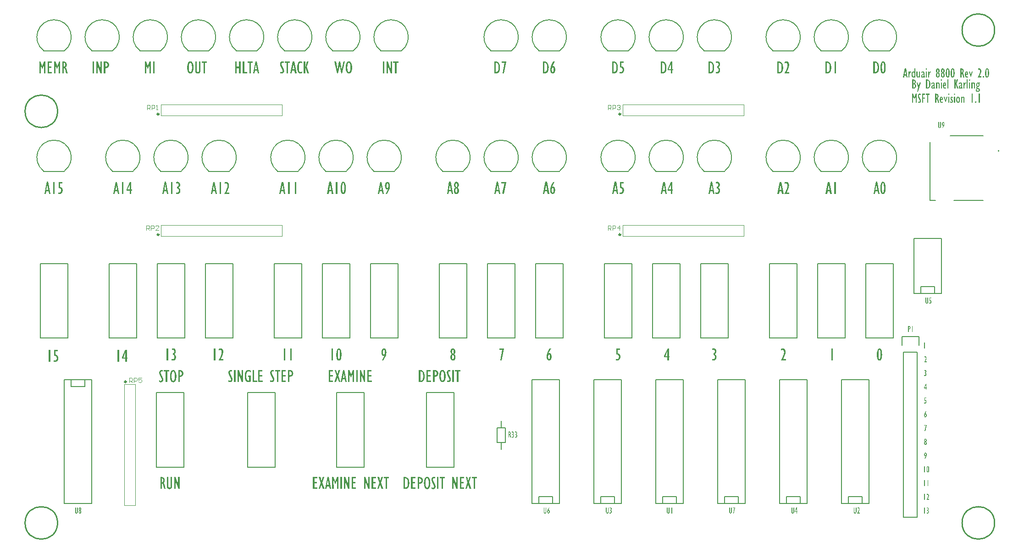
<source format=gto>
G04*
G04 #@! TF.GenerationSoftware,Altium Limited,Altium Designer,21.4.1 (30)*
G04*
G04 Layer_Color=65535*
%FSLAX44Y44*%
%MOMM*%
G71*
G04*
G04 #@! TF.SameCoordinates,DE04AE30-6A1C-4D90-925E-84108EEAD676*
G04*
G04*
G04 #@! TF.FilePolarity,Positive*
G04*
G01*
G75*
%ADD10C,0.3000*%
%ADD11C,0.2000*%
%ADD12C,0.2500*%
%ADD13C,0.1500*%
%ADD14C,0.1250*%
%ADD15C,0.1270*%
%ADD16C,0.1200*%
G36*
X1507005Y647413D02*
X1504147D01*
Y669602D01*
X1507005D01*
Y647413D01*
D02*
G37*
G36*
X1499309D02*
X1496530D01*
X1495751Y652330D01*
X1491613D01*
X1490753Y647413D01*
X1487995D01*
X1492173Y669722D01*
X1495151D01*
X1499309Y647413D01*
D02*
G37*
G36*
X333967Y875670D02*
Y875630D01*
Y875550D01*
Y875390D01*
X333947Y875190D01*
X333927Y874950D01*
X333887Y874671D01*
X333847Y874351D01*
X333787Y874011D01*
X333707Y873671D01*
X333607Y873291D01*
X333487Y872932D01*
X333347Y872552D01*
X333167Y872192D01*
X332967Y871852D01*
X332747Y871512D01*
X332487Y871212D01*
X332467Y871192D01*
X332427Y871152D01*
X332347Y871072D01*
X332228Y870973D01*
X332088Y870853D01*
X331908Y870733D01*
X331728Y870593D01*
X331508Y870453D01*
X331248Y870293D01*
X330988Y870153D01*
X330708Y870033D01*
X330388Y869913D01*
X330069Y869813D01*
X329729Y869733D01*
X329369Y869693D01*
X329009Y869673D01*
X328909D01*
X328809Y869693D01*
X328649D01*
X328470Y869713D01*
X328270Y869753D01*
X328030Y869813D01*
X327770Y869873D01*
X327510Y869953D01*
X327210Y870073D01*
X326930Y870193D01*
X326631Y870353D01*
X326331Y870533D01*
X326031Y870753D01*
X325751Y870992D01*
X325471Y871272D01*
X325451Y871292D01*
X325411Y871352D01*
X325351Y871432D01*
X325251Y871572D01*
X325151Y871712D01*
X325031Y871912D01*
X324911Y872132D01*
X324771Y872392D01*
X324651Y872672D01*
X324511Y872991D01*
X324392Y873331D01*
X324292Y873711D01*
X324192Y874091D01*
X324132Y874511D01*
X324092Y874970D01*
X324072Y875430D01*
Y892162D01*
X326930D01*
Y875490D01*
Y875450D01*
Y875350D01*
X326950Y875190D01*
X326970Y874990D01*
X326990Y874751D01*
X327050Y874491D01*
X327110Y874211D01*
X327190Y873911D01*
X327310Y873611D01*
X327430Y873331D01*
X327610Y873071D01*
X327810Y872831D01*
X328050Y872632D01*
X328330Y872472D01*
X328649Y872372D01*
X329009Y872332D01*
X329049D01*
X329169Y872352D01*
X329329Y872372D01*
X329549Y872432D01*
X329789Y872532D01*
X330029Y872652D01*
X330269Y872851D01*
X330508Y873111D01*
X330528Y873151D01*
X330608Y873251D01*
X330708Y873431D01*
X330808Y873691D01*
X330928Y874011D01*
X331008Y874391D01*
X331088Y874850D01*
X331108Y875350D01*
Y892162D01*
X333967D01*
Y875670D01*
D02*
G37*
G36*
X345741Y889503D02*
X342342D01*
Y869973D01*
X339484D01*
Y889503D01*
X336086D01*
Y892162D01*
X345741D01*
Y889503D01*
D02*
G37*
G36*
X315456Y892441D02*
X315656Y892421D01*
X315876Y892362D01*
X316136Y892302D01*
X316436Y892202D01*
X316756Y892062D01*
X317095Y891902D01*
X317455Y891682D01*
X317815Y891422D01*
X318175Y891122D01*
X318535Y890742D01*
X318874Y890323D01*
X319214Y889823D01*
X319534Y889263D01*
X319554Y889223D01*
X319614Y889123D01*
X319694Y888943D01*
X319794Y888683D01*
X319914Y888364D01*
X320054Y887984D01*
X320194Y887544D01*
X320354Y887044D01*
X320494Y886485D01*
X320634Y885865D01*
X320774Y885185D01*
X320893Y884466D01*
X321013Y883686D01*
X321093Y882866D01*
X321133Y881987D01*
X321153Y881067D01*
Y881047D01*
Y881007D01*
Y880927D01*
Y880827D01*
Y880707D01*
X321133Y880548D01*
Y880388D01*
Y880188D01*
X321113Y879968D01*
X321093Y879728D01*
X321053Y879208D01*
X321013Y878628D01*
X320933Y878009D01*
X320853Y877349D01*
X320733Y876669D01*
X320593Y875970D01*
X320434Y875270D01*
X320234Y874591D01*
X319994Y873911D01*
X319734Y873291D01*
X319434Y872692D01*
X319414Y872652D01*
X319354Y872572D01*
X319254Y872412D01*
X319134Y872212D01*
X318954Y871992D01*
X318755Y871732D01*
X318535Y871472D01*
X318275Y871192D01*
X317975Y870892D01*
X317655Y870633D01*
X317295Y870373D01*
X316935Y870153D01*
X316536Y869953D01*
X316116Y869813D01*
X315656Y869713D01*
X315196Y869673D01*
X315076D01*
X314936Y869693D01*
X314757Y869713D01*
X314537Y869773D01*
X314277Y869833D01*
X313977Y869933D01*
X313677Y870053D01*
X313337Y870213D01*
X312997Y870413D01*
X312638Y870653D01*
X312278Y870953D01*
X311918Y871312D01*
X311558Y871712D01*
X311218Y872172D01*
X310898Y872712D01*
X310879Y872751D01*
X310839Y872851D01*
X310739Y873031D01*
X310639Y873271D01*
X310519Y873571D01*
X310379Y873951D01*
X310239Y874391D01*
X310079Y874891D01*
X309919Y875470D01*
X309779Y876090D01*
X309639Y876769D01*
X309519Y877529D01*
X309419Y878329D01*
X309339Y879188D01*
X309279Y880108D01*
X309259Y881067D01*
Y881087D01*
Y881127D01*
Y881187D01*
Y881287D01*
Y881407D01*
X309279Y881547D01*
Y881707D01*
Y881907D01*
X309299Y882327D01*
X309339Y882826D01*
X309399Y883366D01*
X309459Y883966D01*
X309539Y884605D01*
X309639Y885265D01*
X309759Y885945D01*
X309919Y886625D01*
X310099Y887324D01*
X310299Y887984D01*
X310539Y888643D01*
X310819Y889263D01*
X310839Y889303D01*
X310898Y889403D01*
X310978Y889563D01*
X311098Y889763D01*
X311258Y890003D01*
X311458Y890283D01*
X311698Y890563D01*
X311958Y890862D01*
X312238Y891162D01*
X312578Y891442D01*
X312937Y891722D01*
X313317Y891962D01*
X313737Y892162D01*
X314197Y892322D01*
X314677Y892421D01*
X315196Y892461D01*
X315316D01*
X315456Y892441D01*
D02*
G37*
G36*
X1501429Y339973D02*
X1498571D01*
Y362162D01*
X1501429D01*
Y339973D01*
D02*
G37*
G36*
X1198728Y347939D02*
X1199948D01*
Y345940D01*
X1198728D01*
Y339863D01*
X1195870D01*
Y345940D01*
X1190052D01*
Y348479D01*
X1196049Y362272D01*
X1198728D01*
Y347939D01*
D02*
G37*
G36*
X889890Y339773D02*
X887211Y340373D01*
X891129Y359763D01*
X885472D01*
Y362361D01*
X894528D01*
X889890Y339773D01*
D02*
G37*
G36*
X74984Y869973D02*
X72185D01*
X72345Y886005D01*
X72265Y886065D01*
X69486Y878768D01*
X68967D01*
X66188Y886065D01*
X66108Y886005D01*
X66288Y869973D01*
X63489D01*
Y892162D01*
X65928D01*
X69227Y884006D01*
X72525Y892162D01*
X74984D01*
Y869973D01*
D02*
G37*
G36*
X47698D02*
X44899D01*
X45059Y886005D01*
X44979Y886065D01*
X42200Y878768D01*
X41681D01*
X38902Y886065D01*
X38822Y886005D01*
X39002Y869973D01*
X36203D01*
Y892162D01*
X38642D01*
X41940Y884006D01*
X45239Y892162D01*
X47698D01*
Y869973D01*
D02*
G37*
G36*
X81460Y892142D02*
X81640D01*
X81880Y892102D01*
X82160Y892082D01*
X82460Y892022D01*
X82780Y891962D01*
X83139Y891862D01*
X83479Y891762D01*
X83839Y891622D01*
X84199Y891462D01*
X84559Y891262D01*
X84899Y891042D01*
X85218Y890782D01*
X85518Y890482D01*
X85538Y890462D01*
X85578Y890403D01*
X85658Y890303D01*
X85758Y890183D01*
X85878Y890003D01*
X85998Y889803D01*
X86138Y889563D01*
X86278Y889303D01*
X86418Y888983D01*
X86558Y888643D01*
X86678Y888284D01*
X86798Y887884D01*
X86898Y887464D01*
X86978Y887004D01*
X87017Y886525D01*
X87037Y886005D01*
Y885965D01*
Y885865D01*
X87017Y885705D01*
X86997Y885485D01*
X86978Y885225D01*
X86918Y884925D01*
X86838Y884585D01*
X86758Y884226D01*
X86638Y883846D01*
X86478Y883466D01*
X86298Y883066D01*
X86078Y882666D01*
X85798Y882287D01*
X85498Y881927D01*
X85139Y881587D01*
X84739Y881267D01*
X84759Y881247D01*
X84819Y881207D01*
X84919Y881107D01*
X85038Y880987D01*
X85198Y880807D01*
X85358Y880568D01*
X85558Y880288D01*
X85778Y879948D01*
X86018Y879528D01*
X86258Y879068D01*
X86518Y878509D01*
X86638Y878209D01*
X86758Y877889D01*
X86898Y877549D01*
X87017Y877189D01*
X87137Y876789D01*
X87277Y876390D01*
X87397Y875950D01*
X87517Y875510D01*
X87637Y875030D01*
X87757Y874531D01*
X88797Y869973D01*
X85798D01*
X84939Y873791D01*
Y873811D01*
Y873831D01*
X84919Y873891D01*
X84899Y873971D01*
X84859Y874171D01*
X84779Y874431D01*
X84699Y874771D01*
X84619Y875130D01*
X84499Y875530D01*
X84399Y875950D01*
X84139Y876809D01*
X84019Y877249D01*
X83879Y877649D01*
X83739Y878029D01*
X83599Y878389D01*
X83479Y878669D01*
X83339Y878908D01*
Y878928D01*
X83299Y878948D01*
X83219Y879088D01*
X83080Y879248D01*
X82880Y879448D01*
X82640Y879628D01*
X82340Y879788D01*
X82180Y879848D01*
X82020Y879888D01*
X81840Y879908D01*
X81660D01*
Y869973D01*
X78802D01*
Y892162D01*
X81300D01*
X81460Y892142D01*
D02*
G37*
G36*
X59392Y889503D02*
X54354D01*
Y882866D01*
X58972D01*
Y880208D01*
X54354D01*
Y872632D01*
X59672D01*
Y869973D01*
X51496D01*
Y892162D01*
X59392D01*
Y889503D01*
D02*
G37*
G36*
X510572Y647413D02*
X507714D01*
Y669602D01*
X510572D01*
Y647413D01*
D02*
G37*
G36*
X498438D02*
X495580D01*
Y669602D01*
X498438D01*
Y647413D01*
D02*
G37*
G36*
X490742D02*
X487964D01*
X487184Y652330D01*
X483046D01*
X482187Y647413D01*
X479428D01*
X483606Y669722D01*
X486584D01*
X490742Y647413D01*
D02*
G37*
G36*
X407826Y869913D02*
X404988D01*
Y879688D01*
X400730D01*
Y869913D01*
X397891D01*
Y892102D01*
X400730D01*
Y882347D01*
X404988D01*
Y892102D01*
X407826D01*
Y869913D01*
D02*
G37*
G36*
X442109D02*
X439330D01*
X438550Y874830D01*
X434413D01*
X433553Y869913D01*
X430794D01*
X434972Y892222D01*
X437951D01*
X442109Y869913D01*
D02*
G37*
G36*
X430175Y889443D02*
X426777D01*
Y869913D01*
X423918D01*
Y889443D01*
X420520D01*
Y892102D01*
X430175D01*
Y889443D01*
D02*
G37*
G36*
X414603Y872572D02*
X420080D01*
Y869913D01*
X411744D01*
Y892102D01*
X414603D01*
Y872572D01*
D02*
G37*
G36*
X371118Y362252D02*
X371278D01*
X371478Y362212D01*
X371718Y362192D01*
X371958Y362132D01*
X372238Y362072D01*
X372537Y361972D01*
X372837Y361872D01*
X373137Y361732D01*
X373437Y361572D01*
X373757Y361372D01*
X374057Y361152D01*
X374337Y360892D01*
X374596Y360592D01*
X374616Y360573D01*
X374656Y360513D01*
X374716Y360412D01*
X374816Y360293D01*
X374916Y360113D01*
X375036Y359913D01*
X375156Y359673D01*
X375296Y359413D01*
X375416Y359093D01*
X375536Y358753D01*
X375656Y358374D01*
X375756Y357974D01*
X375856Y357534D01*
X375916Y357074D01*
X375956Y356575D01*
X375976Y356055D01*
Y356035D01*
Y355935D01*
Y355815D01*
X375956Y355615D01*
X375936Y355395D01*
X375916Y355115D01*
X375896Y354795D01*
X375836Y354436D01*
X375776Y354056D01*
X375716Y353636D01*
X375616Y353176D01*
X375516Y352716D01*
X375396Y352217D01*
X375256Y351697D01*
X375096Y351157D01*
X374896Y350617D01*
X374876Y350578D01*
X374836Y350478D01*
X374776Y350318D01*
X374696Y350078D01*
X374576Y349778D01*
X374417Y349418D01*
X374237Y348998D01*
X374037Y348519D01*
X373797Y347979D01*
X373537Y347399D01*
X373237Y346740D01*
X372897Y346040D01*
X372537Y345280D01*
X372138Y344461D01*
X371698Y343601D01*
X371238Y342682D01*
X376435D01*
Y339863D01*
X367220D01*
Y340283D01*
X367240Y340303D01*
X367280Y340403D01*
X367360Y340523D01*
X367480Y340703D01*
X367600Y340942D01*
X367760Y341222D01*
X367940Y341522D01*
X368140Y341882D01*
X368340Y342282D01*
X368579Y342702D01*
X368819Y343161D01*
X369059Y343641D01*
X369319Y344141D01*
X369599Y344681D01*
X369859Y345240D01*
X370139Y345820D01*
X370678Y347019D01*
X371218Y348259D01*
X371698Y349518D01*
X372138Y350797D01*
X372337Y351437D01*
X372517Y352057D01*
X372677Y352677D01*
X372797Y353276D01*
X372917Y353876D01*
X372997Y354436D01*
X373037Y354995D01*
X373057Y355535D01*
Y355555D01*
Y355615D01*
Y355695D01*
X373037Y355815D01*
Y355955D01*
X373017Y356115D01*
X372957Y356494D01*
X372857Y356934D01*
X372717Y357374D01*
X372517Y357834D01*
X372258Y358234D01*
Y358254D01*
X372218Y358274D01*
X372118Y358394D01*
X371938Y358554D01*
X371698Y358753D01*
X371398Y358933D01*
X371038Y359093D01*
X370618Y359213D01*
X370398Y359233D01*
X370159Y359253D01*
X370059D01*
X369999Y359233D01*
X369779Y359213D01*
X369499Y359173D01*
X369159Y359073D01*
X368719Y358953D01*
X368240Y358773D01*
X367680Y358534D01*
Y361472D01*
X367700D01*
X367760Y361512D01*
X367840Y361552D01*
X367980Y361592D01*
X368120Y361652D01*
X368300Y361732D01*
X368499Y361792D01*
X368719Y361872D01*
X369219Y362012D01*
X369759Y362152D01*
X370319Y362232D01*
X370898Y362272D01*
X370998D01*
X371118Y362252D01*
D02*
G37*
G36*
X361423Y339863D02*
X358565D01*
Y362052D01*
X361423D01*
Y339863D01*
D02*
G37*
G36*
X295271Y102623D02*
X292952D01*
X288015Y116456D01*
X287955Y116436D01*
Y102623D01*
X285336D01*
Y124812D01*
X287635D01*
X292572Y111059D01*
X292652Y111119D01*
Y124812D01*
X295271D01*
Y102623D01*
D02*
G37*
G36*
X281598Y108320D02*
Y108280D01*
Y108200D01*
Y108040D01*
X281578Y107840D01*
X281558Y107600D01*
X281518Y107320D01*
X281478Y107001D01*
X281418Y106661D01*
X281338Y106321D01*
X281238Y105941D01*
X281118Y105581D01*
X280978Y105202D01*
X280798Y104842D01*
X280598Y104502D01*
X280378Y104162D01*
X280119Y103862D01*
X280099Y103842D01*
X280059Y103802D01*
X279979Y103722D01*
X279859Y103622D01*
X279719Y103503D01*
X279539Y103383D01*
X279359Y103243D01*
X279139Y103103D01*
X278879Y102943D01*
X278619Y102803D01*
X278340Y102683D01*
X278020Y102563D01*
X277700Y102463D01*
X277360Y102383D01*
X277000Y102343D01*
X276640Y102323D01*
X276541D01*
X276441Y102343D01*
X276281D01*
X276101Y102363D01*
X275901Y102403D01*
X275661Y102463D01*
X275401Y102523D01*
X275141Y102603D01*
X274841Y102723D01*
X274562Y102843D01*
X274262Y103003D01*
X273962Y103183D01*
X273662Y103403D01*
X273382Y103642D01*
X273102Y103922D01*
X273082Y103942D01*
X273042Y104002D01*
X272982Y104082D01*
X272882Y104222D01*
X272782Y104362D01*
X272663Y104562D01*
X272542Y104782D01*
X272403Y105042D01*
X272283Y105322D01*
X272143Y105641D01*
X272023Y105981D01*
X271923Y106361D01*
X271823Y106741D01*
X271763Y107161D01*
X271723Y107620D01*
X271703Y108080D01*
Y124812D01*
X274562D01*
Y108140D01*
Y108100D01*
Y108000D01*
X274582Y107840D01*
X274601Y107640D01*
X274622Y107401D01*
X274681Y107141D01*
X274741Y106861D01*
X274821Y106561D01*
X274941Y106261D01*
X275061Y105981D01*
X275241Y105721D01*
X275441Y105482D01*
X275681Y105282D01*
X275961Y105122D01*
X276281Y105022D01*
X276640Y104982D01*
X276680D01*
X276800Y105002D01*
X276960Y105022D01*
X277180Y105082D01*
X277420Y105182D01*
X277660Y105302D01*
X277900Y105501D01*
X278140Y105761D01*
X278160Y105801D01*
X278240Y105901D01*
X278340Y106081D01*
X278440Y106341D01*
X278559Y106661D01*
X278639Y107041D01*
X278719Y107500D01*
X278739Y108000D01*
Y124812D01*
X281598D01*
Y108320D01*
D02*
G37*
G36*
X262388Y124792D02*
X262568D01*
X262808Y124752D01*
X263087Y124732D01*
X263387Y124672D01*
X263707Y124612D01*
X264067Y124512D01*
X264407Y124412D01*
X264767Y124272D01*
X265126Y124112D01*
X265486Y123912D01*
X265826Y123692D01*
X266146Y123432D01*
X266446Y123132D01*
X266466Y123112D01*
X266506Y123053D01*
X266586Y122952D01*
X266686Y122833D01*
X266805Y122653D01*
X266925Y122453D01*
X267065Y122213D01*
X267205Y121953D01*
X267345Y121633D01*
X267485Y121293D01*
X267605Y120934D01*
X267725Y120534D01*
X267825Y120114D01*
X267905Y119654D01*
X267945Y119174D01*
X267965Y118655D01*
Y118615D01*
Y118515D01*
X267945Y118355D01*
X267925Y118135D01*
X267905Y117875D01*
X267845Y117575D01*
X267765Y117235D01*
X267685Y116876D01*
X267565Y116496D01*
X267405Y116116D01*
X267225Y115716D01*
X267005Y115316D01*
X266726Y114937D01*
X266426Y114577D01*
X266066Y114237D01*
X265666Y113917D01*
X265686Y113897D01*
X265746Y113857D01*
X265846Y113757D01*
X265966Y113637D01*
X266126Y113457D01*
X266286Y113217D01*
X266486Y112938D01*
X266705Y112598D01*
X266945Y112178D01*
X267185Y111718D01*
X267445Y111159D01*
X267565Y110859D01*
X267685Y110539D01*
X267825Y110199D01*
X267945Y109839D01*
X268065Y109439D01*
X268205Y109040D01*
X268325Y108600D01*
X268445Y108160D01*
X268565Y107680D01*
X268685Y107181D01*
X269724Y102623D01*
X266726D01*
X265866Y106441D01*
Y106461D01*
Y106481D01*
X265846Y106541D01*
X265826Y106621D01*
X265786Y106821D01*
X265706Y107081D01*
X265626Y107421D01*
X265546Y107780D01*
X265426Y108180D01*
X265326Y108600D01*
X265066Y109459D01*
X264946Y109899D01*
X264806Y110299D01*
X264667Y110679D01*
X264527Y111039D01*
X264407Y111319D01*
X264267Y111558D01*
Y111578D01*
X264227Y111598D01*
X264147Y111738D01*
X264007Y111898D01*
X263807Y112098D01*
X263567Y112278D01*
X263267Y112438D01*
X263107Y112498D01*
X262947Y112538D01*
X262768Y112558D01*
X262588D01*
Y102623D01*
X259729D01*
Y124812D01*
X262228D01*
X262388Y124792D01*
D02*
G37*
G36*
X1115435Y889763D02*
X1111217D01*
Y883206D01*
X1111277D01*
X1111337Y883186D01*
X1111437Y883166D01*
X1111537Y883146D01*
X1111677Y883106D01*
X1111976Y883006D01*
X1112356Y882866D01*
X1112776Y882686D01*
X1113216Y882447D01*
X1113676Y882147D01*
X1114135Y881787D01*
X1114575Y881367D01*
X1114795Y881107D01*
X1114995Y880847D01*
X1115195Y880548D01*
X1115375Y880248D01*
X1115535Y879908D01*
X1115675Y879568D01*
X1115815Y879188D01*
X1115914Y878768D01*
X1116014Y878349D01*
X1116074Y877889D01*
X1116114Y877409D01*
X1116134Y876889D01*
Y876850D01*
Y876749D01*
X1116114Y876590D01*
Y876390D01*
X1116074Y876110D01*
X1116054Y875810D01*
X1115994Y875470D01*
X1115934Y875110D01*
X1115835Y874710D01*
X1115734Y874311D01*
X1115595Y873871D01*
X1115435Y873451D01*
X1115235Y873011D01*
X1115015Y872592D01*
X1114755Y872192D01*
X1114455Y871792D01*
X1114435Y871772D01*
X1114375Y871712D01*
X1114295Y871612D01*
X1114155Y871472D01*
X1113995Y871332D01*
X1113795Y871152D01*
X1113576Y870973D01*
X1113316Y870792D01*
X1113036Y870593D01*
X1112716Y870413D01*
X1112376Y870233D01*
X1112016Y870093D01*
X1111637Y869953D01*
X1111217Y869853D01*
X1110797Y869793D01*
X1110337Y869773D01*
X1110197D01*
X1110097Y869793D01*
X1109977D01*
X1109837Y869813D01*
X1109658Y869833D01*
X1109478Y869853D01*
X1109058Y869913D01*
X1108598Y870033D01*
X1108098Y870173D01*
X1107599Y870373D01*
Y873071D01*
X1107619D01*
X1107659Y873051D01*
X1107719Y873031D01*
X1107819Y872991D01*
X1107939Y872951D01*
X1108058Y872912D01*
X1108378Y872831D01*
X1108718Y872732D01*
X1109098Y872652D01*
X1109458Y872592D01*
X1109818Y872572D01*
X1109977D01*
X1110077Y872592D01*
X1110217Y872612D01*
X1110357Y872632D01*
X1110717Y872712D01*
X1111117Y872851D01*
X1111517Y873051D01*
X1111737Y873171D01*
X1111917Y873331D01*
X1112116Y873491D01*
X1112296Y873691D01*
X1112316Y873711D01*
X1112336Y873751D01*
X1112376Y873811D01*
X1112436Y873891D01*
X1112516Y874011D01*
X1112596Y874151D01*
X1112676Y874311D01*
X1112756Y874511D01*
X1112836Y874710D01*
X1112916Y874950D01*
X1112996Y875210D01*
X1113076Y875470D01*
X1113136Y875770D01*
X1113176Y876090D01*
X1113216Y876430D01*
Y876789D01*
Y876809D01*
Y876869D01*
Y876969D01*
X1113196Y877109D01*
Y877269D01*
X1113156Y877449D01*
X1113136Y877649D01*
X1113096Y877869D01*
X1112976Y878349D01*
X1112796Y878848D01*
X1112696Y879088D01*
X1112556Y879328D01*
X1112416Y879548D01*
X1112236Y879768D01*
X1112216Y879788D01*
X1112196Y879808D01*
X1112136Y879868D01*
X1112056Y879928D01*
X1111956Y880028D01*
X1111836Y880108D01*
X1111697Y880208D01*
X1111537Y880308D01*
X1111357Y880408D01*
X1111157Y880508D01*
X1110697Y880687D01*
X1110157Y880807D01*
X1109877Y880827D01*
X1109558Y880847D01*
X1109298D01*
X1109138Y880827D01*
X1108758Y880807D01*
X1108578Y880768D01*
X1108418Y880727D01*
Y892362D01*
X1115435D01*
Y889763D01*
D02*
G37*
G36*
X1097324Y892342D02*
X1097504Y892322D01*
X1097704Y892282D01*
X1097944Y892242D01*
X1098204Y892182D01*
X1098463Y892122D01*
X1098763Y892022D01*
X1099083Y891922D01*
X1099423Y891782D01*
X1099763Y891622D01*
X1100102Y891442D01*
X1100462Y891222D01*
X1100822Y890982D01*
X1101162Y890702D01*
X1101522Y890383D01*
X1101862Y890043D01*
X1102201Y889663D01*
X1102541Y889223D01*
X1102861Y888763D01*
X1103161Y888244D01*
X1103441Y887684D01*
X1103681Y887084D01*
X1103921Y886425D01*
X1104120Y885705D01*
X1104300Y884945D01*
X1104440Y884126D01*
X1104540Y883246D01*
X1104600Y882287D01*
X1104620Y881287D01*
Y881267D01*
Y881227D01*
Y881147D01*
Y881047D01*
Y880907D01*
X1104600Y880768D01*
Y880587D01*
Y880388D01*
X1104580Y880168D01*
X1104560Y879928D01*
X1104520Y879388D01*
X1104460Y878809D01*
X1104380Y878169D01*
X1104280Y877509D01*
X1104160Y876809D01*
X1104000Y876130D01*
X1103821Y875430D01*
X1103601Y874771D01*
X1103341Y874111D01*
X1103061Y873511D01*
X1102721Y872951D01*
X1102701Y872912D01*
X1102641Y872831D01*
X1102521Y872692D01*
X1102381Y872512D01*
X1102181Y872312D01*
X1101942Y872072D01*
X1101662Y871812D01*
X1101342Y871572D01*
X1100982Y871312D01*
X1100582Y871052D01*
X1100143Y870813D01*
X1099683Y870613D01*
X1099163Y870433D01*
X1098623Y870293D01*
X1098024Y870213D01*
X1097404Y870173D01*
X1093866D01*
Y892362D01*
X1097184D01*
X1097324Y892342D01*
D02*
G37*
G36*
X1205185Y877939D02*
X1206404D01*
Y875940D01*
X1205185D01*
Y869863D01*
X1202326D01*
Y875940D01*
X1196509D01*
Y878479D01*
X1202506Y892272D01*
X1205185D01*
Y877939D01*
D02*
G37*
G36*
X1187054Y892032D02*
X1187234Y892012D01*
X1187434Y891972D01*
X1187674Y891932D01*
X1187934Y891872D01*
X1188194Y891812D01*
X1188493Y891712D01*
X1188813Y891612D01*
X1189153Y891472D01*
X1189493Y891312D01*
X1189833Y891132D01*
X1190192Y890912D01*
X1190552Y890672D01*
X1190892Y890393D01*
X1191252Y890073D01*
X1191592Y889733D01*
X1191932Y889353D01*
X1192271Y888913D01*
X1192591Y888454D01*
X1192891Y887934D01*
X1193171Y887374D01*
X1193411Y886774D01*
X1193651Y886115D01*
X1193851Y885395D01*
X1194031Y884635D01*
X1194170Y883816D01*
X1194270Y882936D01*
X1194330Y881977D01*
X1194350Y880977D01*
Y880957D01*
Y880917D01*
Y880837D01*
Y880738D01*
Y880598D01*
X1194330Y880458D01*
Y880278D01*
Y880078D01*
X1194310Y879858D01*
X1194290Y879618D01*
X1194250Y879078D01*
X1194190Y878499D01*
X1194110Y877859D01*
X1194010Y877199D01*
X1193891Y876500D01*
X1193731Y875820D01*
X1193551Y875120D01*
X1193331Y874461D01*
X1193071Y873801D01*
X1192791Y873201D01*
X1192451Y872642D01*
X1192431Y872602D01*
X1192371Y872522D01*
X1192251Y872382D01*
X1192112Y872202D01*
X1191912Y872002D01*
X1191672Y871762D01*
X1191392Y871502D01*
X1191072Y871262D01*
X1190712Y871002D01*
X1190312Y870743D01*
X1189873Y870503D01*
X1189413Y870303D01*
X1188893Y870123D01*
X1188353Y869983D01*
X1187754Y869903D01*
X1187134Y869863D01*
X1183596D01*
Y892052D01*
X1186914D01*
X1187054Y892032D01*
D02*
G37*
G36*
X1288297Y669951D02*
X1288477Y669931D01*
X1288677Y669892D01*
X1288917Y669832D01*
X1289177Y669772D01*
X1289456Y669692D01*
X1289736Y669592D01*
X1290036Y669452D01*
X1290316Y669312D01*
X1290616Y669132D01*
X1290916Y668912D01*
X1291196Y668672D01*
X1291475Y668392D01*
X1291495Y668372D01*
X1291535Y668312D01*
X1291615Y668232D01*
X1291695Y668112D01*
X1291815Y667952D01*
X1291935Y667773D01*
X1292055Y667553D01*
X1292195Y667313D01*
X1292335Y667033D01*
X1292455Y666733D01*
X1292575Y666413D01*
X1292695Y666074D01*
X1292775Y665694D01*
X1292855Y665294D01*
X1292895Y664894D01*
X1292915Y664454D01*
Y664414D01*
Y664314D01*
X1292895Y664135D01*
X1292855Y663895D01*
X1292815Y663635D01*
X1292735Y663295D01*
X1292635Y662955D01*
X1292495Y662575D01*
X1292315Y662156D01*
X1292095Y661756D01*
X1291815Y661336D01*
X1291495Y660916D01*
X1291116Y660496D01*
X1290656Y660117D01*
X1290156Y659757D01*
X1289556Y659417D01*
X1289576D01*
X1289596Y659397D01*
X1289716Y659357D01*
X1289896Y659257D01*
X1290116Y659137D01*
X1290396Y658977D01*
X1290696Y658777D01*
X1291036Y658517D01*
X1291375Y658217D01*
X1291695Y657858D01*
X1292035Y657438D01*
X1292335Y656978D01*
X1292615Y656458D01*
X1292835Y655859D01*
X1293015Y655199D01*
X1293135Y654479D01*
X1293175Y654100D01*
Y653700D01*
Y653660D01*
Y653580D01*
Y653440D01*
X1293155Y653240D01*
X1293135Y653020D01*
X1293095Y652740D01*
X1293035Y652440D01*
X1292975Y652101D01*
X1292895Y651741D01*
X1292795Y651381D01*
X1292655Y650981D01*
X1292495Y650601D01*
X1292315Y650202D01*
X1292095Y649822D01*
X1291855Y649422D01*
X1291575Y649062D01*
X1291555Y649042D01*
X1291495Y648982D01*
X1291416Y648882D01*
X1291295Y648762D01*
X1291136Y648622D01*
X1290956Y648463D01*
X1290736Y648283D01*
X1290496Y648123D01*
X1290236Y647943D01*
X1289936Y647763D01*
X1289616Y647603D01*
X1289276Y647463D01*
X1288917Y647343D01*
X1288537Y647243D01*
X1288137Y647183D01*
X1287717Y647163D01*
X1287597D01*
X1287517Y647183D01*
X1287397D01*
X1287258Y647203D01*
X1287098Y647223D01*
X1286938Y647243D01*
X1286518Y647323D01*
X1286038Y647443D01*
X1285479Y647603D01*
X1284879Y647823D01*
Y650641D01*
X1284899D01*
X1284939Y650621D01*
X1285019Y650581D01*
X1285119Y650541D01*
X1285219Y650481D01*
X1285358Y650422D01*
X1285698Y650302D01*
X1286078Y650182D01*
X1286498Y650062D01*
X1286918Y649982D01*
X1287337Y649962D01*
X1287457D01*
X1287557Y649982D01*
X1287797Y650022D01*
X1288097Y650102D01*
X1288417Y650222D01*
X1288777Y650422D01*
X1288937Y650541D01*
X1289117Y650681D01*
X1289276Y650861D01*
X1289436Y651041D01*
Y651061D01*
X1289476Y651101D01*
X1289516Y651161D01*
X1289556Y651241D01*
X1289636Y651361D01*
X1289696Y651481D01*
X1289776Y651641D01*
X1289856Y651821D01*
X1289916Y652021D01*
X1289996Y652241D01*
X1290076Y652480D01*
X1290136Y652740D01*
X1290216Y653320D01*
X1290256Y653980D01*
Y654000D01*
Y654020D01*
Y654140D01*
X1290236Y654299D01*
X1290216Y654539D01*
X1290176Y654799D01*
X1290096Y655119D01*
X1290016Y655439D01*
X1289896Y655779D01*
X1289736Y656139D01*
X1289556Y656478D01*
X1289317Y656818D01*
X1289037Y657118D01*
X1288717Y657398D01*
X1288337Y657638D01*
X1287877Y657818D01*
X1287377Y657938D01*
Y660756D01*
X1287417D01*
X1287498Y660776D01*
X1287617Y660816D01*
X1287797Y660856D01*
X1287977Y660936D01*
X1288197Y661036D01*
X1288437Y661156D01*
X1288697Y661316D01*
X1288937Y661496D01*
X1289177Y661716D01*
X1289397Y661996D01*
X1289596Y662295D01*
X1289756Y662635D01*
X1289876Y663035D01*
X1289976Y663495D01*
X1289996Y663995D01*
Y664015D01*
Y664054D01*
Y664135D01*
X1289976Y664234D01*
Y664374D01*
X1289956Y664514D01*
X1289896Y664854D01*
X1289816Y665234D01*
X1289676Y665634D01*
X1289496Y666013D01*
X1289257Y666373D01*
Y666393D01*
X1289217Y666413D01*
X1289117Y666513D01*
X1288957Y666653D01*
X1288757Y666813D01*
X1288477Y666973D01*
X1288137Y667113D01*
X1287757Y667213D01*
X1287557Y667253D01*
X1287178D01*
X1286998Y667213D01*
X1286758Y667173D01*
X1286458Y667093D01*
X1286118Y666993D01*
X1285758Y666833D01*
X1285379Y666633D01*
Y669412D01*
X1285399D01*
X1285439Y669432D01*
X1285499Y669472D01*
X1285578Y669492D01*
X1285698Y669552D01*
X1285818Y669592D01*
X1286138Y669692D01*
X1286518Y669792D01*
X1286958Y669892D01*
X1287417Y669951D01*
X1287937Y669971D01*
X1288137D01*
X1288297Y669951D01*
D02*
G37*
G36*
X1283140Y647563D02*
X1280361D01*
X1279582Y652480D01*
X1275444D01*
X1274584Y647563D01*
X1271825D01*
X1276003Y669872D01*
X1278982D01*
X1283140Y647563D01*
D02*
G37*
G36*
X879664Y892342D02*
X879844Y892322D01*
X880044Y892282D01*
X880284Y892242D01*
X880544Y892182D01*
X880803Y892122D01*
X881103Y892022D01*
X881423Y891922D01*
X881763Y891782D01*
X882103Y891622D01*
X882443Y891442D01*
X882802Y891222D01*
X883162Y890982D01*
X883502Y890702D01*
X883862Y890383D01*
X884202Y890043D01*
X884541Y889663D01*
X884881Y889223D01*
X885201Y888763D01*
X885501Y888244D01*
X885781Y887684D01*
X886021Y887084D01*
X886261Y886425D01*
X886460Y885705D01*
X886640Y884945D01*
X886780Y884126D01*
X886880Y883246D01*
X886940Y882287D01*
X886960Y881287D01*
Y881267D01*
Y881227D01*
Y881147D01*
Y881047D01*
Y880907D01*
X886940Y880768D01*
Y880587D01*
Y880388D01*
X886920Y880168D01*
X886900Y879928D01*
X886860Y879388D01*
X886800Y878809D01*
X886720Y878169D01*
X886620Y877509D01*
X886500Y876809D01*
X886341Y876130D01*
X886161Y875430D01*
X885941Y874771D01*
X885681Y874111D01*
X885401Y873511D01*
X885061Y872951D01*
X885041Y872912D01*
X884981Y872831D01*
X884861Y872692D01*
X884721Y872512D01*
X884521Y872312D01*
X884282Y872072D01*
X884002Y871812D01*
X883682Y871572D01*
X883322Y871312D01*
X882922Y871052D01*
X882483Y870813D01*
X882023Y870613D01*
X881503Y870433D01*
X880963Y870293D01*
X880364Y870213D01*
X879744Y870173D01*
X876206D01*
Y892362D01*
X879524D01*
X879664Y892342D01*
D02*
G37*
G36*
X894157Y869773D02*
X891478Y870373D01*
X895396Y889763D01*
X889739D01*
Y892362D01*
X898794D01*
X894157Y869773D01*
D02*
G37*
G36*
X586739Y647563D02*
X583881D01*
Y669752D01*
X586739D01*
Y647563D01*
D02*
G37*
G36*
X579043D02*
X576264D01*
X575485Y652480D01*
X571347D01*
X570487Y647563D01*
X567729D01*
X571907Y669872D01*
X574885D01*
X579043Y647563D01*
D02*
G37*
G36*
X597654Y669951D02*
X597813Y669931D01*
X598013Y669892D01*
X598253Y669832D01*
X598513Y669752D01*
X598793Y669632D01*
X599093Y669492D01*
X599393Y669312D01*
X599692Y669092D01*
X599992Y668812D01*
X600292Y668512D01*
X600572Y668132D01*
X600832Y667713D01*
X601072Y667233D01*
X601092Y667193D01*
X601132Y667113D01*
X601192Y666933D01*
X601252Y666713D01*
X601352Y666413D01*
X601452Y666053D01*
X601552Y665614D01*
X601671Y665114D01*
X601791Y664554D01*
X601891Y663915D01*
X601991Y663195D01*
X602091Y662415D01*
X602151Y661556D01*
X602211Y660636D01*
X602251Y659637D01*
X602271Y658557D01*
Y658537D01*
Y658497D01*
Y658417D01*
Y658298D01*
Y658177D01*
Y658018D01*
X602251Y657818D01*
Y657618D01*
Y657398D01*
X602231Y657138D01*
X602211Y656598D01*
X602171Y655999D01*
X602131Y655339D01*
X602071Y654659D01*
X601991Y653960D01*
X601911Y653240D01*
X601791Y652540D01*
X601651Y651841D01*
X601512Y651181D01*
X601332Y650561D01*
X601132Y650002D01*
X601112Y649962D01*
X601072Y649882D01*
X601012Y649742D01*
X600912Y649562D01*
X600792Y649342D01*
X600632Y649102D01*
X600452Y648842D01*
X600232Y648582D01*
X599992Y648323D01*
X599733Y648063D01*
X599413Y647823D01*
X599093Y647603D01*
X598713Y647423D01*
X598313Y647283D01*
X597873Y647203D01*
X597414Y647163D01*
X597314D01*
X597174Y647183D01*
X597014Y647203D01*
X596814Y647243D01*
X596574Y647303D01*
X596314Y647403D01*
X596034Y647523D01*
X595734Y647663D01*
X595435Y647843D01*
X595135Y648083D01*
X594835Y648343D01*
X594535Y648662D01*
X594275Y649042D01*
X594015Y649462D01*
X593775Y649962D01*
X593755Y650002D01*
X593736Y650102D01*
X593676Y650262D01*
X593596Y650481D01*
X593516Y650781D01*
X593416Y651161D01*
X593316Y651581D01*
X593216Y652081D01*
X593096Y652660D01*
X592996Y653300D01*
X592896Y654000D01*
X592816Y654779D01*
X592736Y655619D01*
X592676Y656518D01*
X592656Y657498D01*
X592636Y658557D01*
Y658597D01*
Y658677D01*
Y658837D01*
Y659057D01*
X592656Y659297D01*
X592676Y659617D01*
X592696Y659957D01*
X592716Y660336D01*
X592736Y660756D01*
X592776Y661196D01*
X592836Y661676D01*
X592896Y662176D01*
X593036Y663195D01*
X593236Y664274D01*
X593496Y665334D01*
X593796Y666353D01*
X593995Y666853D01*
X594195Y667333D01*
X594415Y667773D01*
X594655Y668192D01*
X594915Y668572D01*
X595195Y668912D01*
X595515Y669232D01*
X595835Y669472D01*
X596194Y669692D01*
X596574Y669852D01*
X596974Y669931D01*
X597414Y669971D01*
X597514D01*
X597654Y669951D01*
D02*
G37*
G36*
X1579514Y892232D02*
X1579694Y892212D01*
X1579894Y892172D01*
X1580134Y892132D01*
X1580394Y892072D01*
X1580654Y892012D01*
X1580953Y891912D01*
X1581273Y891812D01*
X1581613Y891672D01*
X1581953Y891512D01*
X1582293Y891332D01*
X1582652Y891112D01*
X1583012Y890872D01*
X1583352Y890592D01*
X1583712Y890273D01*
X1584052Y889933D01*
X1584392Y889553D01*
X1584731Y889113D01*
X1585051Y888653D01*
X1585351Y888134D01*
X1585631Y887574D01*
X1585871Y886974D01*
X1586111Y886315D01*
X1586311Y885595D01*
X1586490Y884835D01*
X1586631Y884016D01*
X1586730Y883136D01*
X1586790Y882177D01*
X1586810Y881177D01*
Y881157D01*
Y881117D01*
Y881037D01*
Y880937D01*
Y880798D01*
X1586790Y880658D01*
Y880478D01*
Y880278D01*
X1586770Y880058D01*
X1586750Y879818D01*
X1586710Y879278D01*
X1586650Y878699D01*
X1586570Y878059D01*
X1586470Y877399D01*
X1586351Y876700D01*
X1586191Y876020D01*
X1586011Y875320D01*
X1585791Y874661D01*
X1585531Y874001D01*
X1585251Y873401D01*
X1584911Y872841D01*
X1584891Y872802D01*
X1584831Y872722D01*
X1584711Y872582D01*
X1584572Y872402D01*
X1584372Y872202D01*
X1584132Y871962D01*
X1583852Y871702D01*
X1583532Y871462D01*
X1583172Y871202D01*
X1582772Y870943D01*
X1582333Y870703D01*
X1581873Y870503D01*
X1581353Y870323D01*
X1580813Y870183D01*
X1580214Y870103D01*
X1579594Y870063D01*
X1576056D01*
Y892252D01*
X1579374D01*
X1579514Y892232D01*
D02*
G37*
G36*
X1594326Y892451D02*
X1594486Y892431D01*
X1594686Y892392D01*
X1594926Y892332D01*
X1595186Y892252D01*
X1595466Y892132D01*
X1595766Y891992D01*
X1596066Y891812D01*
X1596366Y891592D01*
X1596665Y891312D01*
X1596965Y891012D01*
X1597245Y890632D01*
X1597505Y890213D01*
X1597745Y889733D01*
X1597765Y889693D01*
X1597805Y889613D01*
X1597865Y889433D01*
X1597925Y889213D01*
X1598025Y888913D01*
X1598125Y888553D01*
X1598224Y888114D01*
X1598345Y887614D01*
X1598464Y887054D01*
X1598564Y886415D01*
X1598664Y885695D01*
X1598764Y884915D01*
X1598824Y884056D01*
X1598884Y883136D01*
X1598924Y882137D01*
X1598944Y881057D01*
Y881037D01*
Y880997D01*
Y880917D01*
Y880798D01*
Y880677D01*
Y880518D01*
X1598924Y880318D01*
Y880118D01*
Y879898D01*
X1598904Y879638D01*
X1598884Y879098D01*
X1598844Y878499D01*
X1598804Y877839D01*
X1598744Y877159D01*
X1598664Y876460D01*
X1598584Y875740D01*
X1598464Y875040D01*
X1598324Y874341D01*
X1598185Y873681D01*
X1598005Y873061D01*
X1597805Y872502D01*
X1597785Y872462D01*
X1597745Y872382D01*
X1597685Y872242D01*
X1597585Y872062D01*
X1597465Y871842D01*
X1597305Y871602D01*
X1597125Y871342D01*
X1596905Y871082D01*
X1596665Y870823D01*
X1596405Y870563D01*
X1596086Y870323D01*
X1595766Y870103D01*
X1595386Y869923D01*
X1594986Y869783D01*
X1594546Y869703D01*
X1594087Y869663D01*
X1593987D01*
X1593847Y869683D01*
X1593687Y869703D01*
X1593487Y869743D01*
X1593247Y869803D01*
X1592987Y869903D01*
X1592707Y870023D01*
X1592408Y870163D01*
X1592108Y870343D01*
X1591808Y870583D01*
X1591508Y870843D01*
X1591208Y871162D01*
X1590948Y871542D01*
X1590688Y871962D01*
X1590448Y872462D01*
X1590428Y872502D01*
X1590408Y872602D01*
X1590349Y872762D01*
X1590269Y872981D01*
X1590189Y873281D01*
X1590089Y873661D01*
X1589989Y874081D01*
X1589889Y874581D01*
X1589769Y875160D01*
X1589669Y875800D01*
X1589569Y876500D01*
X1589489Y877279D01*
X1589409Y878119D01*
X1589349Y879018D01*
X1589329Y879998D01*
X1589309Y881057D01*
Y881097D01*
Y881177D01*
Y881337D01*
Y881557D01*
X1589329Y881797D01*
X1589349Y882117D01*
X1589369Y882457D01*
X1589389Y882836D01*
X1589409Y883256D01*
X1589449Y883696D01*
X1589509Y884176D01*
X1589569Y884676D01*
X1589709Y885695D01*
X1589909Y886774D01*
X1590169Y887834D01*
X1590468Y888853D01*
X1590668Y889353D01*
X1590868Y889833D01*
X1591088Y890273D01*
X1591328Y890692D01*
X1591588Y891072D01*
X1591868Y891412D01*
X1592188Y891732D01*
X1592507Y891972D01*
X1592867Y892192D01*
X1593247Y892352D01*
X1593647Y892431D01*
X1594087Y892471D01*
X1594187D01*
X1594326Y892451D01*
D02*
G37*
G36*
X1587610Y647563D02*
X1584831D01*
X1584052Y652480D01*
X1579914D01*
X1579054Y647563D01*
X1576296D01*
X1580474Y669872D01*
X1583452D01*
X1587610Y647563D01*
D02*
G37*
G36*
X1594087Y669951D02*
X1594247Y669931D01*
X1594447Y669892D01*
X1594686Y669832D01*
X1594946Y669752D01*
X1595226Y669632D01*
X1595526Y669492D01*
X1595826Y669312D01*
X1596126Y669092D01*
X1596425Y668812D01*
X1596725Y668512D01*
X1597005Y668132D01*
X1597265Y667713D01*
X1597505Y667233D01*
X1597525Y667193D01*
X1597565Y667113D01*
X1597625Y666933D01*
X1597685Y666713D01*
X1597785Y666413D01*
X1597885Y666053D01*
X1597985Y665614D01*
X1598105Y665114D01*
X1598224Y664554D01*
X1598324Y663915D01*
X1598424Y663195D01*
X1598524Y662415D01*
X1598584Y661556D01*
X1598644Y660636D01*
X1598684Y659637D01*
X1598704Y658557D01*
Y658537D01*
Y658497D01*
Y658417D01*
Y658298D01*
Y658177D01*
Y658018D01*
X1598684Y657818D01*
Y657618D01*
Y657398D01*
X1598664Y657138D01*
X1598644Y656598D01*
X1598604Y655999D01*
X1598564Y655339D01*
X1598504Y654659D01*
X1598424Y653960D01*
X1598345Y653240D01*
X1598224Y652540D01*
X1598085Y651841D01*
X1597945Y651181D01*
X1597765Y650561D01*
X1597565Y650002D01*
X1597545Y649962D01*
X1597505Y649882D01*
X1597445Y649742D01*
X1597345Y649562D01*
X1597225Y649342D01*
X1597065Y649102D01*
X1596885Y648842D01*
X1596665Y648582D01*
X1596425Y648323D01*
X1596166Y648063D01*
X1595846Y647823D01*
X1595526Y647603D01*
X1595146Y647423D01*
X1594746Y647283D01*
X1594306Y647203D01*
X1593847Y647163D01*
X1593747D01*
X1593607Y647183D01*
X1593447Y647203D01*
X1593247Y647243D01*
X1593007Y647303D01*
X1592747Y647403D01*
X1592467Y647523D01*
X1592168Y647663D01*
X1591868Y647843D01*
X1591568Y648083D01*
X1591268Y648343D01*
X1590968Y648662D01*
X1590708Y649042D01*
X1590448Y649462D01*
X1590209Y649962D01*
X1590189Y650002D01*
X1590169Y650102D01*
X1590109Y650262D01*
X1590029Y650481D01*
X1589949Y650781D01*
X1589849Y651161D01*
X1589749Y651581D01*
X1589649Y652081D01*
X1589529Y652660D01*
X1589429Y653300D01*
X1589329Y654000D01*
X1589249Y654779D01*
X1589169Y655619D01*
X1589109Y656518D01*
X1589089Y657498D01*
X1589069Y658557D01*
Y658597D01*
Y658677D01*
Y658837D01*
Y659057D01*
X1589089Y659297D01*
X1589109Y659617D01*
X1589129Y659957D01*
X1589149Y660336D01*
X1589169Y660756D01*
X1589209Y661196D01*
X1589269Y661676D01*
X1589329Y662176D01*
X1589469Y663195D01*
X1589669Y664274D01*
X1589929Y665334D01*
X1590229Y666353D01*
X1590428Y666853D01*
X1590628Y667333D01*
X1590848Y667773D01*
X1591088Y668192D01*
X1591348Y668572D01*
X1591628Y668912D01*
X1591948Y669232D01*
X1592268Y669472D01*
X1592627Y669692D01*
X1593007Y669852D01*
X1593407Y669931D01*
X1593847Y669971D01*
X1593947D01*
X1594087Y669951D01*
D02*
G37*
G36*
X793475Y322631D02*
X793595Y322612D01*
X793894Y322571D01*
X794254Y322511D01*
X794654Y322392D01*
X795114Y322252D01*
X795574Y322052D01*
Y319373D01*
X795554D01*
X795514Y319393D01*
X795454Y319433D01*
X795374Y319473D01*
X795154Y319593D01*
X794874Y319713D01*
X794574Y319833D01*
X794234Y319953D01*
X793894Y320033D01*
X793575Y320053D01*
X793475D01*
X793375Y320033D01*
X793235Y320013D01*
X793075Y319993D01*
X792895Y319933D01*
X792715Y319873D01*
X792515Y319793D01*
X792315Y319673D01*
X792115Y319533D01*
X791935Y319373D01*
X791776Y319153D01*
X791636Y318913D01*
X791536Y318633D01*
X791456Y318314D01*
X791436Y317934D01*
Y317894D01*
Y317794D01*
X791456Y317634D01*
X791476Y317414D01*
X791516Y317134D01*
X791596Y316814D01*
X791675Y316455D01*
X791796Y316055D01*
Y316035D01*
X791815Y315995D01*
X791835Y315935D01*
X791875Y315835D01*
X791935Y315715D01*
X791995Y315555D01*
X792075Y315375D01*
X792175Y315135D01*
X792295Y314895D01*
X792415Y314596D01*
X792575Y314276D01*
X792755Y313896D01*
X792955Y313496D01*
X793195Y313056D01*
X793435Y312577D01*
X793715Y312057D01*
X793735Y312017D01*
X793774Y311937D01*
X793854Y311777D01*
X793974Y311577D01*
X794094Y311337D01*
X794234Y311057D01*
X794394Y310758D01*
X794554Y310438D01*
X794894Y309718D01*
X795234Y308978D01*
X795514Y308279D01*
X795633Y307959D01*
X795733Y307659D01*
Y307639D01*
X795753Y307599D01*
X795773Y307519D01*
X795813Y307399D01*
X795853Y307279D01*
X795893Y307119D01*
X795973Y306760D01*
X796053Y306340D01*
X796133Y305880D01*
X796193Y305420D01*
X796213Y304960D01*
Y304940D01*
Y304860D01*
Y304741D01*
X796193Y304581D01*
X796173Y304401D01*
X796153Y304181D01*
X796113Y303921D01*
X796053Y303661D01*
X795893Y303061D01*
X795793Y302762D01*
X795674Y302462D01*
X795534Y302142D01*
X795354Y301842D01*
X795154Y301562D01*
X794934Y301282D01*
X794914Y301262D01*
X794874Y301222D01*
X794794Y301142D01*
X794694Y301063D01*
X794574Y300963D01*
X794414Y300843D01*
X794254Y300703D01*
X794034Y300583D01*
X793814Y300443D01*
X793575Y300303D01*
X793295Y300183D01*
X792995Y300083D01*
X792695Y300003D01*
X792355Y299923D01*
X792015Y299883D01*
X791636Y299863D01*
X791496D01*
X791396Y299883D01*
X791256D01*
X791096Y299903D01*
X790936Y299943D01*
X790736Y299963D01*
X790316Y300083D01*
X789837Y300223D01*
X789337Y300443D01*
X789077Y300563D01*
X788817Y300723D01*
Y303681D01*
X788837Y303661D01*
X788877Y303621D01*
X788937Y303561D01*
X789037Y303501D01*
X789157Y303401D01*
X789277Y303301D01*
X789617Y303081D01*
X789976Y302842D01*
X790396Y302662D01*
X790616Y302582D01*
X790836Y302522D01*
X791076Y302482D01*
X791296Y302462D01*
X791336D01*
X791436Y302482D01*
X791616Y302502D01*
X791815Y302542D01*
X792055Y302622D01*
X792315Y302722D01*
X792575Y302882D01*
X792815Y303081D01*
X792835Y303101D01*
X792915Y303201D01*
X793015Y303321D01*
X793135Y303501D01*
X793255Y303721D01*
X793355Y303981D01*
X793435Y304281D01*
X793455Y304601D01*
Y304641D01*
Y304741D01*
X793435Y304900D01*
X793415Y305120D01*
X793375Y305380D01*
X793295Y305700D01*
X793215Y306060D01*
X793095Y306440D01*
Y306460D01*
X793075Y306500D01*
X793055Y306560D01*
X793015Y306660D01*
X792955Y306779D01*
X792895Y306940D01*
X792815Y307139D01*
X792715Y307359D01*
X792595Y307619D01*
X792455Y307899D01*
X792315Y308239D01*
X792135Y308599D01*
X791915Y308998D01*
X791695Y309438D01*
X791436Y309938D01*
X791156Y310458D01*
X791136Y310498D01*
X791096Y310578D01*
X791016Y310737D01*
X790896Y310937D01*
X790776Y311177D01*
X790636Y311457D01*
X790476Y311777D01*
X790316Y312117D01*
X789976Y312836D01*
X789657Y313576D01*
X789497Y313936D01*
X789357Y314276D01*
X789237Y314596D01*
X789137Y314895D01*
Y314915D01*
X789117Y314955D01*
X789097Y315035D01*
X789057Y315155D01*
X789037Y315275D01*
X788997Y315435D01*
X788917Y315795D01*
X788817Y316215D01*
X788757Y316654D01*
X788697Y317114D01*
X788677Y317554D01*
Y317574D01*
Y317654D01*
Y317774D01*
X788697Y317934D01*
X788717Y318114D01*
X788737Y318334D01*
X788777Y318594D01*
X788837Y318853D01*
X788977Y319433D01*
X789097Y319733D01*
X789217Y320033D01*
X789357Y320353D01*
X789517Y320653D01*
X789716Y320932D01*
X789936Y321212D01*
X789956Y321232D01*
X789996Y321272D01*
X790076Y321352D01*
X790176Y321432D01*
X790296Y321552D01*
X790436Y321672D01*
X790616Y321792D01*
X790816Y321932D01*
X791036Y322072D01*
X791296Y322192D01*
X791556Y322312D01*
X791835Y322432D01*
X792155Y322511D01*
X792475Y322592D01*
X792815Y322631D01*
X793175Y322651D01*
X793375D01*
X793475Y322631D01*
D02*
G37*
G36*
X813644Y319693D02*
X810246D01*
Y300163D01*
X807387D01*
Y319693D01*
X803989D01*
Y322352D01*
X813644D01*
Y319693D01*
D02*
G37*
G36*
X801790Y300163D02*
X798932D01*
Y322352D01*
X801790D01*
Y300163D01*
D02*
G37*
G36*
X766488Y322332D02*
X766708D01*
X766948Y322312D01*
X767268Y322272D01*
X767588Y322212D01*
X767948Y322152D01*
X768327Y322052D01*
X768727Y321952D01*
X769147Y321812D01*
X769547Y321652D01*
X769947Y321472D01*
X770346Y321252D01*
X770706Y320992D01*
X771066Y320712D01*
X771086Y320692D01*
X771146Y320633D01*
X771226Y320552D01*
X771346Y320413D01*
X771486Y320253D01*
X771646Y320033D01*
X771806Y319813D01*
X771986Y319533D01*
X772145Y319233D01*
X772305Y318893D01*
X772465Y318514D01*
X772605Y318114D01*
X772725Y317674D01*
X772805Y317214D01*
X772865Y316714D01*
X772885Y316195D01*
Y316155D01*
Y316075D01*
X772865Y315915D01*
Y315715D01*
X772825Y315455D01*
X772805Y315175D01*
X772745Y314855D01*
X772685Y314516D01*
X772585Y314156D01*
X772485Y313776D01*
X772345Y313396D01*
X772186Y313016D01*
X771986Y312637D01*
X771766Y312257D01*
X771506Y311897D01*
X771206Y311577D01*
X771186Y311557D01*
X771126Y311497D01*
X771026Y311417D01*
X770906Y311317D01*
X770726Y311197D01*
X770526Y311037D01*
X770286Y310897D01*
X770007Y310737D01*
X769707Y310578D01*
X769367Y310438D01*
X768987Y310298D01*
X768567Y310158D01*
X768128Y310058D01*
X767668Y309978D01*
X767168Y309918D01*
X766628Y309898D01*
X766049D01*
Y300163D01*
X763190D01*
Y322352D01*
X766329D01*
X766488Y322332D01*
D02*
G37*
G36*
X758892Y319693D02*
X753855D01*
Y313056D01*
X758473D01*
Y310398D01*
X753855D01*
Y302822D01*
X759172D01*
Y300163D01*
X750996D01*
Y322352D01*
X758892D01*
Y319693D01*
D02*
G37*
G36*
X740502Y322332D02*
X740682Y322312D01*
X740881Y322272D01*
X741121Y322232D01*
X741381Y322172D01*
X741641Y322112D01*
X741941Y322012D01*
X742261Y321912D01*
X742601Y321772D01*
X742940Y321612D01*
X743280Y321432D01*
X743640Y321212D01*
X744000Y320972D01*
X744340Y320692D01*
X744699Y320373D01*
X745039Y320033D01*
X745379Y319653D01*
X745719Y319213D01*
X746039Y318753D01*
X746339Y318234D01*
X746618Y317674D01*
X746858Y317074D01*
X747098Y316415D01*
X747298Y315695D01*
X747478Y314935D01*
X747618Y314116D01*
X747718Y313236D01*
X747778Y312277D01*
X747798Y311277D01*
Y311257D01*
Y311217D01*
Y311137D01*
Y311037D01*
Y310897D01*
X747778Y310758D01*
Y310578D01*
Y310378D01*
X747758Y310158D01*
X747738Y309918D01*
X747698Y309378D01*
X747638Y308799D01*
X747558Y308159D01*
X747458Y307499D01*
X747338Y306800D01*
X747178Y306120D01*
X746998Y305420D01*
X746778Y304761D01*
X746519Y304101D01*
X746239Y303501D01*
X745899Y302941D01*
X745879Y302901D01*
X745819Y302822D01*
X745699Y302682D01*
X745559Y302502D01*
X745359Y302302D01*
X745119Y302062D01*
X744839Y301802D01*
X744520Y301562D01*
X744160Y301302D01*
X743760Y301042D01*
X743320Y300803D01*
X742860Y300603D01*
X742341Y300423D01*
X741801Y300283D01*
X741201Y300203D01*
X740582Y300163D01*
X737043D01*
Y322352D01*
X740362D01*
X740502Y322332D01*
D02*
G37*
G36*
X780941Y322631D02*
X781141Y322611D01*
X781361Y322551D01*
X781621Y322491D01*
X781920Y322392D01*
X782240Y322252D01*
X782580Y322092D01*
X782940Y321872D01*
X783300Y321612D01*
X783660Y321312D01*
X784019Y320932D01*
X784359Y320513D01*
X784699Y320013D01*
X785019Y319453D01*
X785039Y319413D01*
X785099Y319313D01*
X785179Y319133D01*
X785279Y318873D01*
X785399Y318554D01*
X785539Y318174D01*
X785679Y317734D01*
X785838Y317234D01*
X785978Y316674D01*
X786118Y316055D01*
X786258Y315375D01*
X786378Y314655D01*
X786498Y313876D01*
X786578Y313056D01*
X786618Y312177D01*
X786638Y311257D01*
Y311237D01*
Y311197D01*
Y311117D01*
Y311017D01*
Y310897D01*
X786618Y310737D01*
Y310578D01*
Y310378D01*
X786598Y310158D01*
X786578Y309918D01*
X786538Y309398D01*
X786498Y308818D01*
X786418Y308199D01*
X786338Y307539D01*
X786218Y306859D01*
X786078Y306160D01*
X785919Y305460D01*
X785719Y304781D01*
X785479Y304101D01*
X785219Y303481D01*
X784919Y302882D01*
X784899Y302842D01*
X784839Y302762D01*
X784739Y302602D01*
X784619Y302402D01*
X784439Y302182D01*
X784239Y301922D01*
X784019Y301662D01*
X783760Y301382D01*
X783460Y301082D01*
X783140Y300823D01*
X782780Y300563D01*
X782420Y300343D01*
X782020Y300143D01*
X781601Y300003D01*
X781141Y299903D01*
X780681Y299863D01*
X780561D01*
X780421Y299883D01*
X780241Y299903D01*
X780022Y299963D01*
X779762Y300023D01*
X779462Y300123D01*
X779162Y300243D01*
X778822Y300403D01*
X778482Y300603D01*
X778122Y300843D01*
X777763Y301142D01*
X777403Y301502D01*
X777043Y301902D01*
X776703Y302362D01*
X776383Y302901D01*
X776363Y302941D01*
X776323Y303041D01*
X776223Y303221D01*
X776124Y303461D01*
X776003Y303761D01*
X775864Y304141D01*
X775724Y304581D01*
X775564Y305080D01*
X775404Y305660D01*
X775264Y306280D01*
X775124Y306959D01*
X775004Y307719D01*
X774904Y308519D01*
X774824Y309378D01*
X774764Y310298D01*
X774744Y311257D01*
Y311277D01*
Y311317D01*
Y311377D01*
Y311477D01*
Y311597D01*
X774764Y311737D01*
Y311897D01*
Y312097D01*
X774784Y312517D01*
X774824Y313016D01*
X774884Y313556D01*
X774944Y314156D01*
X775024Y314795D01*
X775124Y315455D01*
X775244Y316135D01*
X775404Y316814D01*
X775584Y317514D01*
X775784Y318174D01*
X776023Y318833D01*
X776303Y319453D01*
X776323Y319493D01*
X776383Y319593D01*
X776463Y319753D01*
X776583Y319953D01*
X776743Y320193D01*
X776943Y320472D01*
X777183Y320752D01*
X777443Y321052D01*
X777723Y321352D01*
X778063Y321632D01*
X778422Y321912D01*
X778802Y322152D01*
X779222Y322352D01*
X779682Y322511D01*
X780161Y322611D01*
X780681Y322651D01*
X780801D01*
X780941Y322631D01*
D02*
G37*
G36*
X206012Y655439D02*
X207231D01*
Y653440D01*
X206012D01*
Y647363D01*
X203153D01*
Y653440D01*
X197336D01*
Y655979D01*
X203333Y669772D01*
X206012D01*
Y655439D01*
D02*
G37*
G36*
X191779Y647363D02*
X188921D01*
Y669552D01*
X191779D01*
Y647363D01*
D02*
G37*
G36*
X184083D02*
X181304D01*
X180525Y652281D01*
X176387D01*
X175527Y647363D01*
X172769D01*
X176947Y669672D01*
X179925D01*
X184083Y647363D01*
D02*
G37*
G36*
X595761Y869673D02*
X593802D01*
X590803Y884505D01*
X590723D01*
X587805Y869673D01*
X585846D01*
X581108Y892162D01*
X584107D01*
X586726Y877209D01*
X586786D01*
X589764Y892162D01*
X591843D01*
X594641Y876909D01*
X594721D01*
X597500Y892162D01*
X600518D01*
X595761Y869673D01*
D02*
G37*
G36*
X608195Y892441D02*
X608394Y892421D01*
X608614Y892362D01*
X608874Y892302D01*
X609174Y892202D01*
X609494Y892062D01*
X609834Y891902D01*
X610193Y891682D01*
X610553Y891422D01*
X610913Y891122D01*
X611273Y890742D01*
X611613Y890323D01*
X611953Y889823D01*
X612272Y889263D01*
X612293Y889223D01*
X612352Y889123D01*
X612432Y888943D01*
X612532Y888683D01*
X612652Y888364D01*
X612792Y887984D01*
X612932Y887544D01*
X613092Y887044D01*
X613232Y886485D01*
X613372Y885865D01*
X613512Y885185D01*
X613632Y884466D01*
X613752Y883686D01*
X613832Y882866D01*
X613872Y881987D01*
X613892Y881067D01*
Y881047D01*
Y881007D01*
Y880927D01*
Y880827D01*
Y880707D01*
X613872Y880548D01*
Y880388D01*
Y880188D01*
X613852Y879968D01*
X613832Y879728D01*
X613792Y879208D01*
X613752Y878628D01*
X613672Y878009D01*
X613592Y877349D01*
X613472Y876669D01*
X613332Y875970D01*
X613172Y875270D01*
X612972Y874591D01*
X612732Y873911D01*
X612472Y873291D01*
X612173Y872692D01*
X612152Y872652D01*
X612093Y872572D01*
X611993Y872412D01*
X611873Y872212D01*
X611693Y871992D01*
X611493Y871732D01*
X611273Y871472D01*
X611013Y871192D01*
X610713Y870892D01*
X610393Y870633D01*
X610034Y870373D01*
X609674Y870153D01*
X609274Y869953D01*
X608854Y869813D01*
X608394Y869713D01*
X607935Y869673D01*
X607815D01*
X607675Y869693D01*
X607495Y869713D01*
X607275Y869773D01*
X607015Y869833D01*
X606715Y869933D01*
X606415Y870053D01*
X606076Y870213D01*
X605736Y870413D01*
X605376Y870653D01*
X605016Y870953D01*
X604656Y871312D01*
X604296Y871712D01*
X603957Y872172D01*
X603637Y872712D01*
X603617Y872751D01*
X603577Y872851D01*
X603477Y873031D01*
X603377Y873271D01*
X603257Y873571D01*
X603117Y873951D01*
X602977Y874391D01*
X602817Y874891D01*
X602657Y875470D01*
X602517Y876090D01*
X602378Y876769D01*
X602258Y877529D01*
X602158Y878329D01*
X602078Y879188D01*
X602018Y880108D01*
X601998Y881067D01*
Y881087D01*
Y881127D01*
Y881187D01*
Y881287D01*
Y881407D01*
X602018Y881547D01*
Y881707D01*
Y881907D01*
X602038Y882327D01*
X602078Y882826D01*
X602138Y883366D01*
X602198Y883966D01*
X602278Y884605D01*
X602378Y885265D01*
X602497Y885945D01*
X602657Y886625D01*
X602837Y887324D01*
X603037Y887984D01*
X603277Y888643D01*
X603557Y889263D01*
X603577Y889303D01*
X603637Y889403D01*
X603717Y889563D01*
X603837Y889763D01*
X603997Y890003D01*
X604197Y890283D01*
X604436Y890563D01*
X604696Y890862D01*
X604976Y891162D01*
X605316Y891442D01*
X605676Y891722D01*
X606056Y891962D01*
X606475Y892162D01*
X606935Y892322D01*
X607415Y892421D01*
X607935Y892461D01*
X608055D01*
X608195Y892441D01*
D02*
G37*
G36*
X1281770Y362452D02*
X1281950Y362431D01*
X1282150Y362392D01*
X1282390Y362332D01*
X1282650Y362272D01*
X1282930Y362192D01*
X1283210Y362092D01*
X1283510Y361952D01*
X1283789Y361812D01*
X1284089Y361632D01*
X1284389Y361412D01*
X1284669Y361172D01*
X1284949Y360892D01*
X1284969Y360872D01*
X1285009Y360812D01*
X1285089Y360732D01*
X1285169Y360612D01*
X1285289Y360452D01*
X1285408Y360273D01*
X1285529Y360053D01*
X1285668Y359813D01*
X1285808Y359533D01*
X1285928Y359233D01*
X1286048Y358913D01*
X1286168Y358573D01*
X1286248Y358194D01*
X1286328Y357794D01*
X1286368Y357394D01*
X1286388Y356954D01*
Y356914D01*
Y356814D01*
X1286368Y356634D01*
X1286328Y356395D01*
X1286288Y356135D01*
X1286208Y355795D01*
X1286108Y355455D01*
X1285968Y355075D01*
X1285788Y354655D01*
X1285568Y354256D01*
X1285289Y353836D01*
X1284969Y353416D01*
X1284589Y352996D01*
X1284129Y352617D01*
X1283629Y352257D01*
X1283030Y351917D01*
X1283050D01*
X1283070Y351897D01*
X1283190Y351857D01*
X1283370Y351757D01*
X1283589Y351637D01*
X1283869Y351477D01*
X1284169Y351277D01*
X1284509Y351017D01*
X1284849Y350718D01*
X1285169Y350358D01*
X1285509Y349938D01*
X1285808Y349478D01*
X1286088Y348958D01*
X1286308Y348359D01*
X1286488Y347699D01*
X1286608Y346979D01*
X1286648Y346600D01*
Y346200D01*
Y346160D01*
Y346080D01*
Y345940D01*
X1286628Y345740D01*
X1286608Y345520D01*
X1286568Y345240D01*
X1286508Y344940D01*
X1286448Y344601D01*
X1286368Y344241D01*
X1286268Y343881D01*
X1286128Y343481D01*
X1285968Y343101D01*
X1285788Y342702D01*
X1285568Y342322D01*
X1285329Y341922D01*
X1285049Y341562D01*
X1285029Y341542D01*
X1284969Y341482D01*
X1284889Y341382D01*
X1284769Y341262D01*
X1284609Y341122D01*
X1284429Y340962D01*
X1284209Y340783D01*
X1283969Y340623D01*
X1283709Y340443D01*
X1283409Y340263D01*
X1283090Y340103D01*
X1282750Y339963D01*
X1282390Y339843D01*
X1282010Y339743D01*
X1281611Y339683D01*
X1281191Y339663D01*
X1281071D01*
X1280991Y339683D01*
X1280871D01*
X1280731Y339703D01*
X1280571Y339723D01*
X1280411Y339743D01*
X1279991Y339823D01*
X1279511Y339943D01*
X1278952Y340103D01*
X1278352Y340323D01*
Y343141D01*
X1278372D01*
X1278412Y343121D01*
X1278492Y343081D01*
X1278592Y343041D01*
X1278692Y342981D01*
X1278832Y342921D01*
X1279172Y342802D01*
X1279551Y342682D01*
X1279971Y342562D01*
X1280391Y342482D01*
X1280811Y342462D01*
X1280931D01*
X1281031Y342482D01*
X1281271Y342522D01*
X1281570Y342602D01*
X1281890Y342722D01*
X1282250Y342921D01*
X1282410Y343041D01*
X1282590Y343181D01*
X1282750Y343361D01*
X1282910Y343541D01*
Y343561D01*
X1282950Y343601D01*
X1282990Y343661D01*
X1283030Y343741D01*
X1283110Y343861D01*
X1283170Y343981D01*
X1283250Y344141D01*
X1283330Y344321D01*
X1283390Y344521D01*
X1283470Y344740D01*
X1283549Y344980D01*
X1283609Y345240D01*
X1283689Y345820D01*
X1283729Y346480D01*
Y346500D01*
Y346520D01*
Y346640D01*
X1283709Y346800D01*
X1283689Y347039D01*
X1283649Y347299D01*
X1283569Y347619D01*
X1283490Y347939D01*
X1283370Y348279D01*
X1283210Y348638D01*
X1283030Y348978D01*
X1282790Y349318D01*
X1282510Y349618D01*
X1282190Y349898D01*
X1281810Y350138D01*
X1281351Y350318D01*
X1280851Y350438D01*
Y353256D01*
X1280891D01*
X1280971Y353276D01*
X1281091Y353316D01*
X1281271Y353356D01*
X1281451Y353436D01*
X1281670Y353536D01*
X1281910Y353656D01*
X1282170Y353816D01*
X1282410Y353996D01*
X1282650Y354216D01*
X1282870Y354496D01*
X1283070Y354795D01*
X1283230Y355135D01*
X1283350Y355535D01*
X1283450Y355995D01*
X1283470Y356494D01*
Y356515D01*
Y356554D01*
Y356634D01*
X1283450Y356734D01*
Y356874D01*
X1283430Y357014D01*
X1283370Y357354D01*
X1283290Y357734D01*
X1283150Y358134D01*
X1282970Y358513D01*
X1282730Y358873D01*
Y358893D01*
X1282690Y358913D01*
X1282590Y359013D01*
X1282430Y359153D01*
X1282230Y359313D01*
X1281950Y359473D01*
X1281611Y359613D01*
X1281231Y359713D01*
X1281031Y359753D01*
X1280651D01*
X1280471Y359713D01*
X1280231Y359673D01*
X1279931Y359593D01*
X1279592Y359493D01*
X1279232Y359333D01*
X1278852Y359133D01*
Y361912D01*
X1278872D01*
X1278912Y361932D01*
X1278972Y361972D01*
X1279052Y361992D01*
X1279172Y362052D01*
X1279292Y362092D01*
X1279612Y362192D01*
X1279991Y362292D01*
X1280431Y362392D01*
X1280891Y362452D01*
X1281411Y362472D01*
X1281611D01*
X1281770Y362452D01*
D02*
G37*
G36*
X667465Y114390D02*
X671383Y102596D01*
X668305D01*
X665766Y110831D01*
X665686D01*
X663207Y102596D01*
X660149D01*
X664027Y114390D01*
X660709Y124784D01*
X663767D01*
X665686Y117448D01*
X665746Y117468D01*
X667745Y124784D01*
X670824D01*
X667465Y114390D01*
D02*
G37*
G36*
X559261Y114390D02*
X563179Y102596D01*
X560100D01*
X557561Y110831D01*
X557481D01*
X555003Y102596D01*
X551944D01*
X555822Y114390D01*
X552504Y124784D01*
X555563D01*
X557481Y117448D01*
X557542Y117468D01*
X559540Y124784D01*
X562619D01*
X559261Y114390D01*
D02*
G37*
G36*
X588546Y102596D02*
X585747D01*
X585907Y118628D01*
X585827Y118687D01*
X583048Y111391D01*
X582529D01*
X579750Y118687D01*
X579670Y118628D01*
X579850Y102596D01*
X577052D01*
Y124784D01*
X579490D01*
X582789Y116629D01*
X586087Y124784D01*
X588546D01*
Y102596D01*
D02*
G37*
G36*
X645856Y102596D02*
X643538D01*
X638600Y116429D01*
X638540Y116409D01*
Y102596D01*
X635922D01*
Y124784D01*
X638220D01*
X643158Y111031D01*
X643238Y111091D01*
Y124784D01*
X645856D01*
Y102596D01*
D02*
G37*
G36*
X608875Y102596D02*
X606556D01*
X601619Y116429D01*
X601559Y116409D01*
Y102596D01*
X598940D01*
Y124784D01*
X601239D01*
X606177Y111031D01*
X606257Y111091D01*
Y124784D01*
X608875D01*
Y102596D01*
D02*
G37*
G36*
X681638Y122126D02*
X678240D01*
Y102596D01*
X675381D01*
Y122126D01*
X671983D01*
Y124784D01*
X681638D01*
Y122126D01*
D02*
G37*
G36*
X657650D02*
X652613D01*
Y115489D01*
X657231D01*
Y112830D01*
X652613D01*
Y105254D01*
X657930D01*
Y102596D01*
X649754D01*
Y124784D01*
X657650D01*
Y122126D01*
D02*
G37*
G36*
X620669D02*
X615632D01*
Y115489D01*
X620249D01*
Y112830D01*
X615632D01*
Y105254D01*
X620949D01*
Y102596D01*
X612773D01*
Y124784D01*
X620669D01*
Y122126D01*
D02*
G37*
G36*
X595122Y102596D02*
X592264D01*
Y124784D01*
X595122D01*
Y102596D01*
D02*
G37*
G36*
X574973D02*
X572194D01*
X571414Y107513D01*
X567276D01*
X566417Y102596D01*
X563658D01*
X567836Y124904D01*
X570815D01*
X574973Y102596D01*
D02*
G37*
G36*
X549446Y122126D02*
X544408D01*
Y115489D01*
X549026D01*
Y112830D01*
X544408D01*
Y105254D01*
X549725D01*
Y102596D01*
X541550D01*
Y124784D01*
X549446D01*
Y122126D01*
D02*
G37*
G36*
X679326Y669752D02*
X679466Y669732D01*
X679646Y669712D01*
X679846Y669672D01*
X680066Y669612D01*
X680306Y669532D01*
X680566Y669412D01*
X680826Y669292D01*
X681106Y669132D01*
X681385Y668932D01*
X681645Y668712D01*
X681925Y668452D01*
X682185Y668132D01*
X682425Y667793D01*
X682445Y667773D01*
X682485Y667693D01*
X682545Y667593D01*
X682625Y667433D01*
X682725Y667233D01*
X682825Y666993D01*
X682945Y666713D01*
X683065Y666393D01*
X683185Y666033D01*
X683305Y665634D01*
X683404Y665194D01*
X683504Y664714D01*
X683584Y664194D01*
X683644Y663655D01*
X683684Y663075D01*
X683704Y662455D01*
Y662435D01*
Y662415D01*
Y662335D01*
Y662255D01*
Y662156D01*
X683684Y662016D01*
Y661876D01*
X683664Y661716D01*
X683644Y661316D01*
X683604Y660856D01*
X683544Y660336D01*
X683444Y659757D01*
X683344Y659117D01*
X683205Y658457D01*
X683045Y657758D01*
X682845Y657018D01*
X682625Y656258D01*
X682345Y655499D01*
X682045Y654719D01*
X681685Y653940D01*
X678527Y647363D01*
X675708D01*
X679846Y655919D01*
X679806D01*
X679726Y655899D01*
X679586Y655879D01*
X679426Y655839D01*
X679227Y655819D01*
X679027Y655779D01*
X678827Y655759D01*
X678567D01*
X678467Y655779D01*
X678327D01*
X678167Y655819D01*
X677987Y655859D01*
X677787Y655919D01*
X677567Y655999D01*
X677328Y656099D01*
X677088Y656218D01*
X676828Y656358D01*
X676568Y656538D01*
X676328Y656758D01*
X676068Y656998D01*
X675828Y657298D01*
X675608Y657618D01*
X675588Y657638D01*
X675568Y657698D01*
X675508Y657818D01*
X675428Y657958D01*
X675349Y658158D01*
X675249Y658377D01*
X675129Y658637D01*
X675029Y658937D01*
X674929Y659277D01*
X674809Y659657D01*
X674709Y660057D01*
X674629Y660496D01*
X674549Y660956D01*
X674509Y661456D01*
X674469Y661996D01*
X674449Y662555D01*
Y662595D01*
Y662695D01*
Y662855D01*
X674469Y663075D01*
X674489Y663335D01*
X674529Y663655D01*
X674569Y663995D01*
X674629Y664354D01*
X674689Y664754D01*
X674789Y665174D01*
X674889Y665614D01*
X675029Y666033D01*
X675189Y666473D01*
X675369Y666893D01*
X675568Y667313D01*
X675808Y667713D01*
X675828Y667733D01*
X675868Y667793D01*
X675948Y667913D01*
X676048Y668033D01*
X676188Y668192D01*
X676348Y668372D01*
X676528Y668552D01*
X676728Y668752D01*
X676968Y668932D01*
X677208Y669112D01*
X677487Y669292D01*
X677787Y669452D01*
X678087Y669592D01*
X678427Y669692D01*
X678767Y669752D01*
X679127Y669772D01*
X679227D01*
X679326Y669752D01*
D02*
G37*
G36*
X672610Y647363D02*
X669831D01*
X669052Y652281D01*
X664914D01*
X664054Y647363D01*
X661296D01*
X665474Y669672D01*
X668452D01*
X672610Y647363D01*
D02*
G37*
G36*
X70686Y357263D02*
X66468D01*
Y350706D01*
X66528D01*
X66588Y350686D01*
X66688Y350666D01*
X66788Y350646D01*
X66928Y350606D01*
X67228Y350506D01*
X67607Y350366D01*
X68027Y350187D01*
X68467Y349947D01*
X68927Y349647D01*
X69387Y349287D01*
X69826Y348867D01*
X70046Y348607D01*
X70246Y348347D01*
X70446Y348048D01*
X70626Y347748D01*
X70786Y347408D01*
X70926Y347068D01*
X71066Y346688D01*
X71166Y346269D01*
X71266Y345849D01*
X71325Y345389D01*
X71365Y344909D01*
X71385Y344389D01*
Y344350D01*
Y344249D01*
X71365Y344090D01*
Y343890D01*
X71325Y343610D01*
X71305Y343310D01*
X71246Y342970D01*
X71186Y342610D01*
X71086Y342211D01*
X70986Y341811D01*
X70846Y341371D01*
X70686Y340951D01*
X70486Y340511D01*
X70266Y340092D01*
X70006Y339692D01*
X69706Y339292D01*
X69686Y339272D01*
X69626Y339212D01*
X69546Y339112D01*
X69406Y338972D01*
X69247Y338832D01*
X69047Y338652D01*
X68827Y338472D01*
X68567Y338293D01*
X68287Y338093D01*
X67967Y337913D01*
X67627Y337733D01*
X67268Y337593D01*
X66888Y337453D01*
X66468Y337353D01*
X66048Y337293D01*
X65588Y337273D01*
X65448D01*
X65349Y337293D01*
X65229D01*
X65089Y337313D01*
X64909Y337333D01*
X64729Y337353D01*
X64309Y337413D01*
X63849Y337533D01*
X63350Y337673D01*
X62850Y337873D01*
Y340571D01*
X62870D01*
X62910Y340551D01*
X62970Y340531D01*
X63070Y340491D01*
X63190Y340451D01*
X63310Y340411D01*
X63629Y340331D01*
X63969Y340232D01*
X64349Y340152D01*
X64709Y340092D01*
X65069Y340072D01*
X65229D01*
X65329Y340092D01*
X65469Y340112D01*
X65608Y340132D01*
X65968Y340212D01*
X66368Y340351D01*
X66768Y340551D01*
X66988Y340671D01*
X67168Y340831D01*
X67368Y340991D01*
X67547Y341191D01*
X67567Y341211D01*
X67587Y341251D01*
X67627Y341311D01*
X67687Y341391D01*
X67767Y341511D01*
X67847Y341651D01*
X67927Y341811D01*
X68007Y342011D01*
X68087Y342211D01*
X68167Y342450D01*
X68247Y342710D01*
X68327Y342970D01*
X68387Y343270D01*
X68427Y343590D01*
X68467Y343930D01*
Y344290D01*
Y344310D01*
Y344369D01*
Y344469D01*
X68447Y344609D01*
Y344769D01*
X68407Y344949D01*
X68387Y345149D01*
X68347Y345369D01*
X68227Y345849D01*
X68047Y346348D01*
X67947Y346588D01*
X67807Y346828D01*
X67667Y347048D01*
X67488Y347268D01*
X67467Y347288D01*
X67448Y347308D01*
X67387Y347368D01*
X67308Y347428D01*
X67208Y347528D01*
X67088Y347608D01*
X66948Y347708D01*
X66788Y347808D01*
X66608Y347908D01*
X66408Y348008D01*
X65948Y348187D01*
X65409Y348307D01*
X65129Y348327D01*
X64809Y348347D01*
X64549D01*
X64389Y348327D01*
X64009Y348307D01*
X63829Y348268D01*
X63669Y348228D01*
Y359861D01*
X70686D01*
Y357263D01*
D02*
G37*
G36*
X56473Y337673D02*
X53615D01*
Y359861D01*
X56473D01*
Y337673D01*
D02*
G37*
G36*
X151449Y869973D02*
X149130D01*
X144193Y883806D01*
X144133Y883786D01*
Y869973D01*
X141514D01*
Y892162D01*
X143813D01*
X148751Y878409D01*
X148831Y878469D01*
Y892162D01*
X151449D01*
Y869973D01*
D02*
G37*
G36*
X158765Y892142D02*
X158985D01*
X159225Y892122D01*
X159545Y892082D01*
X159865Y892022D01*
X160225Y891962D01*
X160605Y891862D01*
X161004Y891762D01*
X161424Y891622D01*
X161824Y891462D01*
X162224Y891282D01*
X162624Y891062D01*
X162983Y890802D01*
X163343Y890523D01*
X163363Y890502D01*
X163423Y890443D01*
X163503Y890363D01*
X163623Y890223D01*
X163763Y890063D01*
X163923Y889843D01*
X164083Y889623D01*
X164263Y889343D01*
X164423Y889043D01*
X164583Y888703D01*
X164743Y888324D01*
X164882Y887924D01*
X165002Y887484D01*
X165082Y887024D01*
X165142Y886525D01*
X165162Y886005D01*
Y885965D01*
Y885885D01*
X165142Y885725D01*
Y885525D01*
X165102Y885265D01*
X165082Y884985D01*
X165022Y884666D01*
X164962Y884326D01*
X164862Y883966D01*
X164762Y883586D01*
X164623Y883206D01*
X164463Y882826D01*
X164263Y882447D01*
X164043Y882067D01*
X163783Y881707D01*
X163483Y881387D01*
X163463Y881367D01*
X163403Y881307D01*
X163303Y881227D01*
X163183Y881127D01*
X163003Y881007D01*
X162803Y880847D01*
X162564Y880707D01*
X162284Y880548D01*
X161984Y880388D01*
X161644Y880248D01*
X161264Y880108D01*
X160844Y879968D01*
X160405Y879868D01*
X159945Y879788D01*
X159445Y879728D01*
X158905Y879708D01*
X158326D01*
Y869973D01*
X155467D01*
Y892162D01*
X158606D01*
X158765Y892142D01*
D02*
G37*
G36*
X137696Y869973D02*
X134838D01*
Y892162D01*
X137696D01*
Y869973D01*
D02*
G37*
G36*
X1587700Y362452D02*
X1587860Y362431D01*
X1588060Y362392D01*
X1588300Y362332D01*
X1588560Y362252D01*
X1588839Y362132D01*
X1589139Y361992D01*
X1589439Y361812D01*
X1589739Y361592D01*
X1590039Y361312D01*
X1590339Y361012D01*
X1590618Y360632D01*
X1590878Y360213D01*
X1591118Y359733D01*
X1591138Y359693D01*
X1591178Y359613D01*
X1591238Y359433D01*
X1591298Y359213D01*
X1591398Y358913D01*
X1591498Y358554D01*
X1591598Y358114D01*
X1591718Y357614D01*
X1591838Y357054D01*
X1591938Y356415D01*
X1592038Y355695D01*
X1592138Y354915D01*
X1592198Y354056D01*
X1592258Y353136D01*
X1592298Y352137D01*
X1592318Y351057D01*
Y351037D01*
Y350997D01*
Y350917D01*
Y350797D01*
Y350677D01*
Y350518D01*
X1592298Y350318D01*
Y350118D01*
Y349898D01*
X1592278Y349638D01*
X1592258Y349098D01*
X1592218Y348499D01*
X1592178Y347839D01*
X1592118Y347159D01*
X1592038Y346460D01*
X1591958Y345740D01*
X1591838Y345040D01*
X1591698Y344341D01*
X1591558Y343681D01*
X1591378Y343061D01*
X1591178Y342502D01*
X1591158Y342462D01*
X1591118Y342382D01*
X1591058Y342242D01*
X1590958Y342062D01*
X1590838Y341842D01*
X1590678Y341602D01*
X1590499Y341342D01*
X1590279Y341082D01*
X1590039Y340822D01*
X1589779Y340563D01*
X1589459Y340323D01*
X1589139Y340103D01*
X1588759Y339923D01*
X1588360Y339783D01*
X1587920Y339703D01*
X1587460Y339663D01*
X1587360D01*
X1587220Y339683D01*
X1587060Y339703D01*
X1586860Y339743D01*
X1586620Y339803D01*
X1586361Y339903D01*
X1586081Y340023D01*
X1585781Y340163D01*
X1585481Y340343D01*
X1585181Y340583D01*
X1584881Y340843D01*
X1584581Y341162D01*
X1584322Y341542D01*
X1584062Y341962D01*
X1583822Y342462D01*
X1583802Y342502D01*
X1583782Y342602D01*
X1583722Y342761D01*
X1583642Y342981D01*
X1583562Y343281D01*
X1583462Y343661D01*
X1583362Y344081D01*
X1583262Y344581D01*
X1583142Y345160D01*
X1583042Y345800D01*
X1582942Y346500D01*
X1582862Y347279D01*
X1582782Y348119D01*
X1582722Y349018D01*
X1582702Y349998D01*
X1582682Y351057D01*
Y351097D01*
Y351177D01*
Y351337D01*
Y351557D01*
X1582702Y351797D01*
X1582722Y352117D01*
X1582742Y352457D01*
X1582762Y352836D01*
X1582782Y353256D01*
X1582822Y353696D01*
X1582882Y354176D01*
X1582942Y354675D01*
X1583082Y355695D01*
X1583282Y356774D01*
X1583542Y357834D01*
X1583842Y358853D01*
X1584042Y359353D01*
X1584242Y359833D01*
X1584462Y360273D01*
X1584701Y360692D01*
X1584961Y361072D01*
X1585241Y361412D01*
X1585561Y361732D01*
X1585881Y361972D01*
X1586241Y362192D01*
X1586620Y362351D01*
X1587020Y362431D01*
X1587460Y362472D01*
X1587560D01*
X1587700Y362452D01*
D02*
G37*
G36*
X800170D02*
X800290D01*
X800450Y362431D01*
X800630Y362392D01*
X800830Y362332D01*
X801049Y362272D01*
X801289Y362172D01*
X801529Y362072D01*
X801789Y361932D01*
X802049Y361772D01*
X802329Y361592D01*
X802589Y361372D01*
X802868Y361112D01*
X803128Y360832D01*
X803148Y360812D01*
X803188Y360752D01*
X803248Y360672D01*
X803348Y360532D01*
X803448Y360373D01*
X803568Y360173D01*
X803688Y359933D01*
X803828Y359673D01*
X803948Y359373D01*
X804068Y359053D01*
X804188Y358693D01*
X804288Y358294D01*
X804388Y357874D01*
X804448Y357434D01*
X804488Y356954D01*
X804508Y356455D01*
Y356415D01*
Y356315D01*
X804488Y356155D01*
X804468Y355935D01*
X804448Y355675D01*
X804388Y355375D01*
X804308Y355035D01*
X804228Y354655D01*
X804108Y354276D01*
X803948Y353876D01*
X803768Y353476D01*
X803548Y353056D01*
X803268Y352657D01*
X802969Y352277D01*
X802609Y351917D01*
X802209Y351577D01*
X802229Y351557D01*
X802329Y351497D01*
X802449Y351397D01*
X802609Y351277D01*
X802809Y351097D01*
X803028Y350877D01*
X803248Y350617D01*
X803488Y350318D01*
X803728Y349958D01*
X803968Y349578D01*
X804168Y349138D01*
X804368Y348658D01*
X804528Y348139D01*
X804668Y347579D01*
X804748Y346959D01*
X804768Y346300D01*
Y346260D01*
Y346160D01*
Y346000D01*
X804748Y345800D01*
X804728Y345540D01*
X804708Y345240D01*
X804668Y344920D01*
X804608Y344561D01*
X804528Y344181D01*
X804448Y343801D01*
X804348Y343381D01*
X804208Y342981D01*
X804068Y342582D01*
X803888Y342202D01*
X803688Y341822D01*
X803448Y341462D01*
X803428Y341442D01*
X803388Y341382D01*
X803308Y341302D01*
X803208Y341182D01*
X803068Y341042D01*
X802908Y340902D01*
X802729Y340723D01*
X802529Y340563D01*
X802289Y340403D01*
X802029Y340243D01*
X801729Y340083D01*
X801429Y339943D01*
X801089Y339823D01*
X800750Y339743D01*
X800370Y339683D01*
X799970Y339663D01*
X799870D01*
X799770Y339683D01*
X799610D01*
X799430Y339723D01*
X799230Y339763D01*
X798990Y339803D01*
X798731Y339883D01*
X798471Y339983D01*
X798191Y340103D01*
X797911Y340243D01*
X797611Y340423D01*
X797331Y340623D01*
X797051Y340863D01*
X796792Y341122D01*
X796532Y341442D01*
X796512Y341462D01*
X796472Y341522D01*
X796412Y341622D01*
X796332Y341762D01*
X796232Y341942D01*
X796112Y342162D01*
X796012Y342422D01*
X795892Y342722D01*
X795752Y343041D01*
X795652Y343401D01*
X795532Y343781D01*
X795432Y344201D01*
X795352Y344661D01*
X795292Y345140D01*
X795252Y345660D01*
X795232Y346200D01*
Y346220D01*
Y346240D01*
Y346300D01*
Y346360D01*
X795252Y346560D01*
X795272Y346819D01*
X795312Y347139D01*
X795372Y347479D01*
X795452Y347879D01*
X795552Y348299D01*
X795692Y348739D01*
X795852Y349178D01*
X796072Y349638D01*
X796312Y350078D01*
X796612Y350498D01*
X796952Y350897D01*
X797351Y351257D01*
X797791Y351577D01*
X797771Y351597D01*
X797691Y351657D01*
X797571Y351757D01*
X797431Y351897D01*
X797251Y352077D01*
X797072Y352297D01*
X796852Y352537D01*
X796652Y352836D01*
X796432Y353156D01*
X796212Y353516D01*
X796032Y353916D01*
X795852Y354356D01*
X795712Y354835D01*
X795592Y355335D01*
X795512Y355875D01*
X795492Y356455D01*
Y356494D01*
Y356575D01*
Y356734D01*
X795512Y356914D01*
X795532Y357154D01*
X795572Y357434D01*
X795612Y357734D01*
X795672Y358074D01*
X795732Y358414D01*
X795832Y358773D01*
X795932Y359133D01*
X796072Y359513D01*
X796232Y359873D01*
X796412Y360233D01*
X796632Y360552D01*
X796872Y360872D01*
X796892Y360892D01*
X796932Y360932D01*
X797011Y361012D01*
X797112Y361132D01*
X797251Y361252D01*
X797411Y361372D01*
X797591Y361532D01*
X797791Y361672D01*
X798011Y361812D01*
X798251Y361972D01*
X798771Y362232D01*
X799071Y362332D01*
X799370Y362411D01*
X799670Y362452D01*
X799990Y362472D01*
X800070D01*
X800170Y362452D01*
D02*
G37*
G36*
X672750Y362252D02*
X672890Y362232D01*
X673070Y362212D01*
X673270Y362172D01*
X673490Y362112D01*
X673729Y362032D01*
X673989Y361912D01*
X674249Y361792D01*
X674529Y361632D01*
X674809Y361432D01*
X675069Y361212D01*
X675349Y360952D01*
X675608Y360632D01*
X675848Y360293D01*
X675868Y360273D01*
X675908Y360193D01*
X675968Y360093D01*
X676048Y359933D01*
X676148Y359733D01*
X676248Y359493D01*
X676368Y359213D01*
X676488Y358893D01*
X676608Y358534D01*
X676728Y358134D01*
X676828Y357694D01*
X676928Y357214D01*
X677008Y356694D01*
X677068Y356155D01*
X677108Y355575D01*
X677128Y354955D01*
Y354935D01*
Y354915D01*
Y354835D01*
Y354755D01*
Y354655D01*
X677108Y354515D01*
Y354376D01*
X677088Y354216D01*
X677068Y353816D01*
X677028Y353356D01*
X676968Y352836D01*
X676868Y352257D01*
X676768Y351617D01*
X676628Y350957D01*
X676468Y350258D01*
X676268Y349518D01*
X676048Y348759D01*
X675768Y347999D01*
X675469Y347219D01*
X675109Y346440D01*
X671950Y339863D01*
X669132D01*
X673270Y348419D01*
X673230D01*
X673150Y348399D01*
X673010Y348379D01*
X672850Y348339D01*
X672650Y348319D01*
X672450Y348279D01*
X672250Y348259D01*
X671990D01*
X671890Y348279D01*
X671750D01*
X671590Y348319D01*
X671411Y348359D01*
X671211Y348419D01*
X670991Y348499D01*
X670751Y348599D01*
X670511Y348718D01*
X670251Y348858D01*
X669991Y349038D01*
X669751Y349258D01*
X669492Y349498D01*
X669252Y349798D01*
X669032Y350118D01*
X669012Y350138D01*
X668992Y350198D01*
X668932Y350318D01*
X668852Y350458D01*
X668772Y350658D01*
X668672Y350877D01*
X668552Y351137D01*
X668452Y351437D01*
X668352Y351777D01*
X668232Y352157D01*
X668132Y352556D01*
X668052Y352996D01*
X667972Y353456D01*
X667932Y353956D01*
X667892Y354496D01*
X667872Y355055D01*
Y355095D01*
Y355195D01*
Y355355D01*
X667892Y355575D01*
X667912Y355835D01*
X667952Y356155D01*
X667992Y356494D01*
X668052Y356854D01*
X668112Y357254D01*
X668212Y357674D01*
X668312Y358114D01*
X668452Y358534D01*
X668612Y358973D01*
X668792Y359393D01*
X668992Y359813D01*
X669232Y360213D01*
X669252Y360233D01*
X669292Y360293D01*
X669372Y360412D01*
X669472Y360532D01*
X669612Y360692D01*
X669771Y360872D01*
X669951Y361052D01*
X670151Y361252D01*
X670391Y361432D01*
X670631Y361612D01*
X670911Y361792D01*
X671211Y361952D01*
X671510Y362092D01*
X671850Y362192D01*
X672190Y362252D01*
X672550Y362272D01*
X672650D01*
X672750Y362252D01*
D02*
G37*
G36*
X291864Y669951D02*
X292044Y669931D01*
X292244Y669892D01*
X292484Y669832D01*
X292743Y669772D01*
X293023Y669692D01*
X293303Y669592D01*
X293603Y669452D01*
X293883Y669312D01*
X294183Y669132D01*
X294483Y668912D01*
X294762Y668672D01*
X295042Y668392D01*
X295062Y668372D01*
X295102Y668312D01*
X295182Y668232D01*
X295262Y668112D01*
X295382Y667952D01*
X295502Y667773D01*
X295622Y667553D01*
X295762Y667313D01*
X295902Y667033D01*
X296022Y666733D01*
X296142Y666413D01*
X296262Y666074D01*
X296342Y665694D01*
X296422Y665294D01*
X296462Y664894D01*
X296482Y664454D01*
Y664414D01*
Y664314D01*
X296462Y664135D01*
X296422Y663895D01*
X296382Y663635D01*
X296302Y663295D01*
X296202Y662955D01*
X296062Y662575D01*
X295882Y662156D01*
X295662Y661756D01*
X295382Y661336D01*
X295062Y660916D01*
X294683Y660496D01*
X294223Y660117D01*
X293723Y659757D01*
X293123Y659417D01*
X293143D01*
X293163Y659397D01*
X293283Y659357D01*
X293463Y659257D01*
X293683Y659137D01*
X293963Y658977D01*
X294263Y658777D01*
X294603Y658517D01*
X294942Y658217D01*
X295262Y657858D01*
X295602Y657438D01*
X295902Y656978D01*
X296182Y656458D01*
X296402Y655859D01*
X296582Y655199D01*
X296702Y654479D01*
X296742Y654100D01*
Y653700D01*
Y653660D01*
Y653580D01*
Y653440D01*
X296721Y653240D01*
X296702Y653020D01*
X296661Y652740D01*
X296602Y652440D01*
X296542Y652101D01*
X296462Y651741D01*
X296362Y651381D01*
X296222Y650981D01*
X296062Y650601D01*
X295882Y650202D01*
X295662Y649822D01*
X295422Y649422D01*
X295142Y649062D01*
X295122Y649042D01*
X295062Y648982D01*
X294982Y648882D01*
X294862Y648762D01*
X294702Y648622D01*
X294523Y648463D01*
X294303Y648282D01*
X294063Y648123D01*
X293803Y647943D01*
X293503Y647763D01*
X293183Y647603D01*
X292843Y647463D01*
X292484Y647343D01*
X292104Y647243D01*
X291704Y647183D01*
X291284Y647163D01*
X291164D01*
X291084Y647183D01*
X290964D01*
X290825Y647203D01*
X290665Y647223D01*
X290505Y647243D01*
X290085Y647323D01*
X289605Y647443D01*
X289045Y647603D01*
X288446Y647823D01*
Y650641D01*
X288466D01*
X288506Y650621D01*
X288586Y650581D01*
X288686Y650541D01*
X288785Y650481D01*
X288925Y650422D01*
X289265Y650302D01*
X289645Y650182D01*
X290065Y650062D01*
X290485Y649982D01*
X290904Y649962D01*
X291024D01*
X291124Y649982D01*
X291364Y650022D01*
X291664Y650102D01*
X291984Y650222D01*
X292344Y650422D01*
X292504Y650541D01*
X292684Y650681D01*
X292843Y650861D01*
X293003Y651041D01*
Y651061D01*
X293043Y651101D01*
X293083Y651161D01*
X293123Y651241D01*
X293203Y651361D01*
X293263Y651481D01*
X293343Y651641D01*
X293423Y651821D01*
X293483Y652021D01*
X293563Y652241D01*
X293643Y652480D01*
X293703Y652740D01*
X293783Y653320D01*
X293823Y653980D01*
Y654000D01*
Y654020D01*
Y654140D01*
X293803Y654299D01*
X293783Y654539D01*
X293743Y654799D01*
X293663Y655119D01*
X293583Y655439D01*
X293463Y655779D01*
X293303Y656139D01*
X293123Y656478D01*
X292883Y656818D01*
X292604Y657118D01*
X292284Y657398D01*
X291904Y657638D01*
X291444Y657818D01*
X290944Y657938D01*
Y660756D01*
X290984D01*
X291064Y660776D01*
X291184Y660816D01*
X291364Y660856D01*
X291544Y660936D01*
X291764Y661036D01*
X292004Y661156D01*
X292264Y661316D01*
X292504Y661496D01*
X292743Y661716D01*
X292963Y661996D01*
X293163Y662295D01*
X293323Y662635D01*
X293443Y663035D01*
X293543Y663495D01*
X293563Y663995D01*
Y664015D01*
Y664054D01*
Y664135D01*
X293543Y664234D01*
Y664374D01*
X293523Y664514D01*
X293463Y664854D01*
X293383Y665234D01*
X293243Y665634D01*
X293063Y666013D01*
X292824Y666373D01*
Y666393D01*
X292784Y666413D01*
X292684Y666513D01*
X292524Y666653D01*
X292324Y666813D01*
X292044Y666973D01*
X291704Y667113D01*
X291324Y667213D01*
X291124Y667253D01*
X290744D01*
X290565Y667213D01*
X290325Y667173D01*
X290025Y667093D01*
X289685Y666993D01*
X289325Y666833D01*
X288945Y666633D01*
Y669412D01*
X288965D01*
X289005Y669432D01*
X289065Y669472D01*
X289145Y669492D01*
X289265Y669552D01*
X289385Y669592D01*
X289705Y669692D01*
X290085Y669792D01*
X290525Y669892D01*
X290984Y669951D01*
X291504Y669971D01*
X291704D01*
X291864Y669951D01*
D02*
G37*
G36*
X282269Y647563D02*
X279410D01*
Y669752D01*
X282269D01*
Y647563D01*
D02*
G37*
G36*
X274573D02*
X271794D01*
X271015Y652480D01*
X266877D01*
X266017Y647563D01*
X263259D01*
X267436Y669872D01*
X270415D01*
X274573Y647563D01*
D02*
G37*
G36*
X197936Y345439D02*
X199155D01*
Y343440D01*
X197936D01*
Y337363D01*
X195077D01*
Y343440D01*
X189260D01*
Y345979D01*
X195257Y359772D01*
X197936D01*
Y345439D01*
D02*
G37*
G36*
X183703Y337363D02*
X180845D01*
Y359552D01*
X183703D01*
Y337363D01*
D02*
G37*
G36*
X1288537Y892451D02*
X1288717Y892431D01*
X1288917Y892392D01*
X1289157Y892332D01*
X1289417Y892272D01*
X1289696Y892192D01*
X1289976Y892092D01*
X1290276Y891952D01*
X1290556Y891812D01*
X1290856Y891632D01*
X1291156Y891412D01*
X1291435Y891172D01*
X1291715Y890892D01*
X1291735Y890872D01*
X1291775Y890812D01*
X1291855Y890732D01*
X1291935Y890612D01*
X1292055Y890452D01*
X1292175Y890273D01*
X1292295Y890053D01*
X1292435Y889813D01*
X1292575Y889533D01*
X1292695Y889233D01*
X1292815Y888913D01*
X1292935Y888574D01*
X1293015Y888194D01*
X1293095Y887794D01*
X1293135Y887394D01*
X1293155Y886954D01*
Y886914D01*
Y886814D01*
X1293135Y886635D01*
X1293095Y886395D01*
X1293055Y886135D01*
X1292975Y885795D01*
X1292875Y885455D01*
X1292735Y885075D01*
X1292555Y884656D01*
X1292335Y884256D01*
X1292055Y883836D01*
X1291735Y883416D01*
X1291355Y882996D01*
X1290896Y882617D01*
X1290396Y882257D01*
X1289796Y881917D01*
X1289816D01*
X1289836Y881897D01*
X1289956Y881857D01*
X1290136Y881757D01*
X1290356Y881637D01*
X1290636Y881477D01*
X1290936Y881277D01*
X1291275Y881017D01*
X1291615Y880717D01*
X1291935Y880358D01*
X1292275Y879938D01*
X1292575Y879478D01*
X1292855Y878958D01*
X1293075Y878359D01*
X1293255Y877699D01*
X1293374Y876979D01*
X1293414Y876600D01*
Y876200D01*
Y876160D01*
Y876080D01*
Y875940D01*
X1293394Y875740D01*
X1293374Y875520D01*
X1293335Y875240D01*
X1293275Y874940D01*
X1293215Y874601D01*
X1293135Y874241D01*
X1293035Y873881D01*
X1292895Y873481D01*
X1292735Y873101D01*
X1292555Y872702D01*
X1292335Y872322D01*
X1292095Y871922D01*
X1291815Y871562D01*
X1291795Y871542D01*
X1291735Y871482D01*
X1291655Y871382D01*
X1291535Y871262D01*
X1291375Y871122D01*
X1291196Y870963D01*
X1290976Y870783D01*
X1290736Y870623D01*
X1290476Y870443D01*
X1290176Y870263D01*
X1289856Y870103D01*
X1289516Y869963D01*
X1289157Y869843D01*
X1288777Y869743D01*
X1288377Y869683D01*
X1287957Y869663D01*
X1287837D01*
X1287757Y869683D01*
X1287637D01*
X1287498Y869703D01*
X1287337Y869723D01*
X1287178Y869743D01*
X1286758Y869823D01*
X1286278Y869943D01*
X1285718Y870103D01*
X1285119Y870323D01*
Y873141D01*
X1285139D01*
X1285179Y873121D01*
X1285259Y873081D01*
X1285358Y873041D01*
X1285459Y872981D01*
X1285598Y872922D01*
X1285938Y872802D01*
X1286318Y872682D01*
X1286738Y872562D01*
X1287158Y872482D01*
X1287577Y872462D01*
X1287697D01*
X1287797Y872482D01*
X1288037Y872522D01*
X1288337Y872602D01*
X1288657Y872722D01*
X1289017Y872922D01*
X1289177Y873041D01*
X1289357Y873181D01*
X1289516Y873361D01*
X1289676Y873541D01*
Y873561D01*
X1289716Y873601D01*
X1289756Y873661D01*
X1289796Y873741D01*
X1289876Y873861D01*
X1289936Y873981D01*
X1290016Y874141D01*
X1290096Y874321D01*
X1290156Y874521D01*
X1290236Y874741D01*
X1290316Y874980D01*
X1290376Y875240D01*
X1290456Y875820D01*
X1290496Y876480D01*
Y876500D01*
Y876520D01*
Y876640D01*
X1290476Y876799D01*
X1290456Y877039D01*
X1290416Y877299D01*
X1290336Y877619D01*
X1290256Y877939D01*
X1290136Y878279D01*
X1289976Y878639D01*
X1289796Y878978D01*
X1289556Y879318D01*
X1289276Y879618D01*
X1288957Y879898D01*
X1288577Y880138D01*
X1288117Y880318D01*
X1287617Y880438D01*
Y883256D01*
X1287657D01*
X1287737Y883276D01*
X1287857Y883316D01*
X1288037Y883356D01*
X1288217Y883436D01*
X1288437Y883536D01*
X1288677Y883656D01*
X1288937Y883816D01*
X1289177Y883996D01*
X1289417Y884216D01*
X1289636Y884496D01*
X1289836Y884795D01*
X1289996Y885135D01*
X1290116Y885535D01*
X1290216Y885995D01*
X1290236Y886495D01*
Y886515D01*
Y886554D01*
Y886635D01*
X1290216Y886734D01*
Y886874D01*
X1290196Y887014D01*
X1290136Y887354D01*
X1290056Y887734D01*
X1289916Y888134D01*
X1289736Y888513D01*
X1289496Y888873D01*
Y888893D01*
X1289456Y888913D01*
X1289357Y889013D01*
X1289197Y889153D01*
X1288997Y889313D01*
X1288717Y889473D01*
X1288377Y889613D01*
X1287997Y889713D01*
X1287797Y889753D01*
X1287417D01*
X1287238Y889713D01*
X1286998Y889673D01*
X1286698Y889593D01*
X1286358Y889493D01*
X1285998Y889333D01*
X1285618Y889133D01*
Y891912D01*
X1285638D01*
X1285678Y891932D01*
X1285738Y891972D01*
X1285818Y891992D01*
X1285938Y892052D01*
X1286058Y892092D01*
X1286378Y892192D01*
X1286758Y892292D01*
X1287198Y892392D01*
X1287657Y892451D01*
X1288177Y892471D01*
X1288377D01*
X1288537Y892451D01*
D02*
G37*
G36*
X1275044Y892232D02*
X1275224Y892212D01*
X1275424Y892172D01*
X1275664Y892132D01*
X1275923Y892072D01*
X1276183Y892012D01*
X1276483Y891912D01*
X1276803Y891812D01*
X1277143Y891672D01*
X1277483Y891512D01*
X1277822Y891332D01*
X1278182Y891112D01*
X1278542Y890872D01*
X1278882Y890592D01*
X1279242Y890273D01*
X1279582Y889933D01*
X1279921Y889553D01*
X1280261Y889113D01*
X1280581Y888653D01*
X1280881Y888134D01*
X1281161Y887574D01*
X1281401Y886974D01*
X1281640Y886315D01*
X1281840Y885595D01*
X1282020Y884835D01*
X1282160Y884016D01*
X1282260Y883136D01*
X1282320Y882177D01*
X1282340Y881177D01*
Y881157D01*
Y881117D01*
Y881037D01*
Y880937D01*
Y880798D01*
X1282320Y880658D01*
Y880478D01*
Y880278D01*
X1282300Y880058D01*
X1282280Y879818D01*
X1282240Y879278D01*
X1282180Y878699D01*
X1282100Y878059D01*
X1282000Y877399D01*
X1281880Y876700D01*
X1281720Y876020D01*
X1281541Y875320D01*
X1281321Y874661D01*
X1281061Y874001D01*
X1280781Y873401D01*
X1280441Y872841D01*
X1280421Y872802D01*
X1280361Y872722D01*
X1280241Y872582D01*
X1280101Y872402D01*
X1279901Y872202D01*
X1279661Y871962D01*
X1279382Y871702D01*
X1279062Y871462D01*
X1278702Y871202D01*
X1278302Y870943D01*
X1277862Y870703D01*
X1277403Y870503D01*
X1276883Y870323D01*
X1276343Y870183D01*
X1275743Y870103D01*
X1275124Y870063D01*
X1271586D01*
Y892252D01*
X1274904D01*
X1275044Y892232D01*
D02*
G37*
G36*
X1507245Y869973D02*
X1504386D01*
Y892162D01*
X1507245D01*
Y869973D01*
D02*
G37*
G36*
X1491213Y892142D02*
X1491393Y892122D01*
X1491593Y892082D01*
X1491833Y892042D01*
X1492093Y891982D01*
X1492353Y891922D01*
X1492652Y891822D01*
X1492972Y891722D01*
X1493312Y891582D01*
X1493652Y891422D01*
X1493992Y891242D01*
X1494352Y891022D01*
X1494711Y890782D01*
X1495051Y890502D01*
X1495411Y890183D01*
X1495751Y889843D01*
X1496091Y889463D01*
X1496431Y889023D01*
X1496750Y888564D01*
X1497050Y888044D01*
X1497330Y887484D01*
X1497570Y886884D01*
X1497810Y886225D01*
X1498010Y885505D01*
X1498190Y884745D01*
X1498330Y883926D01*
X1498430Y883046D01*
X1498490Y882087D01*
X1498510Y881087D01*
Y881067D01*
Y881027D01*
Y880947D01*
Y880847D01*
Y880707D01*
X1498490Y880568D01*
Y880388D01*
Y880188D01*
X1498470Y879968D01*
X1498450Y879728D01*
X1498410Y879188D01*
X1498350Y878609D01*
X1498270Y877969D01*
X1498170Y877309D01*
X1498050Y876610D01*
X1497890Y875930D01*
X1497710Y875230D01*
X1497490Y874571D01*
X1497230Y873911D01*
X1496950Y873311D01*
X1496611Y872751D01*
X1496591Y872712D01*
X1496530Y872632D01*
X1496411Y872492D01*
X1496271Y872312D01*
X1496071Y872112D01*
X1495831Y871872D01*
X1495551Y871612D01*
X1495231Y871372D01*
X1494871Y871112D01*
X1494472Y870853D01*
X1494032Y870613D01*
X1493572Y870413D01*
X1493052Y870233D01*
X1492513Y870093D01*
X1491913Y870013D01*
X1491293Y869973D01*
X1487755D01*
Y892162D01*
X1491073D01*
X1491213Y892142D01*
D02*
G37*
G36*
X1674169Y879357D02*
X1674274Y879327D01*
X1674409Y879297D01*
X1674529Y879237D01*
X1674663Y879147D01*
X1674798Y879042D01*
X1674813Y879027D01*
X1674843Y878982D01*
X1674903Y878922D01*
X1674963Y878832D01*
X1675023Y878712D01*
X1675083Y878577D01*
X1675113Y878412D01*
X1675128Y878248D01*
Y878233D01*
Y878173D01*
X1675113Y878083D01*
X1675083Y877978D01*
X1675053Y877843D01*
X1674993Y877723D01*
X1674903Y877588D01*
X1674798Y877453D01*
X1674783Y877438D01*
X1674738Y877408D01*
X1674663Y877348D01*
X1674574Y877303D01*
X1674454Y877243D01*
X1674319Y877184D01*
X1674169Y877154D01*
X1674004Y877139D01*
X1673929D01*
X1673839Y877154D01*
X1673734Y877184D01*
X1673599Y877214D01*
X1673479Y877273D01*
X1673345Y877348D01*
X1673210Y877453D01*
X1673195Y877468D01*
X1673165Y877513D01*
X1673105Y877588D01*
X1673060Y877678D01*
X1673000Y877798D01*
X1672940Y877933D01*
X1672910Y878083D01*
X1672895Y878248D01*
Y878263D01*
Y878323D01*
X1672910Y878412D01*
X1672940Y878532D01*
X1672970Y878652D01*
X1673030Y878787D01*
X1673105Y878922D01*
X1673210Y879042D01*
X1673225Y879057D01*
X1673270Y879087D01*
X1673345Y879147D01*
X1673434Y879207D01*
X1673554Y879267D01*
X1673689Y879327D01*
X1673839Y879357D01*
X1674004Y879371D01*
X1674079D01*
X1674169Y879357D01*
D02*
G37*
G36*
X1653563Y862512D02*
X1651615D01*
Y863366D01*
X1651555D01*
X1651540Y863352D01*
X1651525Y863322D01*
X1651480Y863277D01*
X1651435Y863202D01*
X1651285Y863052D01*
X1651075Y862857D01*
X1650821Y862677D01*
X1650521Y862512D01*
X1650356Y862437D01*
X1650176Y862392D01*
X1649996Y862362D01*
X1649802Y862347D01*
X1649742D01*
X1649682Y862362D01*
X1649592Y862377D01*
X1649472Y862392D01*
X1649337Y862422D01*
X1649202Y862482D01*
X1649037Y862542D01*
X1648873Y862617D01*
X1648693Y862722D01*
X1648513Y862842D01*
X1648318Y862992D01*
X1648138Y863172D01*
X1647958Y863366D01*
X1647778Y863606D01*
X1647599Y863876D01*
X1647584Y863891D01*
X1647554Y863951D01*
X1647509Y864041D01*
X1647464Y864161D01*
X1647389Y864311D01*
X1647314Y864490D01*
X1647239Y864715D01*
X1647149Y864970D01*
X1647059Y865240D01*
X1646984Y865555D01*
X1646909Y865899D01*
X1646834Y866259D01*
X1646789Y866648D01*
X1646745Y867083D01*
X1646714Y867518D01*
X1646700Y867997D01*
Y868012D01*
Y868027D01*
Y868117D01*
Y868252D01*
X1646714Y868432D01*
X1646729Y868642D01*
X1646745Y868896D01*
X1646774Y869181D01*
X1646804Y869496D01*
X1646864Y869826D01*
X1646909Y870170D01*
X1646984Y870515D01*
X1647074Y870874D01*
X1647179Y871219D01*
X1647299Y871564D01*
X1647434Y871893D01*
X1647584Y872208D01*
X1647599Y872223D01*
X1647629Y872283D01*
X1647674Y872358D01*
X1647749Y872463D01*
X1647838Y872583D01*
X1647943Y872733D01*
X1648063Y872868D01*
X1648213Y873033D01*
X1648363Y873182D01*
X1648543Y873332D01*
X1648738Y873467D01*
X1648932Y873587D01*
X1649157Y873692D01*
X1649382Y873767D01*
X1649637Y873827D01*
X1649892Y873842D01*
X1649981D01*
X1650056Y873827D01*
X1650146Y873812D01*
X1650236Y873797D01*
X1650476Y873737D01*
X1650746Y873617D01*
X1650896Y873557D01*
X1651030Y873467D01*
X1651180Y873362D01*
X1651330Y873242D01*
X1651480Y873107D01*
X1651615Y872943D01*
Y879147D01*
X1653563D01*
Y862512D01*
D02*
G37*
G36*
X1681692Y873707D02*
X1681827Y873677D01*
X1681976Y873647D01*
X1682141Y873587D01*
X1682321Y873497D01*
X1682501Y873392D01*
X1682351Y871399D01*
X1682336Y871414D01*
X1682276Y871444D01*
X1682201Y871489D01*
X1682096Y871549D01*
X1681962Y871594D01*
X1681827Y871639D01*
X1681662Y871669D01*
X1681497Y871684D01*
X1681452D01*
X1681407Y871669D01*
X1681347Y871654D01*
X1681182Y871594D01*
X1681077Y871549D01*
X1680972Y871474D01*
X1680853Y871384D01*
X1680733Y871279D01*
X1680613Y871144D01*
X1680478Y870994D01*
X1680358Y870800D01*
X1680238Y870575D01*
X1680118Y870320D01*
X1679998Y870035D01*
Y870020D01*
X1679968Y869960D01*
X1679938Y869870D01*
X1679908Y869751D01*
X1679863Y869601D01*
X1679819Y869436D01*
X1679759Y869241D01*
X1679714Y869031D01*
X1679654Y868791D01*
X1679594Y868537D01*
X1679504Y868012D01*
X1679444Y867458D01*
X1679414Y866888D01*
Y862512D01*
X1677466D01*
Y873542D01*
X1679414D01*
Y870560D01*
X1679459D01*
Y870590D01*
X1679489Y870650D01*
X1679519Y870740D01*
X1679564Y870874D01*
X1679609Y871039D01*
X1679669Y871219D01*
X1679729Y871414D01*
X1679804Y871624D01*
X1679953Y872043D01*
X1680103Y872463D01*
X1680193Y872658D01*
X1680268Y872838D01*
X1680343Y873002D01*
X1680418Y873122D01*
X1680433Y873152D01*
X1680493Y873212D01*
X1680583Y873317D01*
X1680703Y873422D01*
X1680853Y873527D01*
X1681032Y873632D01*
X1681257Y873692D01*
X1681497Y873722D01*
X1681587D01*
X1681692Y873707D01*
D02*
G37*
G36*
X1645156D02*
X1645291Y873677D01*
X1645441Y873647D01*
X1645605Y873587D01*
X1645785Y873497D01*
X1645965Y873392D01*
X1645815Y871399D01*
X1645800Y871414D01*
X1645740Y871444D01*
X1645665Y871489D01*
X1645561Y871549D01*
X1645426Y871594D01*
X1645291Y871639D01*
X1645126Y871669D01*
X1644961Y871684D01*
X1644916D01*
X1644871Y871669D01*
X1644811Y871654D01*
X1644646Y871594D01*
X1644541Y871549D01*
X1644437Y871474D01*
X1644317Y871384D01*
X1644197Y871279D01*
X1644077Y871144D01*
X1643942Y870994D01*
X1643822Y870800D01*
X1643702Y870575D01*
X1643582Y870320D01*
X1643463Y870035D01*
Y870020D01*
X1643433Y869960D01*
X1643403Y869870D01*
X1643373Y869751D01*
X1643328Y869601D01*
X1643283Y869436D01*
X1643223Y869241D01*
X1643178Y869031D01*
X1643118Y868791D01*
X1643058Y868537D01*
X1642968Y868012D01*
X1642908Y867458D01*
X1642878Y866888D01*
Y862512D01*
X1640930D01*
Y873542D01*
X1642878D01*
Y870560D01*
X1642923D01*
Y870590D01*
X1642953Y870650D01*
X1642983Y870740D01*
X1643028Y870874D01*
X1643073Y871039D01*
X1643133Y871219D01*
X1643193Y871414D01*
X1643268Y871624D01*
X1643418Y872043D01*
X1643567Y872463D01*
X1643657Y872658D01*
X1643732Y872838D01*
X1643807Y873002D01*
X1643882Y873122D01*
X1643897Y873152D01*
X1643957Y873212D01*
X1644047Y873317D01*
X1644167Y873422D01*
X1644317Y873527D01*
X1644497Y873632D01*
X1644721Y873692D01*
X1644961Y873722D01*
X1645051D01*
X1645156Y873707D01*
D02*
G37*
G36*
X1756307Y862272D02*
X1755753D01*
X1752441Y873542D01*
X1754374D01*
X1755992Y867233D01*
X1756037D01*
X1757656Y873542D01*
X1759619D01*
X1756307Y862272D01*
D02*
G37*
G36*
X1662210Y862512D02*
X1660262D01*
Y863696D01*
X1660202D01*
X1660187Y863681D01*
X1660172Y863636D01*
X1660127Y863576D01*
X1660067Y863486D01*
X1659992Y863382D01*
X1659902Y863277D01*
X1659797Y863142D01*
X1659677Y863022D01*
X1659393Y862782D01*
X1659228Y862662D01*
X1659048Y862557D01*
X1658868Y862467D01*
X1658673Y862407D01*
X1658463Y862362D01*
X1658239Y862347D01*
X1658134D01*
X1658059Y862362D01*
X1657969Y862377D01*
X1657864Y862392D01*
X1657609Y862452D01*
X1657325Y862542D01*
X1657025Y862692D01*
X1656875Y862797D01*
X1656725Y862902D01*
X1656590Y863022D01*
X1656455Y863172D01*
Y863187D01*
X1656425Y863217D01*
X1656395Y863262D01*
X1656351Y863322D01*
X1656290Y863411D01*
X1656231Y863516D01*
X1656171Y863636D01*
X1656111Y863771D01*
X1656051Y863936D01*
X1655991Y864101D01*
X1655931Y864296D01*
X1655871Y864505D01*
X1655826Y864730D01*
X1655796Y864970D01*
X1655781Y865225D01*
X1655766Y865495D01*
Y873542D01*
X1657714D01*
Y865644D01*
Y865629D01*
Y865584D01*
Y865495D01*
X1657729Y865405D01*
X1657744Y865285D01*
X1657774Y865150D01*
X1657849Y864865D01*
X1657894Y864715D01*
X1657969Y864580D01*
X1658044Y864445D01*
X1658149Y864326D01*
X1658269Y864236D01*
X1658404Y864161D01*
X1658568Y864101D01*
X1658748Y864086D01*
X1658778D01*
X1658853Y864101D01*
X1658958Y864116D01*
X1659108Y864161D01*
X1659273Y864221D01*
X1659438Y864311D01*
X1659617Y864445D01*
X1659797Y864625D01*
X1659812Y864655D01*
X1659872Y864715D01*
X1659947Y864805D01*
X1660037Y864925D01*
X1660112Y865045D01*
X1660187Y865180D01*
X1660247Y865285D01*
X1660262Y865375D01*
Y873542D01*
X1662210D01*
Y862512D01*
D02*
G37*
G36*
X1771848Y879297D02*
X1771967D01*
X1772117Y879267D01*
X1772297Y879252D01*
X1772477Y879207D01*
X1772687Y879162D01*
X1772912Y879087D01*
X1773136Y879012D01*
X1773361Y878907D01*
X1773586Y878787D01*
X1773826Y878637D01*
X1774050Y878472D01*
X1774260Y878278D01*
X1774455Y878053D01*
X1774470Y878038D01*
X1774500Y877993D01*
X1774545Y877918D01*
X1774620Y877828D01*
X1774695Y877693D01*
X1774785Y877543D01*
X1774875Y877363D01*
X1774980Y877169D01*
X1775070Y876929D01*
X1775159Y876674D01*
X1775249Y876389D01*
X1775324Y876090D01*
X1775399Y875760D01*
X1775444Y875415D01*
X1775474Y875041D01*
X1775489Y874651D01*
Y874636D01*
Y874561D01*
Y874471D01*
X1775474Y874321D01*
X1775459Y874156D01*
X1775444Y873947D01*
X1775429Y873707D01*
X1775384Y873437D01*
X1775339Y873152D01*
X1775294Y872838D01*
X1775219Y872493D01*
X1775145Y872148D01*
X1775055Y871774D01*
X1774950Y871384D01*
X1774830Y870979D01*
X1774680Y870575D01*
X1774665Y870545D01*
X1774635Y870470D01*
X1774590Y870350D01*
X1774530Y870170D01*
X1774440Y869945D01*
X1774320Y869676D01*
X1774185Y869361D01*
X1774035Y869001D01*
X1773856Y868597D01*
X1773661Y868162D01*
X1773436Y867667D01*
X1773181Y867143D01*
X1772912Y866573D01*
X1772612Y865959D01*
X1772282Y865315D01*
X1771938Y864625D01*
X1775834D01*
Y862512D01*
X1768925D01*
Y862827D01*
X1768940Y862842D01*
X1768970Y862917D01*
X1769030Y863007D01*
X1769120Y863142D01*
X1769210Y863322D01*
X1769330Y863531D01*
X1769465Y863756D01*
X1769615Y864026D01*
X1769765Y864326D01*
X1769944Y864640D01*
X1770124Y864985D01*
X1770304Y865345D01*
X1770499Y865719D01*
X1770709Y866124D01*
X1770903Y866544D01*
X1771113Y866978D01*
X1771518Y867877D01*
X1771922Y868806D01*
X1772282Y869751D01*
X1772612Y870710D01*
X1772762Y871189D01*
X1772897Y871654D01*
X1773017Y872118D01*
X1773106Y872568D01*
X1773196Y873018D01*
X1773256Y873437D01*
X1773286Y873857D01*
X1773301Y874261D01*
Y874276D01*
Y874321D01*
Y874381D01*
X1773286Y874471D01*
Y874576D01*
X1773271Y874696D01*
X1773226Y874981D01*
X1773151Y875310D01*
X1773047Y875640D01*
X1772897Y875985D01*
X1772702Y876284D01*
Y876299D01*
X1772672Y876314D01*
X1772597Y876404D01*
X1772462Y876524D01*
X1772282Y876674D01*
X1772057Y876809D01*
X1771788Y876929D01*
X1771473Y877019D01*
X1771308Y877034D01*
X1771128Y877049D01*
X1771053D01*
X1771008Y877034D01*
X1770844Y877019D01*
X1770634Y876989D01*
X1770379Y876914D01*
X1770049Y876824D01*
X1769690Y876689D01*
X1769270Y876509D01*
Y878712D01*
X1769285D01*
X1769330Y878742D01*
X1769390Y878772D01*
X1769495Y878802D01*
X1769600Y878847D01*
X1769735Y878907D01*
X1769884Y878952D01*
X1770049Y879012D01*
X1770424Y879117D01*
X1770829Y879222D01*
X1771248Y879282D01*
X1771683Y879312D01*
X1771758D01*
X1771848Y879297D01*
D02*
G37*
G36*
X1738848Y879132D02*
X1738983D01*
X1739163Y879102D01*
X1739373Y879087D01*
X1739598Y879042D01*
X1739837Y878997D01*
X1740107Y878922D01*
X1740362Y878847D01*
X1740632Y878742D01*
X1740901Y878622D01*
X1741171Y878472D01*
X1741426Y878308D01*
X1741666Y878113D01*
X1741891Y877888D01*
X1741906Y877873D01*
X1741935Y877828D01*
X1741996Y877753D01*
X1742070Y877663D01*
X1742160Y877528D01*
X1742250Y877378D01*
X1742355Y877199D01*
X1742460Y877004D01*
X1742565Y876764D01*
X1742670Y876509D01*
X1742760Y876239D01*
X1742850Y875940D01*
X1742925Y875625D01*
X1742985Y875280D01*
X1743015Y874921D01*
X1743029Y874531D01*
Y874501D01*
Y874426D01*
X1743015Y874306D01*
X1743000Y874141D01*
X1742985Y873947D01*
X1742940Y873722D01*
X1742880Y873467D01*
X1742820Y873197D01*
X1742730Y872913D01*
X1742610Y872628D01*
X1742475Y872328D01*
X1742310Y872028D01*
X1742100Y871744D01*
X1741876Y871474D01*
X1741606Y871219D01*
X1741306Y870979D01*
X1741321Y870964D01*
X1741366Y870935D01*
X1741441Y870860D01*
X1741531Y870770D01*
X1741651Y870635D01*
X1741771Y870455D01*
X1741920Y870245D01*
X1742085Y869990D01*
X1742265Y869676D01*
X1742445Y869331D01*
X1742640Y868911D01*
X1742730Y868687D01*
X1742820Y868447D01*
X1742925Y868192D01*
X1743015Y867922D01*
X1743104Y867623D01*
X1743209Y867323D01*
X1743299Y866993D01*
X1743389Y866663D01*
X1743479Y866304D01*
X1743569Y865929D01*
X1744348Y862512D01*
X1742100D01*
X1741456Y865375D01*
Y865390D01*
Y865405D01*
X1741441Y865450D01*
X1741426Y865509D01*
X1741396Y865659D01*
X1741336Y865854D01*
X1741276Y866109D01*
X1741216Y866379D01*
X1741126Y866678D01*
X1741051Y866993D01*
X1740856Y867637D01*
X1740767Y867967D01*
X1740662Y868267D01*
X1740557Y868552D01*
X1740452Y868821D01*
X1740362Y869031D01*
X1740257Y869211D01*
Y869226D01*
X1740227Y869241D01*
X1740167Y869346D01*
X1740062Y869466D01*
X1739912Y869616D01*
X1739733Y869751D01*
X1739508Y869870D01*
X1739388Y869915D01*
X1739268Y869945D01*
X1739133Y869960D01*
X1738998D01*
Y862512D01*
X1736855D01*
Y879147D01*
X1738728D01*
X1738848Y879132D01*
D02*
G37*
G36*
X1674993Y862512D02*
X1673045D01*
Y873542D01*
X1674993D01*
Y862512D01*
D02*
G37*
G36*
X1639506D02*
X1637423D01*
X1636839Y866199D01*
X1633737D01*
X1633092Y862512D01*
X1631024D01*
X1634156Y879237D01*
X1636389D01*
X1639506Y862512D01*
D02*
G37*
G36*
X1779565Y864985D02*
X1779700Y864955D01*
X1779850Y864895D01*
X1780015Y864835D01*
X1780180Y864730D01*
X1780330Y864595D01*
X1780345Y864580D01*
X1780390Y864520D01*
X1780464Y864445D01*
X1780540Y864326D01*
X1780599Y864191D01*
X1780674Y864026D01*
X1780719Y863846D01*
X1780734Y863636D01*
Y863606D01*
Y863546D01*
X1780719Y863441D01*
X1780689Y863307D01*
X1780629Y863157D01*
X1780569Y862992D01*
X1780464Y862842D01*
X1780330Y862677D01*
X1780315Y862662D01*
X1780255Y862617D01*
X1780180Y862557D01*
X1780060Y862482D01*
X1779925Y862407D01*
X1779760Y862347D01*
X1779580Y862302D01*
X1779371Y862288D01*
X1779281D01*
X1779176Y862302D01*
X1779041Y862333D01*
X1778891Y862377D01*
X1778726Y862452D01*
X1778576Y862542D01*
X1778412Y862677D01*
X1778396Y862692D01*
X1778351Y862752D01*
X1778292Y862842D01*
X1778217Y862947D01*
X1778142Y863097D01*
X1778082Y863247D01*
X1778037Y863441D01*
X1778022Y863636D01*
Y863666D01*
Y863726D01*
X1778037Y863831D01*
X1778067Y863966D01*
X1778112Y864116D01*
X1778187Y864281D01*
X1778277Y864445D01*
X1778412Y864595D01*
X1778426Y864610D01*
X1778486Y864655D01*
X1778576Y864730D01*
X1778681Y864805D01*
X1778831Y864865D01*
X1778981Y864940D01*
X1779176Y864985D01*
X1779371Y865000D01*
X1779460D01*
X1779565Y864985D01*
D02*
G37*
G36*
X1667740Y873827D02*
X1667845Y873812D01*
X1667965Y873797D01*
X1668249Y873737D01*
X1668564Y873647D01*
X1668909Y873497D01*
X1669089Y873407D01*
X1669268Y873302D01*
X1669433Y873182D01*
X1669598Y873033D01*
X1669613Y873018D01*
X1669643Y873002D01*
X1669673Y872943D01*
X1669733Y872883D01*
X1669793Y872808D01*
X1669868Y872703D01*
X1669958Y872598D01*
X1670033Y872463D01*
X1670108Y872313D01*
X1670197Y872148D01*
X1670273Y871969D01*
X1670332Y871789D01*
X1670392Y871579D01*
X1670437Y871354D01*
X1670452Y871114D01*
X1670467Y870874D01*
Y864640D01*
Y864610D01*
Y864535D01*
X1670482Y864445D01*
X1670512Y864326D01*
X1670542Y864206D01*
X1670587Y864116D01*
X1670662Y864041D01*
X1670767Y864011D01*
X1670782D01*
X1670812Y864026D01*
X1670857Y864041D01*
X1670932Y864086D01*
X1671037Y864146D01*
X1671172Y864251D01*
X1671337Y864386D01*
X1671531Y864565D01*
Y863082D01*
X1671516Y863067D01*
X1671486Y863052D01*
X1671441Y863007D01*
X1671381Y862962D01*
X1671202Y862827D01*
X1670992Y862677D01*
X1670752Y862527D01*
X1670497Y862392D01*
X1670258Y862302D01*
X1670138Y862288D01*
X1670018Y862272D01*
X1669973D01*
X1669913Y862288D01*
X1669838D01*
X1669658Y862347D01*
X1669538Y862392D01*
X1669433Y862452D01*
X1669313Y862512D01*
X1669194Y862602D01*
X1669059Y862722D01*
X1668954Y862857D01*
X1668834Y863007D01*
X1668744Y863202D01*
X1668654Y863411D01*
X1668579Y863651D01*
X1668564Y863636D01*
X1668534Y863591D01*
X1668474Y863516D01*
X1668399Y863426D01*
X1668294Y863322D01*
X1668189Y863202D01*
X1668055Y863067D01*
X1667920Y862932D01*
X1667605Y862662D01*
X1667425Y862542D01*
X1667245Y862437D01*
X1667065Y862347D01*
X1666871Y862272D01*
X1666676Y862228D01*
X1666481Y862213D01*
X1666391D01*
X1666331Y862228D01*
X1666166Y862258D01*
X1665972Y862318D01*
X1665732Y862407D01*
X1665477Y862557D01*
X1665342Y862662D01*
X1665222Y862767D01*
X1665087Y862887D01*
X1664967Y863037D01*
Y863052D01*
X1664937Y863082D01*
X1664908Y863127D01*
X1664863Y863187D01*
X1664818Y863262D01*
X1664758Y863366D01*
X1664653Y863591D01*
X1664533Y863891D01*
X1664428Y864221D01*
X1664353Y864595D01*
X1664338Y864790D01*
X1664323Y865000D01*
Y865015D01*
Y865060D01*
Y865120D01*
X1664338Y865225D01*
X1664353Y865330D01*
X1664368Y865464D01*
X1664398Y865614D01*
X1664443Y865764D01*
X1664548Y866109D01*
X1664623Y866304D01*
X1664698Y866484D01*
X1664803Y866678D01*
X1664922Y866858D01*
X1665057Y867038D01*
X1665222Y867218D01*
X1665237Y867233D01*
X1665267Y867263D01*
X1665327Y867308D01*
X1665402Y867383D01*
X1665507Y867473D01*
X1665642Y867578D01*
X1665792Y867712D01*
X1665972Y867847D01*
X1666196Y868012D01*
X1666436Y868177D01*
X1666706Y868372D01*
X1667005Y868567D01*
X1667335Y868791D01*
X1667695Y869016D01*
X1668085Y869256D01*
X1668519Y869511D01*
Y870560D01*
Y870575D01*
Y870620D01*
Y870695D01*
X1668504Y870785D01*
X1668489Y870890D01*
X1668459Y871009D01*
X1668369Y871279D01*
X1668309Y871414D01*
X1668234Y871549D01*
X1668145Y871669D01*
X1668040Y871774D01*
X1667905Y871864D01*
X1667740Y871938D01*
X1667575Y871983D01*
X1667365Y871998D01*
X1667305D01*
X1667245Y871983D01*
X1667155Y871969D01*
X1667036Y871938D01*
X1666901Y871908D01*
X1666751Y871849D01*
X1666571Y871774D01*
X1666376Y871669D01*
X1666166Y871549D01*
X1665941Y871414D01*
X1665702Y871234D01*
X1665432Y871024D01*
X1665162Y870785D01*
X1664892Y870500D01*
X1664593Y870185D01*
Y872418D01*
X1664608Y872433D01*
X1664653Y872478D01*
X1664743Y872553D01*
X1664848Y872643D01*
X1664982Y872748D01*
X1665132Y872868D01*
X1665312Y873002D01*
X1665522Y873137D01*
X1665732Y873257D01*
X1665957Y873392D01*
X1666211Y873512D01*
X1666451Y873617D01*
X1666721Y873707D01*
X1666991Y873782D01*
X1667260Y873827D01*
X1667530Y873842D01*
X1667650D01*
X1667740Y873827D01*
D02*
G37*
G36*
X1786264Y879297D02*
X1786384Y879282D01*
X1786534Y879252D01*
X1786714Y879207D01*
X1786909Y879147D01*
X1787118Y879057D01*
X1787343Y878952D01*
X1787568Y878817D01*
X1787793Y878652D01*
X1788017Y878442D01*
X1788242Y878218D01*
X1788452Y877933D01*
X1788647Y877618D01*
X1788827Y877259D01*
X1788842Y877229D01*
X1788872Y877169D01*
X1788917Y877034D01*
X1788962Y876869D01*
X1789037Y876644D01*
X1789111Y876374D01*
X1789186Y876045D01*
X1789276Y875670D01*
X1789366Y875250D01*
X1789441Y874771D01*
X1789516Y874231D01*
X1789591Y873647D01*
X1789636Y873002D01*
X1789681Y872313D01*
X1789711Y871564D01*
X1789726Y870755D01*
Y870740D01*
Y870710D01*
Y870650D01*
Y870560D01*
Y870470D01*
Y870350D01*
X1789711Y870200D01*
Y870050D01*
Y869885D01*
X1789696Y869691D01*
X1789681Y869286D01*
X1789651Y868836D01*
X1789621Y868342D01*
X1789576Y867832D01*
X1789516Y867308D01*
X1789456Y866768D01*
X1789366Y866244D01*
X1789261Y865719D01*
X1789156Y865225D01*
X1789021Y864760D01*
X1788872Y864341D01*
X1788857Y864311D01*
X1788827Y864251D01*
X1788782Y864146D01*
X1788707Y864011D01*
X1788617Y863846D01*
X1788497Y863666D01*
X1788362Y863471D01*
X1788197Y863277D01*
X1788017Y863082D01*
X1787823Y862887D01*
X1787583Y862707D01*
X1787343Y862542D01*
X1787058Y862407D01*
X1786759Y862302D01*
X1786429Y862243D01*
X1786084Y862213D01*
X1786009D01*
X1785905Y862228D01*
X1785785Y862243D01*
X1785635Y862272D01*
X1785455Y862318D01*
X1785260Y862392D01*
X1785050Y862482D01*
X1784825Y862587D01*
X1784601Y862722D01*
X1784376Y862902D01*
X1784151Y863097D01*
X1783926Y863337D01*
X1783732Y863621D01*
X1783537Y863936D01*
X1783357Y864311D01*
X1783342Y864341D01*
X1783327Y864416D01*
X1783282Y864535D01*
X1783222Y864700D01*
X1783162Y864925D01*
X1783087Y865210D01*
X1783012Y865525D01*
X1782937Y865899D01*
X1782847Y866334D01*
X1782772Y866813D01*
X1782697Y867338D01*
X1782637Y867922D01*
X1782578Y868552D01*
X1782533Y869226D01*
X1782518Y869960D01*
X1782503Y870755D01*
Y870785D01*
Y870844D01*
Y870964D01*
Y871129D01*
X1782518Y871309D01*
X1782533Y871549D01*
X1782548Y871804D01*
X1782563Y872088D01*
X1782578Y872403D01*
X1782608Y872733D01*
X1782652Y873092D01*
X1782697Y873467D01*
X1782802Y874231D01*
X1782952Y875041D01*
X1783147Y875835D01*
X1783372Y876599D01*
X1783522Y876974D01*
X1783672Y877334D01*
X1783836Y877663D01*
X1784016Y877978D01*
X1784211Y878263D01*
X1784421Y878517D01*
X1784661Y878757D01*
X1784900Y878937D01*
X1785170Y879102D01*
X1785455Y879222D01*
X1785755Y879282D01*
X1786084Y879312D01*
X1786159D01*
X1786264Y879297D01*
D02*
G37*
G36*
X1748529Y873827D02*
X1748679Y873797D01*
X1748859Y873752D01*
X1749099Y873647D01*
X1749339Y873512D01*
X1749474Y873422D01*
X1749608Y873317D01*
X1749758Y873197D01*
X1749893Y873063D01*
X1750028Y872913D01*
X1750178Y872733D01*
X1750313Y872538D01*
X1750433Y872313D01*
X1750567Y872073D01*
X1750687Y871819D01*
X1750807Y871519D01*
X1750912Y871204D01*
X1751002Y870860D01*
X1751092Y870485D01*
X1751167Y870095D01*
X1751242Y869661D01*
X1751287Y869196D01*
X1751317Y868687D01*
X1751347Y868162D01*
Y867593D01*
X1747285D01*
Y867578D01*
Y867548D01*
Y867503D01*
Y867443D01*
X1747301Y867353D01*
Y867263D01*
X1747316Y867038D01*
X1747345Y866768D01*
X1747390Y866454D01*
X1747450Y866139D01*
X1747525Y865809D01*
X1747630Y865465D01*
X1747765Y865150D01*
X1747915Y864835D01*
X1748110Y864565D01*
X1748335Y864341D01*
X1748454Y864251D01*
X1748589Y864161D01*
X1748739Y864101D01*
X1748889Y864056D01*
X1749054Y864026D01*
X1749234Y864011D01*
X1749279D01*
X1749339Y864026D01*
X1749413D01*
X1749503Y864041D01*
X1749608Y864071D01*
X1749863Y864146D01*
X1750013Y864206D01*
X1750163Y864281D01*
X1750313Y864371D01*
X1750478Y864475D01*
X1750642Y864595D01*
X1750807Y864745D01*
X1750972Y864910D01*
X1751122Y865105D01*
Y863172D01*
X1751107Y863157D01*
X1751077Y863127D01*
X1751017Y863082D01*
X1750942Y863022D01*
X1750837Y862947D01*
X1750732Y862872D01*
X1750597Y862782D01*
X1750448Y862692D01*
X1750118Y862512D01*
X1749728Y862363D01*
X1749518Y862302D01*
X1749294Y862258D01*
X1749069Y862228D01*
X1748844Y862213D01*
X1748769D01*
X1748679Y862228D01*
X1748574Y862243D01*
X1748425Y862258D01*
X1748275Y862288D01*
X1748095Y862333D01*
X1747900Y862407D01*
X1747690Y862482D01*
X1747480Y862572D01*
X1747271Y862707D01*
X1747046Y862842D01*
X1746836Y863022D01*
X1746626Y863217D01*
X1746431Y863441D01*
X1746252Y863711D01*
X1746237Y863726D01*
X1746207Y863786D01*
X1746162Y863876D01*
X1746117Y863996D01*
X1746042Y864146D01*
X1745967Y864341D01*
X1745877Y864565D01*
X1745802Y864820D01*
X1745712Y865105D01*
X1745622Y865435D01*
X1745547Y865794D01*
X1745487Y866184D01*
X1745427Y866603D01*
X1745382Y867053D01*
X1745352Y867533D01*
X1745337Y868042D01*
Y868057D01*
Y868072D01*
Y868162D01*
Y868312D01*
X1745352Y868492D01*
X1745367Y868732D01*
X1745382Y868986D01*
X1745397Y869286D01*
X1745442Y869601D01*
X1745472Y869945D01*
X1745532Y870290D01*
X1745667Y870994D01*
X1745757Y871354D01*
X1745877Y871699D01*
X1745997Y872013D01*
X1746132Y872313D01*
X1746147Y872328D01*
X1746177Y872373D01*
X1746221Y872448D01*
X1746281Y872553D01*
X1746371Y872673D01*
X1746461Y872793D01*
X1746581Y872943D01*
X1746716Y873077D01*
X1746866Y873227D01*
X1747046Y873362D01*
X1747226Y873482D01*
X1747435Y873602D01*
X1747645Y873707D01*
X1747885Y873782D01*
X1748125Y873827D01*
X1748394Y873842D01*
X1748469D01*
X1748529Y873827D01*
D02*
G37*
G36*
X1722693Y879297D02*
X1722813Y879282D01*
X1722963Y879252D01*
X1723143Y879207D01*
X1723338Y879147D01*
X1723548Y879057D01*
X1723772Y878952D01*
X1723997Y878817D01*
X1724222Y878652D01*
X1724447Y878442D01*
X1724672Y878218D01*
X1724881Y877933D01*
X1725076Y877618D01*
X1725256Y877259D01*
X1725271Y877229D01*
X1725301Y877169D01*
X1725346Y877034D01*
X1725391Y876869D01*
X1725466Y876644D01*
X1725541Y876374D01*
X1725616Y876045D01*
X1725706Y875670D01*
X1725796Y875250D01*
X1725871Y874771D01*
X1725945Y874231D01*
X1726020Y873647D01*
X1726065Y873002D01*
X1726110Y872313D01*
X1726140Y871564D01*
X1726155Y870755D01*
Y870740D01*
Y870710D01*
Y870650D01*
Y870560D01*
Y870470D01*
Y870350D01*
X1726140Y870200D01*
Y870050D01*
Y869885D01*
X1726125Y869691D01*
X1726110Y869286D01*
X1726080Y868836D01*
X1726050Y868342D01*
X1726005Y867832D01*
X1725945Y867308D01*
X1725885Y866768D01*
X1725796Y866244D01*
X1725691Y865719D01*
X1725586Y865225D01*
X1725451Y864760D01*
X1725301Y864341D01*
X1725286Y864311D01*
X1725256Y864251D01*
X1725211Y864146D01*
X1725136Y864011D01*
X1725046Y863846D01*
X1724926Y863666D01*
X1724792Y863471D01*
X1724627Y863277D01*
X1724447Y863082D01*
X1724252Y862887D01*
X1724012Y862707D01*
X1723772Y862542D01*
X1723488Y862407D01*
X1723188Y862302D01*
X1722858Y862243D01*
X1722514Y862213D01*
X1722439D01*
X1722334Y862228D01*
X1722214Y862243D01*
X1722064Y862272D01*
X1721884Y862318D01*
X1721689Y862392D01*
X1721480Y862482D01*
X1721255Y862587D01*
X1721030Y862722D01*
X1720805Y862902D01*
X1720580Y863097D01*
X1720356Y863337D01*
X1720161Y863621D01*
X1719966Y863936D01*
X1719786Y864311D01*
X1719771Y864341D01*
X1719756Y864416D01*
X1719711Y864535D01*
X1719651Y864700D01*
X1719591Y864925D01*
X1719516Y865210D01*
X1719442Y865525D01*
X1719367Y865899D01*
X1719277Y866334D01*
X1719202Y866813D01*
X1719127Y867338D01*
X1719067Y867922D01*
X1719007Y868552D01*
X1718962Y869226D01*
X1718947Y869960D01*
X1718932Y870755D01*
Y870785D01*
Y870844D01*
Y870964D01*
Y871129D01*
X1718947Y871309D01*
X1718962Y871549D01*
X1718977Y871804D01*
X1718992Y872088D01*
X1719007Y872403D01*
X1719037Y872733D01*
X1719082Y873092D01*
X1719127Y873467D01*
X1719232Y874231D01*
X1719382Y875041D01*
X1719576Y875835D01*
X1719801Y876599D01*
X1719951Y876974D01*
X1720101Y877334D01*
X1720266Y877663D01*
X1720446Y877978D01*
X1720640Y878263D01*
X1720850Y878517D01*
X1721090Y878757D01*
X1721330Y878937D01*
X1721599Y879102D01*
X1721884Y879222D01*
X1722184Y879282D01*
X1722514Y879312D01*
X1722589D01*
X1722693Y879297D01*
D02*
G37*
G36*
X1713597D02*
X1713717Y879282D01*
X1713867Y879252D01*
X1714047Y879207D01*
X1714241Y879147D01*
X1714451Y879057D01*
X1714676Y878952D01*
X1714901Y878817D01*
X1715126Y878652D01*
X1715350Y878442D01*
X1715575Y878218D01*
X1715785Y877933D01*
X1715980Y877618D01*
X1716160Y877259D01*
X1716175Y877229D01*
X1716205Y877169D01*
X1716250Y877034D01*
X1716295Y876869D01*
X1716369Y876644D01*
X1716444Y876374D01*
X1716519Y876045D01*
X1716609Y875670D01*
X1716699Y875250D01*
X1716774Y874771D01*
X1716849Y874231D01*
X1716924Y873647D01*
X1716969Y873002D01*
X1717014Y872313D01*
X1717044Y871564D01*
X1717059Y870755D01*
Y870740D01*
Y870710D01*
Y870650D01*
Y870560D01*
Y870470D01*
Y870350D01*
X1717044Y870200D01*
Y870050D01*
Y869885D01*
X1717029Y869691D01*
X1717014Y869286D01*
X1716984Y868836D01*
X1716954Y868342D01*
X1716909Y867832D01*
X1716849Y867308D01*
X1716789Y866768D01*
X1716699Y866244D01*
X1716594Y865719D01*
X1716489Y865225D01*
X1716354Y864760D01*
X1716205Y864341D01*
X1716190Y864311D01*
X1716160Y864251D01*
X1716115Y864146D01*
X1716040Y864011D01*
X1715950Y863846D01*
X1715830Y863666D01*
X1715695Y863471D01*
X1715530Y863277D01*
X1715350Y863082D01*
X1715155Y862887D01*
X1714916Y862707D01*
X1714676Y862542D01*
X1714391Y862407D01*
X1714091Y862302D01*
X1713762Y862243D01*
X1713417Y862213D01*
X1713342D01*
X1713237Y862228D01*
X1713118Y862243D01*
X1712968Y862272D01*
X1712788Y862318D01*
X1712593Y862392D01*
X1712383Y862482D01*
X1712158Y862587D01*
X1711934Y862722D01*
X1711709Y862902D01*
X1711484Y863097D01*
X1711259Y863337D01*
X1711064Y863621D01*
X1710870Y863936D01*
X1710690Y864311D01*
X1710675Y864341D01*
X1710660Y864416D01*
X1710615Y864535D01*
X1710555Y864700D01*
X1710495Y864925D01*
X1710420Y865210D01*
X1710345Y865525D01*
X1710270Y865899D01*
X1710180Y866334D01*
X1710105Y866813D01*
X1710030Y867338D01*
X1709970Y867922D01*
X1709910Y868552D01*
X1709866Y869226D01*
X1709850Y869960D01*
X1709836Y870755D01*
Y870785D01*
Y870844D01*
Y870964D01*
Y871129D01*
X1709850Y871309D01*
X1709866Y871549D01*
X1709881Y871804D01*
X1709895Y872088D01*
X1709910Y872403D01*
X1709940Y872733D01*
X1709985Y873092D01*
X1710030Y873467D01*
X1710135Y874231D01*
X1710285Y875041D01*
X1710480Y875835D01*
X1710705Y876599D01*
X1710855Y876974D01*
X1711004Y877334D01*
X1711169Y877663D01*
X1711349Y877978D01*
X1711544Y878263D01*
X1711754Y878517D01*
X1711994Y878757D01*
X1712233Y878937D01*
X1712503Y879102D01*
X1712788Y879222D01*
X1713087Y879282D01*
X1713417Y879312D01*
X1713492D01*
X1713597Y879297D01*
D02*
G37*
G36*
X1704485D02*
X1704575D01*
X1704695Y879282D01*
X1704830Y879252D01*
X1704980Y879207D01*
X1705145Y879162D01*
X1705325Y879087D01*
X1705505Y879012D01*
X1705699Y878907D01*
X1705894Y878787D01*
X1706104Y878652D01*
X1706299Y878487D01*
X1706509Y878293D01*
X1706703Y878083D01*
X1706718Y878068D01*
X1706748Y878023D01*
X1706793Y877963D01*
X1706868Y877858D01*
X1706943Y877738D01*
X1707033Y877588D01*
X1707123Y877408D01*
X1707228Y877214D01*
X1707318Y876989D01*
X1707408Y876749D01*
X1707498Y876479D01*
X1707573Y876180D01*
X1707648Y875865D01*
X1707693Y875535D01*
X1707722Y875175D01*
X1707737Y874801D01*
Y874771D01*
Y874696D01*
X1707722Y874576D01*
X1707708Y874411D01*
X1707693Y874216D01*
X1707648Y873992D01*
X1707588Y873737D01*
X1707528Y873452D01*
X1707438Y873167D01*
X1707318Y872868D01*
X1707183Y872568D01*
X1707018Y872253D01*
X1706808Y871954D01*
X1706584Y871669D01*
X1706314Y871399D01*
X1706014Y871144D01*
X1706029Y871129D01*
X1706104Y871084D01*
X1706194Y871009D01*
X1706314Y870919D01*
X1706464Y870785D01*
X1706629Y870620D01*
X1706793Y870425D01*
X1706973Y870200D01*
X1707153Y869930D01*
X1707333Y869646D01*
X1707483Y869316D01*
X1707633Y868956D01*
X1707753Y868567D01*
X1707857Y868147D01*
X1707917Y867682D01*
X1707932Y867188D01*
Y867158D01*
Y867083D01*
Y866963D01*
X1707917Y866813D01*
X1707902Y866618D01*
X1707887Y866394D01*
X1707857Y866154D01*
X1707812Y865884D01*
X1707753Y865599D01*
X1707693Y865315D01*
X1707618Y865000D01*
X1707513Y864700D01*
X1707408Y864401D01*
X1707273Y864116D01*
X1707123Y863831D01*
X1706943Y863561D01*
X1706928Y863546D01*
X1706898Y863501D01*
X1706838Y863441D01*
X1706763Y863352D01*
X1706658Y863247D01*
X1706539Y863142D01*
X1706404Y863007D01*
X1706254Y862887D01*
X1706074Y862767D01*
X1705879Y862647D01*
X1705654Y862527D01*
X1705430Y862422D01*
X1705175Y862333D01*
X1704920Y862272D01*
X1704635Y862228D01*
X1704336Y862213D01*
X1704261D01*
X1704186Y862228D01*
X1704066D01*
X1703931Y862258D01*
X1703781Y862288D01*
X1703601Y862318D01*
X1703407Y862377D01*
X1703212Y862452D01*
X1703002Y862542D01*
X1702792Y862647D01*
X1702567Y862782D01*
X1702357Y862932D01*
X1702148Y863112D01*
X1701953Y863307D01*
X1701758Y863546D01*
X1701743Y863561D01*
X1701713Y863606D01*
X1701668Y863681D01*
X1701608Y863786D01*
X1701533Y863921D01*
X1701443Y864086D01*
X1701368Y864281D01*
X1701279Y864505D01*
X1701174Y864745D01*
X1701099Y865015D01*
X1701009Y865300D01*
X1700934Y865614D01*
X1700874Y865959D01*
X1700829Y866319D01*
X1700799Y866708D01*
X1700784Y867113D01*
Y867128D01*
Y867143D01*
Y867188D01*
Y867233D01*
X1700799Y867383D01*
X1700814Y867578D01*
X1700844Y867817D01*
X1700889Y868072D01*
X1700949Y868372D01*
X1701024Y868687D01*
X1701129Y869016D01*
X1701248Y869346D01*
X1701413Y869691D01*
X1701593Y870020D01*
X1701818Y870335D01*
X1702073Y870635D01*
X1702372Y870904D01*
X1702702Y871144D01*
X1702687Y871159D01*
X1702627Y871204D01*
X1702537Y871279D01*
X1702432Y871384D01*
X1702298Y871519D01*
X1702163Y871684D01*
X1701998Y871864D01*
X1701848Y872088D01*
X1701683Y872328D01*
X1701518Y872598D01*
X1701383Y872898D01*
X1701248Y873227D01*
X1701144Y873587D01*
X1701054Y873962D01*
X1700994Y874366D01*
X1700979Y874801D01*
Y874831D01*
Y874891D01*
Y875011D01*
X1700994Y875145D01*
X1701009Y875325D01*
X1701039Y875535D01*
X1701069Y875760D01*
X1701114Y876015D01*
X1701159Y876270D01*
X1701234Y876539D01*
X1701308Y876809D01*
X1701413Y877094D01*
X1701533Y877363D01*
X1701668Y877633D01*
X1701833Y877873D01*
X1702013Y878113D01*
X1702028Y878128D01*
X1702058Y878158D01*
X1702118Y878218D01*
X1702193Y878308D01*
X1702298Y878398D01*
X1702417Y878487D01*
X1702552Y878607D01*
X1702702Y878712D01*
X1702867Y878817D01*
X1703047Y878937D01*
X1703436Y879132D01*
X1703661Y879207D01*
X1703886Y879267D01*
X1704111Y879297D01*
X1704351Y879312D01*
X1704411D01*
X1704485Y879297D01*
D02*
G37*
G36*
X1695389Y879297D02*
X1695479D01*
X1695599Y879282D01*
X1695734Y879252D01*
X1695884Y879207D01*
X1696048Y879162D01*
X1696228Y879087D01*
X1696408Y879012D01*
X1696603Y878907D01*
X1696798Y878787D01*
X1697007Y878652D01*
X1697202Y878487D01*
X1697412Y878293D01*
X1697607Y878083D01*
X1697622Y878068D01*
X1697652Y878023D01*
X1697697Y877963D01*
X1697772Y877858D01*
X1697847Y877738D01*
X1697937Y877588D01*
X1698027Y877408D01*
X1698132Y877214D01*
X1698221Y876989D01*
X1698311Y876749D01*
X1698401Y876479D01*
X1698476Y876180D01*
X1698551Y875865D01*
X1698596Y875535D01*
X1698626Y875175D01*
X1698641Y874801D01*
Y874771D01*
Y874696D01*
X1698626Y874576D01*
X1698611Y874411D01*
X1698596Y874216D01*
X1698551Y873992D01*
X1698491Y873737D01*
X1698431Y873452D01*
X1698341Y873167D01*
X1698221Y872868D01*
X1698087Y872568D01*
X1697922Y872253D01*
X1697712Y871954D01*
X1697487Y871669D01*
X1697217Y871399D01*
X1696918Y871144D01*
X1696933Y871129D01*
X1697007Y871084D01*
X1697097Y871009D01*
X1697217Y870919D01*
X1697367Y870785D01*
X1697532Y870620D01*
X1697697Y870425D01*
X1697877Y870200D01*
X1698056Y869930D01*
X1698236Y869646D01*
X1698386Y869316D01*
X1698536Y868956D01*
X1698656Y868567D01*
X1698761Y868147D01*
X1698821Y867682D01*
X1698836Y867188D01*
Y867158D01*
Y867083D01*
Y866963D01*
X1698821Y866813D01*
X1698806Y866618D01*
X1698791Y866394D01*
X1698761Y866154D01*
X1698716Y865884D01*
X1698656Y865599D01*
X1698596Y865315D01*
X1698521Y865000D01*
X1698416Y864700D01*
X1698311Y864400D01*
X1698176Y864116D01*
X1698027Y863831D01*
X1697847Y863561D01*
X1697832Y863546D01*
X1697802Y863501D01*
X1697742Y863441D01*
X1697667Y863352D01*
X1697562Y863247D01*
X1697442Y863142D01*
X1697307Y863007D01*
X1697157Y862887D01*
X1696978Y862767D01*
X1696783Y862647D01*
X1696558Y862527D01*
X1696333Y862422D01*
X1696078Y862333D01*
X1695824Y862272D01*
X1695539Y862228D01*
X1695239Y862213D01*
X1695164D01*
X1695089Y862228D01*
X1694969D01*
X1694834Y862258D01*
X1694685Y862288D01*
X1694505Y862318D01*
X1694310Y862377D01*
X1694115Y862452D01*
X1693905Y862542D01*
X1693696Y862647D01*
X1693471Y862782D01*
X1693261Y862932D01*
X1693051Y863112D01*
X1692856Y863307D01*
X1692662Y863546D01*
X1692647Y863561D01*
X1692617Y863606D01*
X1692572Y863681D01*
X1692512Y863786D01*
X1692437Y863921D01*
X1692347Y864086D01*
X1692272Y864281D01*
X1692182Y864505D01*
X1692077Y864745D01*
X1692002Y865015D01*
X1691912Y865300D01*
X1691837Y865614D01*
X1691777Y865959D01*
X1691732Y866319D01*
X1691703Y866708D01*
X1691687Y867113D01*
Y867128D01*
Y867143D01*
Y867188D01*
Y867233D01*
X1691703Y867383D01*
X1691717Y867578D01*
X1691747Y867817D01*
X1691792Y868072D01*
X1691852Y868372D01*
X1691927Y868687D01*
X1692032Y869016D01*
X1692152Y869346D01*
X1692317Y869691D01*
X1692497Y870020D01*
X1692722Y870335D01*
X1692976Y870635D01*
X1693276Y870904D01*
X1693606Y871144D01*
X1693591Y871159D01*
X1693531Y871204D01*
X1693441Y871279D01*
X1693336Y871384D01*
X1693201Y871519D01*
X1693066Y871684D01*
X1692901Y871864D01*
X1692751Y872088D01*
X1692587Y872328D01*
X1692422Y872598D01*
X1692287Y872898D01*
X1692152Y873227D01*
X1692047Y873587D01*
X1691957Y873962D01*
X1691897Y874366D01*
X1691882Y874801D01*
Y874831D01*
Y874891D01*
Y875011D01*
X1691897Y875145D01*
X1691912Y875325D01*
X1691942Y875535D01*
X1691972Y875760D01*
X1692017Y876015D01*
X1692062Y876269D01*
X1692137Y876539D01*
X1692212Y876809D01*
X1692317Y877094D01*
X1692437Y877363D01*
X1692572Y877633D01*
X1692737Y877873D01*
X1692916Y878113D01*
X1692931Y878128D01*
X1692961Y878158D01*
X1693021Y878218D01*
X1693096Y878307D01*
X1693201Y878398D01*
X1693321Y878487D01*
X1693456Y878607D01*
X1693606Y878712D01*
X1693770Y878817D01*
X1693950Y878937D01*
X1694340Y879132D01*
X1694565Y879207D01*
X1694790Y879267D01*
X1695014Y879297D01*
X1695254Y879312D01*
X1695314D01*
X1695389Y879297D01*
D02*
G37*
G36*
X1754014Y858871D02*
X1754119Y858841D01*
X1754254Y858811D01*
X1754374Y858751D01*
X1754509Y858661D01*
X1754644Y858556D01*
X1754659Y858541D01*
X1754689Y858496D01*
X1754749Y858436D01*
X1754809Y858346D01*
X1754868Y858226D01*
X1754928Y858092D01*
X1754958Y857927D01*
X1754973Y857762D01*
Y857747D01*
Y857687D01*
X1754958Y857597D01*
X1754928Y857492D01*
X1754898Y857357D01*
X1754839Y857237D01*
X1754749Y857102D01*
X1754644Y856967D01*
X1754629Y856953D01*
X1754584Y856923D01*
X1754509Y856863D01*
X1754419Y856818D01*
X1754299Y856758D01*
X1754164Y856698D01*
X1754014Y856668D01*
X1753849Y856653D01*
X1753775D01*
X1753685Y856668D01*
X1753580Y856698D01*
X1753445Y856728D01*
X1753325Y856788D01*
X1753190Y856863D01*
X1753055Y856967D01*
X1753040Y856982D01*
X1753010Y857027D01*
X1752950Y857102D01*
X1752905Y857192D01*
X1752845Y857312D01*
X1752785Y857447D01*
X1752755Y857597D01*
X1752740Y857762D01*
Y857777D01*
Y857837D01*
X1752755Y857927D01*
X1752785Y858046D01*
X1752815Y858166D01*
X1752875Y858301D01*
X1752950Y858436D01*
X1753055Y858556D01*
X1753070Y858571D01*
X1753115Y858601D01*
X1753190Y858661D01*
X1753280Y858721D01*
X1753400Y858781D01*
X1753535Y858841D01*
X1753685Y858871D01*
X1753849Y858886D01*
X1753924D01*
X1754014Y858871D01*
D02*
G37*
G36*
X1701908D02*
X1702013Y858841D01*
X1702148Y858811D01*
X1702268Y858751D01*
X1702402Y858661D01*
X1702537Y858556D01*
X1702552Y858541D01*
X1702582Y858496D01*
X1702642Y858436D01*
X1702702Y858346D01*
X1702762Y858226D01*
X1702822Y858092D01*
X1702852Y857927D01*
X1702867Y857762D01*
Y857747D01*
Y857687D01*
X1702852Y857597D01*
X1702822Y857492D01*
X1702792Y857357D01*
X1702732Y857237D01*
X1702642Y857102D01*
X1702537Y856967D01*
X1702522Y856953D01*
X1702477Y856923D01*
X1702402Y856863D01*
X1702312Y856818D01*
X1702193Y856758D01*
X1702058Y856698D01*
X1701908Y856668D01*
X1701743Y856653D01*
X1701668D01*
X1701578Y856668D01*
X1701473Y856698D01*
X1701339Y856728D01*
X1701219Y856788D01*
X1701084Y856863D01*
X1700949Y856967D01*
X1700934Y856982D01*
X1700904Y857027D01*
X1700844Y857102D01*
X1700799Y857192D01*
X1700739Y857312D01*
X1700679Y857447D01*
X1700649Y857597D01*
X1700634Y857762D01*
Y857777D01*
Y857837D01*
X1700649Y857927D01*
X1700679Y858046D01*
X1700709Y858166D01*
X1700769Y858301D01*
X1700844Y858436D01*
X1700949Y858556D01*
X1700964Y858571D01*
X1701009Y858601D01*
X1701084Y858661D01*
X1701174Y858721D01*
X1701293Y858781D01*
X1701428Y858841D01*
X1701578Y858871D01*
X1701743Y858886D01*
X1701818D01*
X1701908Y858871D01*
D02*
G37*
G36*
X1761477Y853221D02*
X1761567Y853206D01*
X1761672Y853191D01*
X1761927Y853131D01*
X1762212Y853026D01*
X1762346Y852951D01*
X1762496Y852876D01*
X1762646Y852771D01*
X1762781Y852652D01*
X1762916Y852517D01*
X1763051Y852367D01*
X1763066Y852352D01*
X1763081Y852322D01*
X1763111Y852277D01*
X1763156Y852202D01*
X1763201Y852112D01*
X1763261Y852007D01*
X1763321Y851887D01*
X1763396Y851737D01*
X1763455Y851572D01*
X1763515Y851393D01*
X1763575Y851198D01*
X1763620Y850988D01*
X1763665Y850748D01*
X1763695Y850508D01*
X1763725Y850239D01*
Y849954D01*
Y842027D01*
X1761777D01*
Y849909D01*
Y849924D01*
Y849984D01*
Y850059D01*
X1761762Y850164D01*
X1761747Y850284D01*
X1761717Y850419D01*
X1761642Y850718D01*
X1761597Y850868D01*
X1761522Y851003D01*
X1761432Y851138D01*
X1761342Y851258D01*
X1761207Y851363D01*
X1761073Y851438D01*
X1760908Y851498D01*
X1760728Y851513D01*
X1760698D01*
X1760623Y851498D01*
X1760518Y851483D01*
X1760383Y851438D01*
X1760219Y851363D01*
X1760039Y851258D01*
X1759859Y851108D01*
X1759679Y850898D01*
X1759664Y850868D01*
X1759604Y850808D01*
X1759529Y850703D01*
X1759454Y850583D01*
X1759364Y850464D01*
X1759289Y850344D01*
X1759229Y850254D01*
X1759214Y850194D01*
Y842027D01*
X1757266D01*
Y853056D01*
X1759214D01*
Y851857D01*
X1759259D01*
X1759274Y851872D01*
X1759304Y851917D01*
X1759349Y851992D01*
X1759409Y852067D01*
X1759484Y852172D01*
X1759574Y852292D01*
X1759694Y852412D01*
X1759814Y852547D01*
X1760114Y852801D01*
X1760278Y852921D01*
X1760458Y853026D01*
X1760653Y853116D01*
X1760863Y853176D01*
X1761073Y853221D01*
X1761297Y853236D01*
X1761402D01*
X1761477Y853221D01*
D02*
G37*
G36*
X1696153Y853221D02*
X1696243Y853206D01*
X1696348Y853191D01*
X1696603Y853131D01*
X1696888Y853026D01*
X1697023Y852951D01*
X1697172Y852876D01*
X1697322Y852771D01*
X1697457Y852652D01*
X1697592Y852517D01*
X1697727Y852367D01*
X1697742Y852352D01*
X1697757Y852322D01*
X1697787Y852277D01*
X1697832Y852202D01*
X1697877Y852112D01*
X1697937Y852007D01*
X1697997Y851887D01*
X1698071Y851737D01*
X1698132Y851572D01*
X1698191Y851393D01*
X1698251Y851198D01*
X1698296Y850988D01*
X1698341Y850748D01*
X1698371Y850508D01*
X1698401Y850239D01*
Y849954D01*
Y842026D01*
X1696453D01*
Y849909D01*
Y849924D01*
Y849984D01*
Y850059D01*
X1696438Y850164D01*
X1696423Y850284D01*
X1696393Y850419D01*
X1696318Y850718D01*
X1696273Y850868D01*
X1696198Y851003D01*
X1696108Y851138D01*
X1696018Y851258D01*
X1695884Y851363D01*
X1695749Y851438D01*
X1695584Y851498D01*
X1695404Y851513D01*
X1695374D01*
X1695299Y851498D01*
X1695194Y851483D01*
X1695059Y851438D01*
X1694895Y851363D01*
X1694715Y851258D01*
X1694535Y851108D01*
X1694355Y850898D01*
X1694340Y850868D01*
X1694280Y850808D01*
X1694205Y850703D01*
X1694130Y850583D01*
X1694040Y850464D01*
X1693965Y850344D01*
X1693905Y850254D01*
X1693890Y850194D01*
Y842026D01*
X1691942D01*
Y853056D01*
X1693890D01*
Y851857D01*
X1693935D01*
X1693950Y851872D01*
X1693980Y851917D01*
X1694025Y851992D01*
X1694085Y852067D01*
X1694160Y852172D01*
X1694250Y852292D01*
X1694370Y852412D01*
X1694490Y852547D01*
X1694790Y852801D01*
X1694954Y852921D01*
X1695134Y853026D01*
X1695329Y853116D01*
X1695539Y853176D01*
X1695749Y853221D01*
X1695974Y853236D01*
X1696078D01*
X1696153Y853221D01*
D02*
G37*
G36*
X1746761Y853221D02*
X1746896Y853191D01*
X1747046Y853161D01*
X1747211Y853101D01*
X1747390Y853011D01*
X1747570Y852906D01*
X1747420Y850913D01*
X1747405Y850928D01*
X1747345Y850958D01*
X1747271Y851003D01*
X1747166Y851063D01*
X1747031Y851108D01*
X1746896Y851153D01*
X1746731Y851183D01*
X1746566Y851198D01*
X1746521D01*
X1746476Y851183D01*
X1746416Y851168D01*
X1746252Y851108D01*
X1746147Y851063D01*
X1746042Y850988D01*
X1745922Y850898D01*
X1745802Y850793D01*
X1745682Y850658D01*
X1745547Y850508D01*
X1745427Y850314D01*
X1745307Y850089D01*
X1745188Y849834D01*
X1745068Y849549D01*
Y849534D01*
X1745038Y849474D01*
X1745008Y849385D01*
X1744978Y849265D01*
X1744933Y849115D01*
X1744888Y848950D01*
X1744828Y848755D01*
X1744783Y848545D01*
X1744723Y848306D01*
X1744663Y848051D01*
X1744573Y847526D01*
X1744513Y846972D01*
X1744483Y846402D01*
Y842027D01*
X1742535D01*
Y853056D01*
X1744483D01*
Y850074D01*
X1744528D01*
Y850104D01*
X1744558Y850164D01*
X1744588Y850254D01*
X1744633Y850389D01*
X1744678Y850554D01*
X1744738Y850733D01*
X1744798Y850928D01*
X1744873Y851138D01*
X1745023Y851558D01*
X1745172Y851977D01*
X1745262Y852172D01*
X1745337Y852352D01*
X1745412Y852517D01*
X1745487Y852636D01*
X1745502Y852666D01*
X1745562Y852727D01*
X1745652Y852831D01*
X1745772Y852936D01*
X1745922Y853041D01*
X1746102Y853146D01*
X1746326Y853206D01*
X1746566Y853236D01*
X1746656D01*
X1746761Y853221D01*
D02*
G37*
G36*
X1658778Y835942D02*
X1656845D01*
X1659078Y843960D01*
X1656171Y853056D01*
X1658179D01*
X1659977Y847287D01*
X1660022D01*
X1661626Y853056D01*
X1663574D01*
X1658778Y835942D01*
D02*
G37*
G36*
X1754839Y842027D02*
X1752890D01*
Y853056D01*
X1754839D01*
Y842027D01*
D02*
G37*
G36*
X1750538D02*
X1748589D01*
Y858661D01*
X1750538D01*
Y842027D01*
D02*
G37*
G36*
X1729812Y850733D02*
X1733064Y842027D01*
X1730846D01*
X1727894Y850464D01*
X1730217Y858661D01*
X1732419D01*
X1729812Y850733D01*
D02*
G37*
G36*
X1727819Y842027D02*
X1725676D01*
Y858661D01*
X1727819D01*
Y842027D01*
D02*
G37*
G36*
X1714781D02*
X1712833D01*
Y858661D01*
X1714781D01*
Y842027D01*
D02*
G37*
G36*
X1702732D02*
X1700784D01*
Y853056D01*
X1702732D01*
Y842027D01*
D02*
G37*
G36*
X1676027Y858646D02*
X1676162Y858631D01*
X1676312Y858601D01*
X1676492Y858571D01*
X1676687Y858526D01*
X1676881Y858481D01*
X1677106Y858406D01*
X1677346Y858331D01*
X1677601Y858226D01*
X1677855Y858106D01*
X1678110Y857971D01*
X1678380Y857807D01*
X1678650Y857627D01*
X1678904Y857417D01*
X1679174Y857177D01*
X1679429Y856923D01*
X1679684Y856638D01*
X1679938Y856308D01*
X1680178Y855963D01*
X1680403Y855574D01*
X1680613Y855154D01*
X1680793Y854705D01*
X1680972Y854210D01*
X1681122Y853671D01*
X1681257Y853101D01*
X1681362Y852487D01*
X1681437Y851827D01*
X1681482Y851108D01*
X1681497Y850359D01*
Y850344D01*
Y850314D01*
Y850254D01*
Y850179D01*
Y850074D01*
X1681482Y849969D01*
Y849834D01*
Y849684D01*
X1681467Y849519D01*
X1681452Y849340D01*
X1681422Y848935D01*
X1681377Y848500D01*
X1681317Y848021D01*
X1681242Y847526D01*
X1681152Y847002D01*
X1681032Y846492D01*
X1680898Y845968D01*
X1680733Y845473D01*
X1680538Y844979D01*
X1680328Y844529D01*
X1680073Y844109D01*
X1680058Y844080D01*
X1680013Y844020D01*
X1679924Y843915D01*
X1679819Y843780D01*
X1679669Y843630D01*
X1679489Y843450D01*
X1679279Y843255D01*
X1679039Y843075D01*
X1678770Y842881D01*
X1678470Y842686D01*
X1678140Y842506D01*
X1677796Y842356D01*
X1677406Y842221D01*
X1677001Y842116D01*
X1676552Y842056D01*
X1676087Y842026D01*
X1673434D01*
Y858661D01*
X1675922D01*
X1676027Y858646D01*
D02*
G37*
G36*
X1650581D02*
X1650716D01*
X1650881Y858631D01*
X1651060Y858601D01*
X1651270Y858556D01*
X1651495Y858511D01*
X1651750Y858436D01*
X1651990Y858361D01*
X1652259Y858256D01*
X1652514Y858136D01*
X1652784Y858001D01*
X1653039Y857837D01*
X1653293Y857642D01*
X1653533Y857432D01*
X1653548Y857417D01*
X1653593Y857372D01*
X1653653Y857312D01*
X1653728Y857222D01*
X1653833Y857102D01*
X1653938Y856953D01*
X1654043Y856803D01*
X1654162Y856623D01*
X1654282Y856413D01*
X1654387Y856188D01*
X1654507Y855948D01*
X1654597Y855694D01*
X1654672Y855424D01*
X1654732Y855139D01*
X1654777Y854854D01*
X1654792Y854540D01*
Y854510D01*
Y854435D01*
X1654777Y854330D01*
X1654762Y854165D01*
X1654732Y853970D01*
X1654672Y853761D01*
X1654612Y853506D01*
X1654522Y853251D01*
X1654402Y852966D01*
X1654267Y852682D01*
X1654088Y852382D01*
X1653878Y852082D01*
X1653623Y851782D01*
X1653338Y851483D01*
X1653009Y851213D01*
X1652619Y850943D01*
X1652649Y850928D01*
X1652724Y850883D01*
X1652859Y850808D01*
X1653024Y850718D01*
X1653203Y850583D01*
X1653428Y850419D01*
X1653653Y850209D01*
X1653893Y849984D01*
X1654133Y849714D01*
X1654357Y849415D01*
X1654582Y849085D01*
X1654762Y848710D01*
X1654927Y848291D01*
X1655062Y847841D01*
X1655137Y847346D01*
X1655167Y846822D01*
Y846792D01*
Y846732D01*
X1655152Y846612D01*
Y846462D01*
X1655122Y846283D01*
X1655092Y846073D01*
X1655047Y845848D01*
X1655002Y845593D01*
X1654927Y845323D01*
X1654837Y845039D01*
X1654717Y844754D01*
X1654582Y844469D01*
X1654432Y844169D01*
X1654238Y843900D01*
X1654028Y843615D01*
X1653788Y843360D01*
X1653773Y843345D01*
X1653728Y843300D01*
X1653638Y843240D01*
X1653533Y843150D01*
X1653398Y843046D01*
X1653218Y842941D01*
X1653009Y842821D01*
X1652784Y842701D01*
X1652514Y842566D01*
X1652229Y842446D01*
X1651900Y842341D01*
X1651555Y842236D01*
X1651180Y842146D01*
X1650776Y842086D01*
X1650341Y842041D01*
X1649877Y842026D01*
X1647868D01*
Y858661D01*
X1650491D01*
X1650581Y858646D01*
D02*
G37*
G36*
X1737215Y853341D02*
X1737320Y853326D01*
X1737440Y853311D01*
X1737724Y853251D01*
X1738039Y853161D01*
X1738384Y853011D01*
X1738564Y852921D01*
X1738743Y852816D01*
X1738908Y852697D01*
X1739073Y852547D01*
X1739088Y852532D01*
X1739118Y852517D01*
X1739148Y852457D01*
X1739208Y852397D01*
X1739268Y852322D01*
X1739343Y852217D01*
X1739433Y852112D01*
X1739508Y851977D01*
X1739583Y851827D01*
X1739673Y851663D01*
X1739748Y851483D01*
X1739807Y851303D01*
X1739868Y851093D01*
X1739912Y850868D01*
X1739927Y850628D01*
X1739942Y850389D01*
Y844155D01*
Y844125D01*
Y844050D01*
X1739957Y843960D01*
X1739987Y843840D01*
X1740017Y843720D01*
X1740062Y843630D01*
X1740137Y843555D01*
X1740242Y843525D01*
X1740257D01*
X1740287Y843540D01*
X1740332Y843555D01*
X1740407Y843600D01*
X1740512Y843660D01*
X1740647Y843765D01*
X1740812Y843900D01*
X1741006Y844080D01*
Y842596D01*
X1740991Y842581D01*
X1740961Y842566D01*
X1740916Y842521D01*
X1740856Y842476D01*
X1740677Y842341D01*
X1740467Y842191D01*
X1740227Y842041D01*
X1739972Y841907D01*
X1739733Y841817D01*
X1739613Y841802D01*
X1739493Y841787D01*
X1739448D01*
X1739388Y841802D01*
X1739313D01*
X1739133Y841862D01*
X1739013Y841907D01*
X1738908Y841966D01*
X1738788Y842027D01*
X1738669Y842116D01*
X1738534Y842236D01*
X1738429Y842371D01*
X1738309Y842521D01*
X1738219Y842716D01*
X1738129Y842926D01*
X1738054Y843165D01*
X1738039Y843150D01*
X1738009Y843105D01*
X1737949Y843030D01*
X1737874Y842941D01*
X1737769Y842836D01*
X1737664Y842716D01*
X1737530Y842581D01*
X1737395Y842446D01*
X1737080Y842176D01*
X1736900Y842056D01*
X1736720Y841952D01*
X1736541Y841862D01*
X1736346Y841787D01*
X1736151Y841742D01*
X1735956Y841727D01*
X1735866D01*
X1735806Y841742D01*
X1735641Y841772D01*
X1735447Y841832D01*
X1735207Y841922D01*
X1734952Y842071D01*
X1734817Y842176D01*
X1734697Y842281D01*
X1734562Y842401D01*
X1734442Y842551D01*
Y842566D01*
X1734413Y842596D01*
X1734383Y842641D01*
X1734338Y842701D01*
X1734293Y842776D01*
X1734233Y842881D01*
X1734128Y843105D01*
X1734008Y843405D01*
X1733903Y843735D01*
X1733828Y844109D01*
X1733813Y844304D01*
X1733798Y844514D01*
Y844529D01*
Y844574D01*
Y844634D01*
X1733813Y844739D01*
X1733828Y844844D01*
X1733843Y844979D01*
X1733873Y845129D01*
X1733918Y845278D01*
X1734023Y845623D01*
X1734098Y845818D01*
X1734173Y845998D01*
X1734278Y846193D01*
X1734398Y846372D01*
X1734532Y846552D01*
X1734697Y846732D01*
X1734712Y846747D01*
X1734742Y846777D01*
X1734802Y846822D01*
X1734877Y846897D01*
X1734982Y846987D01*
X1735117Y847092D01*
X1735267Y847227D01*
X1735447Y847362D01*
X1735671Y847526D01*
X1735911Y847691D01*
X1736181Y847886D01*
X1736481Y848081D01*
X1736810Y848306D01*
X1737170Y848530D01*
X1737560Y848770D01*
X1737994Y849025D01*
Y850074D01*
Y850089D01*
Y850134D01*
Y850209D01*
X1737979Y850299D01*
X1737964Y850404D01*
X1737934Y850524D01*
X1737844Y850793D01*
X1737784Y850928D01*
X1737710Y851063D01*
X1737620Y851183D01*
X1737515Y851288D01*
X1737380Y851378D01*
X1737215Y851453D01*
X1737050Y851498D01*
X1736840Y851513D01*
X1736780D01*
X1736720Y851498D01*
X1736631Y851483D01*
X1736511Y851453D01*
X1736376Y851423D01*
X1736226Y851363D01*
X1736046Y851288D01*
X1735851Y851183D01*
X1735641Y851063D01*
X1735417Y850928D01*
X1735177Y850748D01*
X1734907Y850538D01*
X1734637Y850299D01*
X1734368Y850014D01*
X1734068Y849699D01*
Y851932D01*
X1734083Y851947D01*
X1734128Y851992D01*
X1734218Y852067D01*
X1734323Y852157D01*
X1734458Y852262D01*
X1734607Y852382D01*
X1734787Y852517D01*
X1734997Y852652D01*
X1735207Y852771D01*
X1735432Y852906D01*
X1735686Y853026D01*
X1735926Y853131D01*
X1736196Y853221D01*
X1736466Y853296D01*
X1736735Y853341D01*
X1737005Y853356D01*
X1737125D01*
X1737215Y853341D01*
D02*
G37*
G36*
X1686667Y853341D02*
X1686772Y853326D01*
X1686892Y853311D01*
X1687177Y853251D01*
X1687491Y853161D01*
X1687836Y853011D01*
X1688016Y852921D01*
X1688196Y852816D01*
X1688361Y852697D01*
X1688525Y852547D01*
X1688540Y852532D01*
X1688570Y852517D01*
X1688600Y852457D01*
X1688660Y852397D01*
X1688720Y852322D01*
X1688795Y852217D01*
X1688885Y852112D01*
X1688960Y851977D01*
X1689035Y851827D01*
X1689125Y851662D01*
X1689200Y851483D01*
X1689260Y851303D01*
X1689320Y851093D01*
X1689365Y850868D01*
X1689380Y850628D01*
X1689395Y850389D01*
Y844154D01*
Y844125D01*
Y844050D01*
X1689410Y843960D01*
X1689440Y843840D01*
X1689469Y843720D01*
X1689514Y843630D01*
X1689589Y843555D01*
X1689694Y843525D01*
X1689709D01*
X1689739Y843540D01*
X1689784Y843555D01*
X1689859Y843600D01*
X1689964Y843660D01*
X1690099Y843765D01*
X1690264Y843900D01*
X1690459Y844080D01*
Y842596D01*
X1690444Y842581D01*
X1690414Y842566D01*
X1690369Y842521D01*
X1690309Y842476D01*
X1690129Y842341D01*
X1689919Y842191D01*
X1689679Y842041D01*
X1689425Y841907D01*
X1689185Y841817D01*
X1689065Y841802D01*
X1688945Y841787D01*
X1688900D01*
X1688840Y841802D01*
X1688765D01*
X1688585Y841862D01*
X1688466Y841907D01*
X1688361Y841966D01*
X1688241Y842026D01*
X1688121Y842116D01*
X1687986Y842236D01*
X1687881Y842371D01*
X1687761Y842521D01*
X1687671Y842716D01*
X1687581Y842926D01*
X1687506Y843165D01*
X1687491Y843150D01*
X1687461Y843105D01*
X1687401Y843030D01*
X1687327Y842941D01*
X1687222Y842836D01*
X1687117Y842716D01*
X1686982Y842581D01*
X1686847Y842446D01*
X1686532Y842176D01*
X1686353Y842056D01*
X1686173Y841952D01*
X1685993Y841862D01*
X1685798Y841787D01*
X1685603Y841742D01*
X1685408Y841727D01*
X1685318D01*
X1685258Y841742D01*
X1685094Y841772D01*
X1684899Y841832D01*
X1684659Y841921D01*
X1684404Y842071D01*
X1684269Y842176D01*
X1684149Y842281D01*
X1684015Y842401D01*
X1683895Y842551D01*
Y842566D01*
X1683865Y842596D01*
X1683835Y842641D01*
X1683790Y842701D01*
X1683745Y842776D01*
X1683685Y842881D01*
X1683580Y843105D01*
X1683460Y843405D01*
X1683355Y843735D01*
X1683280Y844109D01*
X1683265Y844304D01*
X1683250Y844514D01*
Y844529D01*
Y844574D01*
Y844634D01*
X1683265Y844739D01*
X1683280Y844844D01*
X1683295Y844979D01*
X1683325Y845128D01*
X1683370Y845278D01*
X1683475Y845623D01*
X1683550Y845818D01*
X1683625Y845998D01*
X1683730Y846192D01*
X1683850Y846372D01*
X1683985Y846552D01*
X1684149Y846732D01*
X1684164Y846747D01*
X1684194Y846777D01*
X1684254Y846822D01*
X1684329Y846897D01*
X1684434Y846987D01*
X1684569Y847092D01*
X1684719Y847227D01*
X1684899Y847361D01*
X1685124Y847526D01*
X1685363Y847691D01*
X1685633Y847886D01*
X1685933Y848081D01*
X1686263Y848306D01*
X1686622Y848530D01*
X1687012Y848770D01*
X1687446Y849025D01*
Y850074D01*
Y850089D01*
Y850134D01*
Y850209D01*
X1687431Y850299D01*
X1687417Y850404D01*
X1687386Y850524D01*
X1687297Y850793D01*
X1687237Y850928D01*
X1687162Y851063D01*
X1687072Y851183D01*
X1686967Y851288D01*
X1686832Y851378D01*
X1686667Y851453D01*
X1686502Y851498D01*
X1686293Y851513D01*
X1686233D01*
X1686173Y851498D01*
X1686083Y851483D01*
X1685963Y851453D01*
X1685828Y851423D01*
X1685678Y851363D01*
X1685498Y851288D01*
X1685303Y851183D01*
X1685094Y851063D01*
X1684869Y850928D01*
X1684629Y850748D01*
X1684359Y850538D01*
X1684090Y850299D01*
X1683820Y850014D01*
X1683520Y849699D01*
Y851932D01*
X1683535Y851947D01*
X1683580Y851992D01*
X1683670Y852067D01*
X1683775Y852157D01*
X1683910Y852262D01*
X1684060Y852382D01*
X1684239Y852517D01*
X1684449Y852652D01*
X1684659Y852771D01*
X1684884Y852906D01*
X1685139Y853026D01*
X1685378Y853131D01*
X1685648Y853221D01*
X1685918Y853296D01*
X1686188Y853341D01*
X1686457Y853356D01*
X1686577D01*
X1686667Y853341D01*
D02*
G37*
G36*
X1707992Y853341D02*
X1708142Y853311D01*
X1708322Y853266D01*
X1708562Y853161D01*
X1708802Y853026D01*
X1708936Y852936D01*
X1709071Y852831D01*
X1709221Y852711D01*
X1709356Y852577D01*
X1709491Y852427D01*
X1709641Y852247D01*
X1709776Y852052D01*
X1709895Y851827D01*
X1710030Y851588D01*
X1710150Y851333D01*
X1710270Y851033D01*
X1710375Y850718D01*
X1710465Y850374D01*
X1710555Y849999D01*
X1710630Y849609D01*
X1710705Y849175D01*
X1710750Y848710D01*
X1710780Y848201D01*
X1710810Y847676D01*
Y847107D01*
X1706748D01*
Y847092D01*
Y847062D01*
Y847017D01*
Y846957D01*
X1706763Y846867D01*
Y846777D01*
X1706778Y846552D01*
X1706808Y846283D01*
X1706853Y845968D01*
X1706913Y845653D01*
X1706988Y845323D01*
X1707093Y844979D01*
X1707228Y844664D01*
X1707378Y844349D01*
X1707573Y844080D01*
X1707797Y843855D01*
X1707917Y843765D01*
X1708052Y843675D01*
X1708202Y843615D01*
X1708352Y843570D01*
X1708517Y843540D01*
X1708697Y843525D01*
X1708741D01*
X1708802Y843540D01*
X1708876D01*
X1708966Y843555D01*
X1709071Y843585D01*
X1709326Y843660D01*
X1709476Y843720D01*
X1709626Y843795D01*
X1709776Y843885D01*
X1709940Y843990D01*
X1710105Y844109D01*
X1710270Y844259D01*
X1710435Y844424D01*
X1710585Y844619D01*
Y842686D01*
X1710570Y842671D01*
X1710540Y842641D01*
X1710480Y842596D01*
X1710405Y842536D01*
X1710300Y842461D01*
X1710195Y842386D01*
X1710060Y842296D01*
X1709910Y842206D01*
X1709581Y842027D01*
X1709191Y841877D01*
X1708981Y841817D01*
X1708757Y841772D01*
X1708532Y841742D01*
X1708307Y841727D01*
X1708232D01*
X1708142Y841742D01*
X1708037Y841757D01*
X1707887Y841772D01*
X1707737Y841802D01*
X1707558Y841847D01*
X1707363Y841922D01*
X1707153Y841997D01*
X1706943Y842086D01*
X1706733Y842221D01*
X1706509Y842356D01*
X1706299Y842536D01*
X1706089Y842731D01*
X1705894Y842956D01*
X1705714Y843225D01*
X1705699Y843240D01*
X1705669Y843300D01*
X1705625Y843390D01*
X1705580Y843510D01*
X1705505Y843660D01*
X1705430Y843855D01*
X1705340Y844080D01*
X1705265Y844334D01*
X1705175Y844619D01*
X1705085Y844949D01*
X1705010Y845308D01*
X1704950Y845698D01*
X1704890Y846118D01*
X1704845Y846567D01*
X1704815Y847047D01*
X1704800Y847556D01*
Y847571D01*
Y847586D01*
Y847676D01*
Y847826D01*
X1704815Y848006D01*
X1704830Y848246D01*
X1704845Y848500D01*
X1704860Y848800D01*
X1704905Y849115D01*
X1704935Y849460D01*
X1704995Y849804D01*
X1705130Y850508D01*
X1705220Y850868D01*
X1705340Y851213D01*
X1705460Y851528D01*
X1705594Y851827D01*
X1705609Y851842D01*
X1705639Y851887D01*
X1705684Y851962D01*
X1705744Y852067D01*
X1705834Y852187D01*
X1705924Y852307D01*
X1706044Y852457D01*
X1706179Y852592D01*
X1706329Y852741D01*
X1706509Y852876D01*
X1706689Y852996D01*
X1706898Y853116D01*
X1707108Y853221D01*
X1707348Y853296D01*
X1707588Y853341D01*
X1707857Y853356D01*
X1707932D01*
X1707992Y853341D01*
D02*
G37*
G36*
X1772882Y851348D02*
X1771413D01*
X1771428Y851333D01*
X1771443Y851303D01*
X1771473Y851243D01*
X1771518Y851168D01*
X1771563Y851063D01*
X1771608Y850943D01*
X1771668Y850793D01*
X1771728Y850628D01*
X1771788Y850449D01*
X1771848Y850239D01*
X1771893Y850029D01*
X1771938Y849789D01*
X1771983Y849534D01*
X1772012Y849265D01*
X1772042Y848965D01*
Y848665D01*
Y848650D01*
Y848620D01*
Y848575D01*
Y848515D01*
X1772027Y848426D01*
Y848336D01*
X1771997Y848096D01*
X1771953Y847826D01*
X1771878Y847511D01*
X1771788Y847167D01*
X1771653Y846822D01*
X1771488Y846462D01*
X1771293Y846103D01*
X1771038Y845773D01*
X1770739Y845443D01*
X1770394Y845158D01*
X1770184Y845039D01*
X1769974Y844919D01*
X1769749Y844814D01*
X1769495Y844739D01*
X1769240Y844664D01*
X1768955Y844604D01*
X1768925D01*
X1768865Y844589D01*
X1768761Y844559D01*
X1768641Y844529D01*
X1768386Y844454D01*
X1768266Y844409D01*
X1768161Y844349D01*
X1768146D01*
X1768131Y844319D01*
X1768086Y844289D01*
X1768056Y844229D01*
X1768011Y844155D01*
X1767966Y844050D01*
X1767951Y843930D01*
X1767936Y843780D01*
Y843765D01*
Y843720D01*
X1767951Y843660D01*
X1767966Y843585D01*
X1767996Y843495D01*
X1768026Y843405D01*
X1768086Y843300D01*
X1768161Y843210D01*
X1768176Y843195D01*
X1768221Y843165D01*
X1768266Y843150D01*
X1768311Y843120D01*
X1768386Y843091D01*
X1768476Y843061D01*
X1768581Y843016D01*
X1768701Y842971D01*
X1768850Y842926D01*
X1769015Y842881D01*
X1769210Y842836D01*
X1769435Y842776D01*
X1769675Y842716D01*
X1769959Y842656D01*
X1769974D01*
X1770034Y842641D01*
X1770109Y842626D01*
X1770214Y842596D01*
X1770349Y842551D01*
X1770499Y842506D01*
X1770649Y842461D01*
X1770829Y842386D01*
X1771203Y842221D01*
X1771563Y842011D01*
X1771908Y841757D01*
X1772057Y841622D01*
X1772192Y841457D01*
X1772207Y841442D01*
X1772222Y841412D01*
X1772252Y841367D01*
X1772297Y841292D01*
X1772342Y841217D01*
X1772402Y841112D01*
X1772462Y840992D01*
X1772522Y840858D01*
X1772642Y840543D01*
X1772747Y840183D01*
X1772822Y839779D01*
X1772852Y839569D01*
Y839344D01*
Y839329D01*
Y839284D01*
Y839194D01*
X1772837Y839089D01*
X1772822Y838969D01*
X1772792Y838820D01*
X1772762Y838655D01*
X1772717Y838475D01*
X1772657Y838280D01*
X1772597Y838085D01*
X1772507Y837875D01*
X1772402Y837681D01*
X1772282Y837471D01*
X1772132Y837261D01*
X1771983Y837066D01*
X1771788Y836886D01*
X1771773Y836871D01*
X1771743Y836841D01*
X1771683Y836796D01*
X1771593Y836736D01*
X1771488Y836662D01*
X1771368Y836587D01*
X1771218Y836497D01*
X1771038Y836407D01*
X1770858Y836317D01*
X1770649Y836227D01*
X1770409Y836152D01*
X1770169Y836077D01*
X1769899Y836017D01*
X1769630Y835972D01*
X1769330Y835942D01*
X1769015Y835927D01*
X1768865D01*
X1768761Y835942D01*
X1768626Y835957D01*
X1768461Y835972D01*
X1768296Y836002D01*
X1768101Y836032D01*
X1767697Y836137D01*
X1767472Y836212D01*
X1767262Y836302D01*
X1767037Y836407D01*
X1766827Y836527D01*
X1766617Y836662D01*
X1766408Y836811D01*
X1766393Y836826D01*
X1766363Y836856D01*
X1766318Y836901D01*
X1766243Y836976D01*
X1766168Y837051D01*
X1766078Y837156D01*
X1765988Y837276D01*
X1765898Y837411D01*
X1765793Y837576D01*
X1765703Y837740D01*
X1765538Y838115D01*
X1765464Y838310D01*
X1765419Y838535D01*
X1765389Y838760D01*
X1765374Y838999D01*
Y839014D01*
Y839089D01*
X1765389Y839179D01*
X1765404Y839314D01*
X1765434Y839464D01*
X1765479Y839644D01*
X1765538Y839838D01*
X1765613Y840048D01*
X1765703Y840258D01*
X1765838Y840483D01*
X1765988Y840708D01*
X1766168Y840932D01*
X1766393Y841142D01*
X1766633Y841352D01*
X1766932Y841532D01*
X1767262Y841697D01*
X1767247D01*
X1767202Y841727D01*
X1767142Y841757D01*
X1767067Y841802D01*
X1766872Y841922D01*
X1766647Y842101D01*
X1766408Y842326D01*
X1766213Y842611D01*
X1766138Y842761D01*
X1766078Y842926D01*
X1766033Y843105D01*
X1766018Y843300D01*
Y843315D01*
Y843345D01*
X1766033Y843405D01*
X1766048Y843495D01*
X1766063Y843585D01*
X1766093Y843705D01*
X1766153Y843825D01*
X1766213Y843960D01*
X1766288Y844109D01*
X1766393Y844244D01*
X1766513Y844394D01*
X1766662Y844544D01*
X1766842Y844694D01*
X1767037Y844829D01*
X1767277Y844964D01*
X1767547Y845084D01*
X1767532Y845099D01*
X1767472Y845144D01*
X1767397Y845203D01*
X1767292Y845308D01*
X1767157Y845428D01*
X1767022Y845593D01*
X1766857Y845773D01*
X1766707Y845998D01*
X1766557Y846237D01*
X1766393Y846522D01*
X1766258Y846822D01*
X1766138Y847167D01*
X1766018Y847541D01*
X1765943Y847946D01*
X1765883Y848395D01*
X1765868Y848860D01*
Y848875D01*
Y848950D01*
Y849040D01*
X1765883Y849175D01*
X1765898Y849340D01*
X1765913Y849534D01*
X1765943Y849729D01*
X1765973Y849969D01*
X1766078Y850449D01*
X1766153Y850703D01*
X1766228Y850958D01*
X1766333Y851213D01*
X1766438Y851453D01*
X1766573Y851692D01*
X1766722Y851917D01*
X1766737Y851932D01*
X1766767Y851962D01*
X1766812Y852022D01*
X1766887Y852097D01*
X1766977Y852187D01*
X1767082Y852277D01*
X1767202Y852382D01*
X1767352Y852487D01*
X1767517Y852592D01*
X1767697Y852697D01*
X1767891Y852786D01*
X1768101Y852876D01*
X1768326Y852951D01*
X1768581Y853011D01*
X1768835Y853041D01*
X1769120Y853056D01*
X1772882D01*
Y851348D01*
D02*
G37*
G36*
X1726245Y832585D02*
X1726350Y832555D01*
X1726485Y832525D01*
X1726605Y832465D01*
X1726740Y832375D01*
X1726875Y832271D01*
X1726890Y832256D01*
X1726920Y832211D01*
X1726980Y832151D01*
X1727039Y832061D01*
X1727099Y831941D01*
X1727159Y831806D01*
X1727189Y831641D01*
X1727204Y831476D01*
Y831461D01*
Y831401D01*
X1727189Y831311D01*
X1727159Y831207D01*
X1727129Y831072D01*
X1727069Y830952D01*
X1726980Y830817D01*
X1726875Y830682D01*
X1726860Y830667D01*
X1726815Y830637D01*
X1726740Y830577D01*
X1726650Y830532D01*
X1726530Y830472D01*
X1726395Y830412D01*
X1726245Y830382D01*
X1726080Y830367D01*
X1726005D01*
X1725916Y830382D01*
X1725811Y830412D01*
X1725676Y830442D01*
X1725556Y830502D01*
X1725421Y830577D01*
X1725286Y830682D01*
X1725271Y830697D01*
X1725241Y830742D01*
X1725181Y830817D01*
X1725136Y830907D01*
X1725076Y831027D01*
X1725016Y831162D01*
X1724986Y831311D01*
X1724971Y831476D01*
Y831491D01*
Y831551D01*
X1724986Y831641D01*
X1725016Y831761D01*
X1725046Y831881D01*
X1725106Y832016D01*
X1725181Y832151D01*
X1725286Y832271D01*
X1725301Y832286D01*
X1725346Y832316D01*
X1725421Y832375D01*
X1725511Y832435D01*
X1725631Y832495D01*
X1725766Y832555D01*
X1725916Y832585D01*
X1726080Y832600D01*
X1726155D01*
X1726245Y832585D01*
D02*
G37*
G36*
X1715620D02*
X1715725Y832555D01*
X1715860Y832525D01*
X1715980Y832465D01*
X1716115Y832375D01*
X1716250Y832271D01*
X1716264Y832256D01*
X1716295Y832211D01*
X1716354Y832151D01*
X1716414Y832061D01*
X1716474Y831941D01*
X1716534Y831806D01*
X1716564Y831641D01*
X1716579Y831476D01*
Y831461D01*
Y831401D01*
X1716564Y831311D01*
X1716534Y831207D01*
X1716504Y831072D01*
X1716444Y830952D01*
X1716354Y830817D01*
X1716250Y830682D01*
X1716234Y830667D01*
X1716190Y830637D01*
X1716115Y830577D01*
X1716025Y830532D01*
X1715905Y830472D01*
X1715770Y830412D01*
X1715620Y830382D01*
X1715455Y830367D01*
X1715380D01*
X1715290Y830382D01*
X1715186Y830412D01*
X1715051Y830442D01*
X1714931Y830502D01*
X1714796Y830577D01*
X1714661Y830682D01*
X1714646Y830697D01*
X1714616Y830742D01*
X1714556Y830817D01*
X1714511Y830907D01*
X1714451Y831027D01*
X1714391Y831162D01*
X1714361Y831311D01*
X1714346Y831476D01*
Y831491D01*
Y831551D01*
X1714361Y831641D01*
X1714391Y831761D01*
X1714421Y831881D01*
X1714481Y832016D01*
X1714556Y832151D01*
X1714661Y832271D01*
X1714676Y832286D01*
X1714721Y832316D01*
X1714796Y832375D01*
X1714886Y832435D01*
X1715006Y832495D01*
X1715141Y832555D01*
X1715290Y832585D01*
X1715455Y832600D01*
X1715530D01*
X1715620Y832585D01*
D02*
G37*
G36*
X1661985Y832585D02*
X1662075Y832570D01*
X1662300Y832540D01*
X1662570Y832495D01*
X1662869Y832405D01*
X1663214Y832300D01*
X1663559Y832151D01*
Y830143D01*
X1663544D01*
X1663514Y830157D01*
X1663469Y830188D01*
X1663409Y830218D01*
X1663244Y830307D01*
X1663034Y830397D01*
X1662809Y830487D01*
X1662555Y830577D01*
X1662300Y830637D01*
X1662060Y830652D01*
X1661985D01*
X1661910Y830637D01*
X1661805Y830622D01*
X1661685Y830607D01*
X1661551Y830562D01*
X1661416Y830517D01*
X1661266Y830457D01*
X1661116Y830367D01*
X1660966Y830262D01*
X1660831Y830143D01*
X1660711Y829978D01*
X1660607Y829798D01*
X1660532Y829588D01*
X1660472Y829348D01*
X1660457Y829063D01*
Y829034D01*
Y828959D01*
X1660472Y828839D01*
X1660487Y828674D01*
X1660517Y828464D01*
X1660576Y828224D01*
X1660636Y827955D01*
X1660726Y827655D01*
Y827640D01*
X1660741Y827610D01*
X1660756Y827565D01*
X1660786Y827490D01*
X1660831Y827400D01*
X1660876Y827280D01*
X1660936Y827145D01*
X1661011Y826965D01*
X1661101Y826786D01*
X1661191Y826561D01*
X1661311Y826321D01*
X1661446Y826036D01*
X1661596Y825737D01*
X1661775Y825407D01*
X1661955Y825047D01*
X1662165Y824658D01*
X1662180Y824628D01*
X1662210Y824568D01*
X1662270Y824448D01*
X1662360Y824298D01*
X1662450Y824118D01*
X1662555Y823908D01*
X1662675Y823684D01*
X1662794Y823444D01*
X1663049Y822904D01*
X1663304Y822350D01*
X1663514Y821825D01*
X1663604Y821585D01*
X1663679Y821361D01*
Y821346D01*
X1663694Y821316D01*
X1663709Y821256D01*
X1663739Y821166D01*
X1663769Y821076D01*
X1663799Y820956D01*
X1663858Y820686D01*
X1663918Y820372D01*
X1663978Y820027D01*
X1664023Y819682D01*
X1664038Y819338D01*
Y819323D01*
Y819263D01*
Y819173D01*
X1664023Y819053D01*
X1664008Y818918D01*
X1663993Y818753D01*
X1663963Y818558D01*
X1663918Y818363D01*
X1663799Y817914D01*
X1663724Y817689D01*
X1663634Y817464D01*
X1663529Y817225D01*
X1663394Y817000D01*
X1663244Y816790D01*
X1663079Y816580D01*
X1663064Y816565D01*
X1663034Y816535D01*
X1662974Y816475D01*
X1662899Y816415D01*
X1662809Y816340D01*
X1662690Y816251D01*
X1662570Y816146D01*
X1662405Y816056D01*
X1662240Y815951D01*
X1662060Y815846D01*
X1661850Y815756D01*
X1661626Y815681D01*
X1661401Y815621D01*
X1661146Y815561D01*
X1660891Y815531D01*
X1660607Y815516D01*
X1660502D01*
X1660427Y815531D01*
X1660322D01*
X1660202Y815546D01*
X1660082Y815576D01*
X1659932Y815591D01*
X1659617Y815681D01*
X1659258Y815786D01*
X1658883Y815951D01*
X1658688Y816041D01*
X1658493Y816161D01*
Y818379D01*
X1658508Y818363D01*
X1658538Y818334D01*
X1658583Y818289D01*
X1658658Y818244D01*
X1658748Y818169D01*
X1658838Y818094D01*
X1659093Y817929D01*
X1659363Y817749D01*
X1659677Y817614D01*
X1659842Y817554D01*
X1660007Y817509D01*
X1660187Y817479D01*
X1660352Y817464D01*
X1660382D01*
X1660457Y817479D01*
X1660591Y817494D01*
X1660741Y817524D01*
X1660921Y817584D01*
X1661116Y817659D01*
X1661311Y817779D01*
X1661491Y817929D01*
X1661506Y817944D01*
X1661566Y818019D01*
X1661640Y818109D01*
X1661730Y818244D01*
X1661820Y818409D01*
X1661895Y818603D01*
X1661955Y818828D01*
X1661970Y819068D01*
Y819098D01*
Y819173D01*
X1661955Y819293D01*
X1661940Y819457D01*
X1661910Y819652D01*
X1661850Y819892D01*
X1661790Y820162D01*
X1661700Y820447D01*
Y820462D01*
X1661685Y820492D01*
X1661671Y820536D01*
X1661640Y820611D01*
X1661596Y820701D01*
X1661551Y820821D01*
X1661491Y820971D01*
X1661416Y821136D01*
X1661326Y821331D01*
X1661221Y821541D01*
X1661116Y821795D01*
X1660981Y822065D01*
X1660816Y822365D01*
X1660652Y822694D01*
X1660457Y823069D01*
X1660247Y823459D01*
X1660232Y823489D01*
X1660202Y823549D01*
X1660142Y823669D01*
X1660052Y823818D01*
X1659962Y823998D01*
X1659857Y824208D01*
X1659737Y824448D01*
X1659617Y824703D01*
X1659363Y825242D01*
X1659123Y825797D01*
X1659003Y826066D01*
X1658898Y826321D01*
X1658808Y826561D01*
X1658733Y826786D01*
Y826801D01*
X1658718Y826831D01*
X1658703Y826891D01*
X1658673Y826981D01*
X1658658Y827070D01*
X1658628Y827190D01*
X1658568Y827460D01*
X1658493Y827775D01*
X1658448Y828104D01*
X1658404Y828449D01*
X1658389Y828779D01*
Y828794D01*
Y828854D01*
Y828944D01*
X1658404Y829063D01*
X1658419Y829198D01*
X1658434Y829363D01*
X1658463Y829558D01*
X1658508Y829753D01*
X1658613Y830188D01*
X1658703Y830412D01*
X1658793Y830637D01*
X1658898Y830877D01*
X1659018Y831102D01*
X1659168Y831311D01*
X1659333Y831521D01*
X1659348Y831536D01*
X1659378Y831566D01*
X1659438Y831626D01*
X1659512Y831686D01*
X1659602Y831776D01*
X1659707Y831866D01*
X1659842Y831956D01*
X1659992Y832061D01*
X1660157Y832166D01*
X1660352Y832256D01*
X1660547Y832346D01*
X1660756Y832435D01*
X1660996Y832495D01*
X1661236Y832555D01*
X1661491Y832585D01*
X1661760Y832600D01*
X1661910D01*
X1661985Y832585D01*
D02*
G37*
G36*
X1656306Y815741D02*
X1654207D01*
X1654327Y827760D01*
X1654267Y827805D01*
X1652184Y822335D01*
X1651795D01*
X1649712Y827805D01*
X1649652Y827760D01*
X1649787Y815741D01*
X1647689D01*
Y832375D01*
X1649517D01*
X1651990Y826261D01*
X1654462Y832375D01*
X1656306D01*
Y815741D01*
D02*
G37*
G36*
X1742280Y826936D02*
X1742370Y826921D01*
X1742475Y826906D01*
X1742730Y826846D01*
X1743015Y826741D01*
X1743149Y826666D01*
X1743299Y826591D01*
X1743449Y826486D01*
X1743584Y826366D01*
X1743719Y826231D01*
X1743854Y826081D01*
X1743869Y826066D01*
X1743884Y826036D01*
X1743914Y825991D01*
X1743959Y825917D01*
X1744004Y825827D01*
X1744064Y825722D01*
X1744124Y825602D01*
X1744198Y825452D01*
X1744258Y825287D01*
X1744318Y825107D01*
X1744378Y824912D01*
X1744423Y824703D01*
X1744468Y824463D01*
X1744498Y824223D01*
X1744528Y823953D01*
Y823669D01*
Y815741D01*
X1742580D01*
Y823624D01*
Y823639D01*
Y823699D01*
Y823773D01*
X1742565Y823878D01*
X1742550Y823998D01*
X1742520Y824133D01*
X1742445Y824433D01*
X1742400Y824583D01*
X1742325Y824718D01*
X1742235Y824853D01*
X1742145Y824972D01*
X1742010Y825077D01*
X1741876Y825152D01*
X1741711Y825212D01*
X1741531Y825227D01*
X1741501D01*
X1741426Y825212D01*
X1741321Y825197D01*
X1741186Y825152D01*
X1741021Y825077D01*
X1740842Y824972D01*
X1740662Y824822D01*
X1740482Y824613D01*
X1740467Y824583D01*
X1740407Y824523D01*
X1740332Y824418D01*
X1740257Y824298D01*
X1740167Y824178D01*
X1740092Y824058D01*
X1740032Y823968D01*
X1740017Y823908D01*
Y815741D01*
X1738069D01*
Y826771D01*
X1740017D01*
Y825572D01*
X1740062D01*
X1740077Y825587D01*
X1740107Y825632D01*
X1740152Y825707D01*
X1740212Y825782D01*
X1740287Y825887D01*
X1740377Y826006D01*
X1740497Y826126D01*
X1740617Y826261D01*
X1740916Y826516D01*
X1741081Y826636D01*
X1741261Y826741D01*
X1741456Y826831D01*
X1741666Y826891D01*
X1741876Y826936D01*
X1742100Y826951D01*
X1742205D01*
X1742280Y826936D01*
D02*
G37*
G36*
X1721015Y827055D02*
X1721105D01*
X1721195Y827040D01*
X1721435Y826981D01*
X1721719Y826891D01*
X1722034Y826771D01*
X1722364Y826591D01*
X1722544Y826471D01*
X1722708Y826351D01*
Y824523D01*
X1722693Y824538D01*
X1722664Y824553D01*
X1722619Y824598D01*
X1722544Y824643D01*
X1722469Y824703D01*
X1722364Y824763D01*
X1722139Y824912D01*
X1721884Y825062D01*
X1721599Y825182D01*
X1721315Y825272D01*
X1721165Y825287D01*
X1721030Y825302D01*
X1721000D01*
X1720910Y825287D01*
X1720790Y825257D01*
X1720655Y825197D01*
X1720506Y825107D01*
X1720386Y824957D01*
X1720341Y824867D01*
X1720296Y824748D01*
X1720281Y824628D01*
X1720266Y824478D01*
Y824463D01*
Y824448D01*
X1720281Y824403D01*
Y824343D01*
X1720296Y824268D01*
X1720326Y824178D01*
X1720356Y824058D01*
X1720401Y823938D01*
X1720461Y823789D01*
X1720535Y823624D01*
X1720625Y823429D01*
X1720745Y823234D01*
X1720865Y822994D01*
X1721015Y822755D01*
X1721195Y822485D01*
X1721390Y822200D01*
X1721405Y822185D01*
X1721435Y822125D01*
X1721495Y822050D01*
X1721570Y821945D01*
X1721660Y821810D01*
X1721764Y821661D01*
X1721884Y821481D01*
X1722004Y821301D01*
X1722244Y820911D01*
X1722484Y820507D01*
X1722693Y820132D01*
X1722768Y819952D01*
X1722843Y819787D01*
Y819772D01*
X1722858Y819757D01*
X1722873Y819712D01*
X1722888Y819652D01*
X1722948Y819488D01*
X1723008Y819293D01*
X1723053Y819053D01*
X1723113Y818798D01*
X1723143Y818543D01*
X1723158Y818274D01*
Y818259D01*
Y818214D01*
Y818154D01*
X1723143Y818064D01*
X1723128Y817959D01*
X1723113Y817839D01*
X1723068Y817554D01*
X1722978Y817240D01*
X1722843Y816895D01*
X1722753Y816730D01*
X1722648Y816550D01*
X1722529Y816385D01*
X1722394Y816236D01*
X1722379Y816221D01*
X1722364Y816206D01*
X1722319Y816161D01*
X1722259Y816116D01*
X1722184Y816056D01*
X1722094Y815981D01*
X1721884Y815846D01*
X1721615Y815696D01*
X1721285Y815561D01*
X1720925Y815471D01*
X1720730Y815456D01*
X1720520Y815441D01*
X1720416D01*
X1720341Y815456D01*
X1720236Y815471D01*
X1720116Y815486D01*
X1719996Y815516D01*
X1719846Y815561D01*
X1719516Y815666D01*
X1719337Y815741D01*
X1719142Y815816D01*
X1718962Y815921D01*
X1718752Y816041D01*
X1718557Y816176D01*
X1718348Y816340D01*
Y818484D01*
X1718363Y818468D01*
X1718392Y818438D01*
X1718452Y818379D01*
X1718527Y818304D01*
X1718617Y818199D01*
X1718737Y818109D01*
X1718992Y817884D01*
X1719292Y817659D01*
X1719606Y817479D01*
X1719771Y817390D01*
X1719936Y817329D01*
X1720101Y817300D01*
X1720266Y817285D01*
X1720341D01*
X1720416Y817300D01*
X1720506Y817315D01*
X1720611Y817345D01*
X1720730Y817390D01*
X1720850Y817449D01*
X1720955Y817539D01*
X1720970Y817554D01*
X1721000Y817584D01*
X1721045Y817644D01*
X1721105Y817734D01*
X1721150Y817824D01*
X1721195Y817944D01*
X1721225Y818079D01*
X1721240Y818229D01*
Y818244D01*
Y818259D01*
Y818304D01*
X1721225Y818379D01*
X1721210Y818454D01*
X1721180Y818558D01*
X1721150Y818663D01*
X1721105Y818813D01*
X1721045Y818963D01*
X1720970Y819143D01*
X1720880Y819338D01*
X1720775Y819548D01*
X1720640Y819787D01*
X1720491Y820042D01*
X1720326Y820312D01*
X1720131Y820611D01*
X1720116Y820627D01*
X1720086Y820686D01*
X1720026Y820776D01*
X1719951Y820881D01*
X1719876Y821016D01*
X1719771Y821181D01*
X1719666Y821346D01*
X1719546Y821541D01*
X1719307Y821930D01*
X1719082Y822335D01*
X1718887Y822710D01*
X1718812Y822889D01*
X1718752Y823039D01*
Y823054D01*
X1718737Y823069D01*
X1718722Y823114D01*
X1718707Y823174D01*
X1718662Y823324D01*
X1718617Y823519D01*
X1718572Y823744D01*
X1718527Y823983D01*
X1718497Y824238D01*
X1718482Y824478D01*
Y824493D01*
Y824523D01*
Y824583D01*
X1718497Y824658D01*
Y824763D01*
X1718512Y824867D01*
X1718572Y825122D01*
X1718647Y825422D01*
X1718767Y825722D01*
X1718932Y826036D01*
X1719022Y826186D01*
X1719142Y826321D01*
X1719157Y826336D01*
X1719172Y826351D01*
X1719262Y826441D01*
X1719412Y826561D01*
X1719606Y826696D01*
X1719861Y826831D01*
X1720146Y826951D01*
X1720476Y827040D01*
X1720655Y827055D01*
X1720850Y827070D01*
X1720940D01*
X1721015Y827055D01*
D02*
G37*
G36*
X1709776Y815501D02*
X1709221D01*
X1705909Y826771D01*
X1707842D01*
X1709461Y820462D01*
X1709506D01*
X1711124Y826771D01*
X1713087D01*
X1709776Y815501D01*
D02*
G37*
G36*
X1773062Y815741D02*
X1770918D01*
Y832375D01*
X1773062D01*
Y815741D01*
D02*
G37*
G36*
X1759559D02*
X1757416D01*
Y832375D01*
X1759559D01*
Y815741D01*
D02*
G37*
G36*
X1727069D02*
X1725121D01*
Y826771D01*
X1727069D01*
Y815741D01*
D02*
G37*
G36*
X1716444D02*
X1714496D01*
Y826771D01*
X1716444D01*
Y815741D01*
D02*
G37*
G36*
X1692317Y832361D02*
X1692452D01*
X1692632Y832330D01*
X1692841Y832316D01*
X1693066Y832271D01*
X1693306Y832226D01*
X1693576Y832151D01*
X1693831Y832076D01*
X1694100Y831971D01*
X1694370Y831851D01*
X1694640Y831701D01*
X1694895Y831536D01*
X1695134Y831341D01*
X1695359Y831117D01*
X1695374Y831102D01*
X1695404Y831057D01*
X1695464Y830982D01*
X1695539Y830892D01*
X1695629Y830757D01*
X1695719Y830607D01*
X1695824Y830427D01*
X1695928Y830232D01*
X1696033Y829993D01*
X1696138Y829738D01*
X1696228Y829468D01*
X1696318Y829168D01*
X1696393Y828854D01*
X1696453Y828509D01*
X1696483Y828149D01*
X1696498Y827760D01*
Y827730D01*
Y827655D01*
X1696483Y827535D01*
X1696468Y827370D01*
X1696453Y827175D01*
X1696408Y826951D01*
X1696348Y826696D01*
X1696288Y826426D01*
X1696198Y826141D01*
X1696078Y825856D01*
X1695943Y825557D01*
X1695779Y825257D01*
X1695569Y824972D01*
X1695344Y824703D01*
X1695074Y824448D01*
X1694775Y824208D01*
X1694790Y824193D01*
X1694834Y824163D01*
X1694910Y824088D01*
X1694999Y823998D01*
X1695119Y823863D01*
X1695239Y823684D01*
X1695389Y823474D01*
X1695554Y823219D01*
X1695734Y822904D01*
X1695914Y822560D01*
X1696108Y822140D01*
X1696198Y821915D01*
X1696288Y821675D01*
X1696393Y821421D01*
X1696483Y821151D01*
X1696573Y820851D01*
X1696678Y820552D01*
X1696768Y820222D01*
X1696858Y819892D01*
X1696948Y819532D01*
X1697038Y819158D01*
X1697817Y815741D01*
X1695569D01*
X1694924Y818603D01*
Y818618D01*
Y818633D01*
X1694910Y818678D01*
X1694895Y818738D01*
X1694865Y818888D01*
X1694805Y819083D01*
X1694745Y819338D01*
X1694685Y819607D01*
X1694595Y819907D01*
X1694520Y820222D01*
X1694325Y820866D01*
X1694235Y821196D01*
X1694130Y821496D01*
X1694025Y821780D01*
X1693920Y822050D01*
X1693831Y822260D01*
X1693726Y822440D01*
Y822455D01*
X1693696Y822470D01*
X1693636Y822575D01*
X1693531Y822694D01*
X1693381Y822844D01*
X1693201Y822979D01*
X1692976Y823099D01*
X1692856Y823144D01*
X1692737Y823174D01*
X1692602Y823189D01*
X1692467D01*
Y815741D01*
X1690324D01*
Y832375D01*
X1692197D01*
X1692317Y832361D01*
D02*
G37*
G36*
X1680268Y830382D02*
X1677720D01*
Y815741D01*
X1675578D01*
Y830382D01*
X1673030D01*
Y832375D01*
X1680268D01*
Y830382D01*
D02*
G37*
G36*
X1671322D02*
X1668279D01*
Y825437D01*
X1671112D01*
Y823444D01*
X1668279D01*
Y815741D01*
X1666136D01*
Y832375D01*
X1671322D01*
Y830382D01*
D02*
G37*
G36*
X1765449Y818214D02*
X1765583Y818184D01*
X1765733Y818124D01*
X1765898Y818064D01*
X1766063Y817959D01*
X1766213Y817824D01*
X1766228Y817809D01*
X1766273Y817749D01*
X1766348Y817674D01*
X1766423Y817554D01*
X1766483Y817419D01*
X1766557Y817255D01*
X1766602Y817075D01*
X1766617Y816865D01*
Y816835D01*
Y816775D01*
X1766602Y816670D01*
X1766573Y816535D01*
X1766513Y816385D01*
X1766453Y816221D01*
X1766348Y816071D01*
X1766213Y815906D01*
X1766198Y815891D01*
X1766138Y815846D01*
X1766063Y815786D01*
X1765943Y815711D01*
X1765808Y815636D01*
X1765643Y815576D01*
X1765464Y815531D01*
X1765254Y815516D01*
X1765164D01*
X1765059Y815531D01*
X1764924Y815561D01*
X1764774Y815606D01*
X1764609Y815681D01*
X1764460Y815771D01*
X1764295Y815906D01*
X1764280Y815921D01*
X1764235Y815981D01*
X1764175Y816071D01*
X1764100Y816176D01*
X1764025Y816326D01*
X1763965Y816475D01*
X1763920Y816670D01*
X1763905Y816865D01*
Y816895D01*
Y816955D01*
X1763920Y817060D01*
X1763950Y817195D01*
X1763995Y817345D01*
X1764070Y817509D01*
X1764160Y817674D01*
X1764295Y817824D01*
X1764310Y817839D01*
X1764370Y817884D01*
X1764460Y817959D01*
X1764564Y818034D01*
X1764714Y818094D01*
X1764864Y818169D01*
X1765059Y818214D01*
X1765254Y818229D01*
X1765344D01*
X1765449Y818214D01*
D02*
G37*
G36*
X1732704Y827055D02*
X1732824Y827040D01*
X1732959Y827026D01*
X1733109Y826995D01*
X1733274Y826936D01*
X1733468Y826876D01*
X1733663Y826801D01*
X1733873Y826696D01*
X1734083Y826561D01*
X1734293Y826411D01*
X1734503Y826231D01*
X1734712Y826021D01*
X1734907Y825782D01*
X1735087Y825512D01*
X1735102Y825497D01*
X1735132Y825437D01*
X1735177Y825347D01*
X1735237Y825227D01*
X1735312Y825062D01*
X1735387Y824883D01*
X1735477Y824658D01*
X1735567Y824388D01*
X1735641Y824103D01*
X1735731Y823789D01*
X1735806Y823429D01*
X1735881Y823054D01*
X1735941Y822650D01*
X1735986Y822200D01*
X1736016Y821735D01*
X1736031Y821241D01*
Y821211D01*
Y821121D01*
Y820986D01*
X1736016Y820791D01*
X1736001Y820566D01*
X1735986Y820297D01*
X1735956Y820012D01*
X1735911Y819697D01*
X1735866Y819353D01*
X1735806Y819008D01*
X1735731Y818663D01*
X1735626Y818304D01*
X1735522Y817944D01*
X1735402Y817614D01*
X1735252Y817285D01*
X1735087Y816985D01*
X1735072Y816970D01*
X1735042Y816925D01*
X1734997Y816850D01*
X1734922Y816745D01*
X1734817Y816625D01*
X1734712Y816490D01*
X1734577Y816355D01*
X1734413Y816221D01*
X1734248Y816071D01*
X1734053Y815936D01*
X1733843Y815801D01*
X1733618Y815681D01*
X1733378Y815591D01*
X1733124Y815501D01*
X1732839Y815456D01*
X1732554Y815441D01*
X1732479D01*
X1732404Y815456D01*
X1732299Y815471D01*
X1732165Y815486D01*
X1732000Y815516D01*
X1731835Y815576D01*
X1731640Y815636D01*
X1731445Y815711D01*
X1731236Y815816D01*
X1731026Y815951D01*
X1730816Y816086D01*
X1730621Y816265D01*
X1730411Y816475D01*
X1730217Y816715D01*
X1730037Y816985D01*
X1730022Y817000D01*
X1729992Y817060D01*
X1729947Y817150D01*
X1729887Y817270D01*
X1729827Y817419D01*
X1729737Y817614D01*
X1729662Y817839D01*
X1729572Y818094D01*
X1729482Y818379D01*
X1729407Y818708D01*
X1729317Y819053D01*
X1729257Y819428D01*
X1729197Y819847D01*
X1729153Y820282D01*
X1729122Y820746D01*
X1729108Y821241D01*
Y821256D01*
Y821271D01*
Y821361D01*
Y821496D01*
X1729122Y821691D01*
X1729138Y821915D01*
X1729153Y822185D01*
X1729182Y822470D01*
X1729227Y822799D01*
X1729272Y823129D01*
X1729332Y823474D01*
X1729407Y823833D01*
X1729497Y824193D01*
X1729602Y824538D01*
X1729737Y824883D01*
X1729872Y825212D01*
X1730037Y825512D01*
X1730052Y825527D01*
X1730082Y825587D01*
X1730127Y825662D01*
X1730202Y825752D01*
X1730306Y825872D01*
X1730411Y826006D01*
X1730546Y826141D01*
X1730696Y826291D01*
X1730876Y826441D01*
X1731056Y826576D01*
X1731266Y826711D01*
X1731490Y826831D01*
X1731730Y826921D01*
X1731985Y827010D01*
X1732270Y827055D01*
X1732554Y827070D01*
X1732629D01*
X1732704Y827055D01*
D02*
G37*
G36*
X1701998D02*
X1702148Y827026D01*
X1702328Y826981D01*
X1702567Y826876D01*
X1702807Y826741D01*
X1702942Y826651D01*
X1703077Y826546D01*
X1703227Y826426D01*
X1703362Y826291D01*
X1703496Y826141D01*
X1703646Y825962D01*
X1703781Y825767D01*
X1703901Y825542D01*
X1704036Y825302D01*
X1704156Y825047D01*
X1704276Y824748D01*
X1704381Y824433D01*
X1704471Y824088D01*
X1704560Y823714D01*
X1704635Y823324D01*
X1704710Y822889D01*
X1704755Y822425D01*
X1704785Y821915D01*
X1704815Y821391D01*
Y820821D01*
X1700754D01*
Y820806D01*
Y820776D01*
Y820731D01*
Y820671D01*
X1700769Y820582D01*
Y820492D01*
X1700784Y820267D01*
X1700814Y819997D01*
X1700859Y819682D01*
X1700919Y819368D01*
X1700994Y819038D01*
X1701099Y818693D01*
X1701234Y818379D01*
X1701383Y818064D01*
X1701578Y817794D01*
X1701803Y817569D01*
X1701923Y817479D01*
X1702058Y817390D01*
X1702208Y817329D01*
X1702357Y817285D01*
X1702522Y817255D01*
X1702702Y817240D01*
X1702747D01*
X1702807Y817255D01*
X1702882D01*
X1702972Y817270D01*
X1703077Y817300D01*
X1703332Y817374D01*
X1703481Y817434D01*
X1703631Y817509D01*
X1703781Y817599D01*
X1703946Y817704D01*
X1704111Y817824D01*
X1704276Y817974D01*
X1704441Y818139D01*
X1704590Y818334D01*
Y816400D01*
X1704575Y816385D01*
X1704545Y816355D01*
X1704485Y816311D01*
X1704411Y816251D01*
X1704306Y816176D01*
X1704201Y816101D01*
X1704066Y816011D01*
X1703916Y815921D01*
X1703586Y815741D01*
X1703197Y815591D01*
X1702987Y815531D01*
X1702762Y815486D01*
X1702537Y815456D01*
X1702312Y815441D01*
X1702238D01*
X1702148Y815456D01*
X1702043Y815471D01*
X1701893Y815486D01*
X1701743Y815516D01*
X1701563Y815561D01*
X1701368Y815636D01*
X1701159Y815711D01*
X1700949Y815801D01*
X1700739Y815936D01*
X1700514Y816071D01*
X1700304Y816251D01*
X1700095Y816445D01*
X1699900Y816670D01*
X1699720Y816940D01*
X1699705Y816955D01*
X1699675Y817015D01*
X1699630Y817105D01*
X1699585Y817225D01*
X1699510Y817374D01*
X1699435Y817569D01*
X1699345Y817794D01*
X1699270Y818049D01*
X1699180Y818334D01*
X1699091Y818663D01*
X1699016Y819023D01*
X1698956Y819413D01*
X1698896Y819832D01*
X1698851Y820282D01*
X1698821Y820761D01*
X1698806Y821271D01*
Y821286D01*
Y821301D01*
Y821391D01*
Y821541D01*
X1698821Y821720D01*
X1698836Y821960D01*
X1698851Y822215D01*
X1698866Y822515D01*
X1698911Y822829D01*
X1698941Y823174D01*
X1699001Y823519D01*
X1699135Y824223D01*
X1699225Y824583D01*
X1699345Y824927D01*
X1699465Y825242D01*
X1699600Y825542D01*
X1699615Y825557D01*
X1699645Y825602D01*
X1699690Y825677D01*
X1699750Y825782D01*
X1699840Y825901D01*
X1699930Y826021D01*
X1700050Y826171D01*
X1700184Y826306D01*
X1700334Y826456D01*
X1700514Y826591D01*
X1700694Y826711D01*
X1700904Y826831D01*
X1701114Y826936D01*
X1701353Y827010D01*
X1701593Y827055D01*
X1701863Y827070D01*
X1701938D01*
X1701998Y827055D01*
D02*
G37*
G36*
X1108568Y359763D02*
X1104350D01*
Y353206D01*
X1104410D01*
X1104470Y353186D01*
X1104570Y353166D01*
X1104670Y353146D01*
X1104810Y353106D01*
X1105110Y353006D01*
X1105490Y352866D01*
X1105910Y352687D01*
X1106349Y352447D01*
X1106809Y352147D01*
X1107269Y351787D01*
X1107709Y351367D01*
X1107928Y351107D01*
X1108128Y350847D01*
X1108328Y350548D01*
X1108508Y350248D01*
X1108668Y349908D01*
X1108808Y349568D01*
X1108948Y349188D01*
X1109048Y348769D01*
X1109148Y348349D01*
X1109208Y347889D01*
X1109248Y347409D01*
X1109268Y346889D01*
Y346849D01*
Y346749D01*
X1109248Y346590D01*
Y346390D01*
X1109208Y346110D01*
X1109188Y345810D01*
X1109128Y345470D01*
X1109068Y345110D01*
X1108968Y344711D01*
X1108868Y344311D01*
X1108728Y343871D01*
X1108568Y343451D01*
X1108368Y343011D01*
X1108148Y342592D01*
X1107888Y342192D01*
X1107589Y341792D01*
X1107569Y341772D01*
X1107509Y341712D01*
X1107429Y341612D01*
X1107289Y341472D01*
X1107129Y341332D01*
X1106929Y341152D01*
X1106709Y340972D01*
X1106449Y340793D01*
X1106169Y340593D01*
X1105850Y340413D01*
X1105510Y340233D01*
X1105150Y340093D01*
X1104770Y339953D01*
X1104350Y339853D01*
X1103931Y339793D01*
X1103471Y339773D01*
X1103331D01*
X1103231Y339793D01*
X1103111D01*
X1102971Y339813D01*
X1102791Y339833D01*
X1102611Y339853D01*
X1102191Y339913D01*
X1101732Y340033D01*
X1101232Y340173D01*
X1100732Y340373D01*
Y343071D01*
X1100752D01*
X1100792Y343051D01*
X1100852Y343031D01*
X1100952Y342991D01*
X1101072Y342951D01*
X1101192Y342911D01*
X1101512Y342831D01*
X1101852Y342732D01*
X1102231Y342652D01*
X1102591Y342592D01*
X1102951Y342572D01*
X1103111D01*
X1103211Y342592D01*
X1103351Y342612D01*
X1103491Y342632D01*
X1103851Y342712D01*
X1104250Y342851D01*
X1104650Y343051D01*
X1104870Y343171D01*
X1105050Y343331D01*
X1105250Y343491D01*
X1105430Y343691D01*
X1105450Y343711D01*
X1105470Y343751D01*
X1105510Y343811D01*
X1105570Y343891D01*
X1105650Y344011D01*
X1105730Y344151D01*
X1105810Y344311D01*
X1105890Y344511D01*
X1105969Y344711D01*
X1106049Y344950D01*
X1106129Y345210D01*
X1106209Y345470D01*
X1106269Y345770D01*
X1106309Y346090D01*
X1106349Y346430D01*
Y346790D01*
Y346810D01*
Y346869D01*
Y346969D01*
X1106329Y347109D01*
Y347269D01*
X1106289Y347449D01*
X1106269Y347649D01*
X1106229Y347869D01*
X1106109Y348349D01*
X1105929Y348848D01*
X1105830Y349088D01*
X1105690Y349328D01*
X1105550Y349548D01*
X1105370Y349768D01*
X1105350Y349788D01*
X1105330Y349808D01*
X1105270Y349868D01*
X1105190Y349928D01*
X1105090Y350028D01*
X1104970Y350108D01*
X1104830Y350208D01*
X1104670Y350308D01*
X1104490Y350408D01*
X1104290Y350508D01*
X1103831Y350687D01*
X1103291Y350807D01*
X1103011Y350827D01*
X1102691Y350847D01*
X1102431D01*
X1102271Y350827D01*
X1101892Y350807D01*
X1101712Y350767D01*
X1101552Y350728D01*
Y362361D01*
X1108568D01*
Y359763D01*
D02*
G37*
G36*
X485571Y892441D02*
X485691Y892421D01*
X485991Y892382D01*
X486351Y892322D01*
X486751Y892202D01*
X487210Y892062D01*
X487670Y891862D01*
Y889183D01*
X487650D01*
X487610Y889203D01*
X487550Y889243D01*
X487470Y889283D01*
X487250Y889403D01*
X486970Y889523D01*
X486671Y889643D01*
X486331Y889763D01*
X485991Y889843D01*
X485671Y889863D01*
X485571D01*
X485471Y889843D01*
X485331Y889823D01*
X485171Y889803D01*
X484991Y889743D01*
X484812Y889683D01*
X484612Y889603D01*
X484412Y889483D01*
X484212Y889343D01*
X484032Y889183D01*
X483872Y888963D01*
X483732Y888723D01*
X483632Y888444D01*
X483552Y888124D01*
X483532Y887744D01*
Y887704D01*
Y887604D01*
X483552Y887444D01*
X483572Y887224D01*
X483612Y886944D01*
X483692Y886625D01*
X483772Y886265D01*
X483892Y885865D01*
Y885845D01*
X483912Y885805D01*
X483932Y885745D01*
X483972Y885645D01*
X484032Y885525D01*
X484092Y885365D01*
X484172Y885185D01*
X484272Y884945D01*
X484392Y884705D01*
X484512Y884406D01*
X484672Y884086D01*
X484852Y883706D01*
X485051Y883306D01*
X485291Y882866D01*
X485531Y882387D01*
X485811Y881867D01*
X485831Y881827D01*
X485871Y881747D01*
X485951Y881587D01*
X486071Y881387D01*
X486191Y881147D01*
X486331Y880867D01*
X486491Y880568D01*
X486651Y880248D01*
X486991Y879528D01*
X487330Y878789D01*
X487610Y878089D01*
X487730Y877769D01*
X487830Y877469D01*
Y877449D01*
X487850Y877409D01*
X487870Y877329D01*
X487910Y877209D01*
X487950Y877089D01*
X487990Y876929D01*
X488070Y876570D01*
X488150Y876150D01*
X488230Y875690D01*
X488290Y875230D01*
X488310Y874771D01*
Y874751D01*
Y874671D01*
Y874551D01*
X488290Y874391D01*
X488270Y874211D01*
X488250Y873991D01*
X488210Y873731D01*
X488150Y873471D01*
X487990Y872871D01*
X487890Y872572D01*
X487770Y872272D01*
X487630Y871952D01*
X487450Y871652D01*
X487250Y871372D01*
X487030Y871092D01*
X487010Y871072D01*
X486970Y871032D01*
X486890Y870953D01*
X486791Y870872D01*
X486671Y870773D01*
X486511Y870653D01*
X486351Y870513D01*
X486131Y870393D01*
X485911Y870253D01*
X485671Y870113D01*
X485391Y869993D01*
X485091Y869893D01*
X484792Y869813D01*
X484452Y869733D01*
X484112Y869693D01*
X483732Y869673D01*
X483592D01*
X483492Y869693D01*
X483352D01*
X483192Y869713D01*
X483032Y869753D01*
X482833Y869773D01*
X482413Y869893D01*
X481933Y870033D01*
X481433Y870253D01*
X481173Y870373D01*
X480914Y870533D01*
Y873491D01*
X480934Y873471D01*
X480974Y873431D01*
X481034Y873371D01*
X481133Y873311D01*
X481253Y873211D01*
X481373Y873111D01*
X481713Y872891D01*
X482073Y872652D01*
X482493Y872472D01*
X482713Y872392D01*
X482933Y872332D01*
X483172Y872292D01*
X483392Y872272D01*
X483432D01*
X483532Y872292D01*
X483712Y872312D01*
X483912Y872352D01*
X484152Y872432D01*
X484412Y872532D01*
X484672Y872692D01*
X484911Y872891D01*
X484931Y872912D01*
X485011Y873011D01*
X485111Y873131D01*
X485231Y873311D01*
X485351Y873531D01*
X485451Y873791D01*
X485531Y874091D01*
X485551Y874411D01*
Y874451D01*
Y874551D01*
X485531Y874710D01*
X485511Y874930D01*
X485471Y875190D01*
X485391Y875510D01*
X485311Y875870D01*
X485191Y876250D01*
Y876270D01*
X485171Y876310D01*
X485151Y876370D01*
X485111Y876470D01*
X485051Y876590D01*
X484991Y876749D01*
X484911Y876949D01*
X484812Y877169D01*
X484692Y877429D01*
X484552Y877709D01*
X484412Y878049D01*
X484232Y878409D01*
X484012Y878809D01*
X483792Y879248D01*
X483532Y879748D01*
X483252Y880268D01*
X483232Y880308D01*
X483192Y880388D01*
X483112Y880548D01*
X482993Y880748D01*
X482873Y880987D01*
X482733Y881267D01*
X482573Y881587D01*
X482413Y881927D01*
X482073Y882646D01*
X481753Y883386D01*
X481593Y883746D01*
X481453Y884086D01*
X481333Y884406D01*
X481233Y884705D01*
Y884725D01*
X481213Y884765D01*
X481193Y884845D01*
X481153Y884965D01*
X481133Y885085D01*
X481093Y885245D01*
X481013Y885605D01*
X480914Y886025D01*
X480854Y886464D01*
X480794Y886924D01*
X480774Y887364D01*
Y887384D01*
Y887464D01*
Y887584D01*
X480794Y887744D01*
X480814Y887924D01*
X480834Y888144D01*
X480874Y888404D01*
X480934Y888663D01*
X481073Y889243D01*
X481193Y889543D01*
X481313Y889843D01*
X481453Y890163D01*
X481613Y890462D01*
X481813Y890742D01*
X482033Y891022D01*
X482053Y891042D01*
X482093Y891082D01*
X482173Y891162D01*
X482273Y891242D01*
X482393Y891362D01*
X482533Y891482D01*
X482713Y891602D01*
X482912Y891742D01*
X483132Y891882D01*
X483392Y892002D01*
X483652Y892122D01*
X483932Y892242D01*
X484252Y892322D01*
X484572Y892402D01*
X484911Y892441D01*
X485271Y892461D01*
X485471D01*
X485571Y892441D01*
D02*
G37*
G36*
X518654D02*
X518794Y892421D01*
X518954Y892402D01*
X519134Y892362D01*
X519334Y892322D01*
X519774Y892182D01*
X520034Y892082D01*
X520313Y891982D01*
X520593Y891842D01*
X520873Y891682D01*
X521173Y891502D01*
X521493Y891302D01*
Y888423D01*
X521473Y888444D01*
X521433Y888484D01*
X521353Y888543D01*
X521253Y888643D01*
X521113Y888743D01*
X520973Y888863D01*
X520793Y888983D01*
X520593Y889123D01*
X520154Y889363D01*
X519674Y889583D01*
X519434Y889683D01*
X519174Y889743D01*
X518894Y889783D01*
X518634Y889803D01*
X518554D01*
X518474Y889783D01*
X518354Y889763D01*
X518214Y889743D01*
X518055Y889703D01*
X517875Y889643D01*
X517675Y889543D01*
X517475Y889443D01*
X517275Y889303D01*
X517055Y889143D01*
X516855Y888943D01*
X516655Y888723D01*
X516475Y888444D01*
X516296Y888144D01*
X516136Y887784D01*
Y887764D01*
X516096Y887684D01*
X516076Y887564D01*
X516016Y887404D01*
X515956Y887164D01*
X515896Y886904D01*
X515836Y886564D01*
X515756Y886185D01*
X515676Y885745D01*
X515616Y885265D01*
X515556Y884705D01*
X515496Y884106D01*
X515456Y883426D01*
X515416Y882707D01*
X515376Y881927D01*
Y881067D01*
Y881047D01*
Y881007D01*
Y880947D01*
Y880867D01*
Y880748D01*
Y880628D01*
X515396Y880308D01*
Y879928D01*
X515416Y879488D01*
X515436Y879008D01*
X515476Y878489D01*
X515516Y877949D01*
X515556Y877389D01*
X515696Y876270D01*
X515776Y875750D01*
X515876Y875250D01*
X515996Y874790D01*
X516136Y874371D01*
Y874351D01*
X516176Y874291D01*
X516216Y874191D01*
X516296Y874051D01*
X516376Y873891D01*
X516475Y873731D01*
X516615Y873551D01*
X516755Y873351D01*
X516915Y873171D01*
X517115Y872971D01*
X517335Y872812D01*
X517555Y872652D01*
X517815Y872512D01*
X518095Y872412D01*
X518414Y872352D01*
X518734Y872332D01*
X518794D01*
X518854Y872352D01*
X518954D01*
X519074Y872372D01*
X519214Y872412D01*
X519374Y872472D01*
X519574Y872532D01*
X519774Y872612D01*
X520014Y872712D01*
X520253Y872851D01*
X520513Y872991D01*
X520813Y873171D01*
X521113Y873391D01*
X521433Y873631D01*
X521753Y873911D01*
Y870912D01*
X521733Y870892D01*
X521673Y870853D01*
X521593Y870792D01*
X521473Y870713D01*
X521333Y870633D01*
X521153Y870513D01*
X520953Y870413D01*
X520713Y870293D01*
X520473Y870173D01*
X520214Y870073D01*
X519634Y869873D01*
X519334Y869793D01*
X519014Y869733D01*
X518694Y869693D01*
X518354Y869673D01*
X518234D01*
X518075Y869693D01*
X517875Y869713D01*
X517635Y869753D01*
X517375Y869833D01*
X517055Y869913D01*
X516735Y870033D01*
X516376Y870193D01*
X516016Y870393D01*
X515656Y870613D01*
X515276Y870912D01*
X514916Y871232D01*
X514576Y871632D01*
X514237Y872072D01*
X513937Y872592D01*
X513917Y872632D01*
X513877Y872732D01*
X513797Y872891D01*
X513697Y873131D01*
X513577Y873431D01*
X513457Y873811D01*
X513317Y874231D01*
X513177Y874731D01*
X513017Y875290D01*
X512877Y875910D01*
X512757Y876590D01*
X512637Y877349D01*
X512537Y878149D01*
X512458Y879008D01*
X512417Y879948D01*
X512397Y880927D01*
Y880947D01*
Y880987D01*
Y881067D01*
Y881167D01*
Y881287D01*
X512417Y881447D01*
Y881627D01*
Y881827D01*
X512438Y882047D01*
Y882287D01*
X512477Y882806D01*
X512537Y883386D01*
X512597Y884026D01*
X512677Y884686D01*
X512777Y885385D01*
X512897Y886085D01*
X513057Y886784D01*
X513237Y887484D01*
X513437Y888164D01*
X513677Y888803D01*
X513957Y889403D01*
X513977Y889443D01*
X514037Y889543D01*
X514117Y889683D01*
X514237Y889883D01*
X514417Y890123D01*
X514596Y890363D01*
X514836Y890642D01*
X515096Y890942D01*
X515396Y891222D01*
X515736Y891502D01*
X516096Y891762D01*
X516495Y891982D01*
X516935Y892182D01*
X517395Y892322D01*
X517895Y892421D01*
X518414Y892461D01*
X518554D01*
X518654Y892441D01*
D02*
G37*
G36*
X529889Y881587D02*
X534226Y869973D01*
X531268D01*
X527330Y881227D01*
X530428Y892162D01*
X533367D01*
X529889Y881587D01*
D02*
G37*
G36*
X527230Y869973D02*
X524371D01*
Y892162D01*
X527230D01*
Y869973D01*
D02*
G37*
G36*
X511098D02*
X508320D01*
X507540Y874891D01*
X503402D01*
X502542Y869973D01*
X499784D01*
X503962Y892282D01*
X506940D01*
X511098Y869973D01*
D02*
G37*
G36*
X499164Y889503D02*
X495766D01*
Y869973D01*
X492907D01*
Y889503D01*
X489509D01*
Y892162D01*
X499164D01*
Y889503D01*
D02*
G37*
G36*
X1204945Y655439D02*
X1206164D01*
Y653440D01*
X1204945D01*
Y647363D01*
X1202086D01*
Y653440D01*
X1196269D01*
Y655979D01*
X1202266Y669772D01*
X1204945D01*
Y655439D01*
D02*
G37*
G36*
X1195150Y647363D02*
X1192371D01*
X1191592Y652281D01*
X1187454D01*
X1186594Y647363D01*
X1183836D01*
X1188014Y669672D01*
X1190992D01*
X1195150Y647363D01*
D02*
G37*
G36*
X687329Y869973D02*
X685010D01*
X680072Y883806D01*
X680013Y883786D01*
Y869973D01*
X677394D01*
Y892162D01*
X679693D01*
X684630Y878409D01*
X684710Y878469D01*
Y892162D01*
X687329D01*
Y869973D01*
D02*
G37*
G36*
X699283Y889503D02*
X695884D01*
Y869973D01*
X693026D01*
Y889503D01*
X689628D01*
Y892162D01*
X699283D01*
Y889503D01*
D02*
G37*
G36*
X673576Y869973D02*
X670717D01*
Y892162D01*
X673576D01*
Y869973D01*
D02*
G37*
G36*
X467393Y322631D02*
X467513Y322612D01*
X467812Y322571D01*
X468172Y322511D01*
X468572Y322392D01*
X469032Y322252D01*
X469492Y322052D01*
Y319373D01*
X469472D01*
X469432Y319393D01*
X469372Y319433D01*
X469292Y319473D01*
X469072Y319593D01*
X468792Y319713D01*
X468492Y319833D01*
X468152Y319953D01*
X467812Y320033D01*
X467493Y320053D01*
X467393D01*
X467293Y320033D01*
X467153Y320013D01*
X466993Y319993D01*
X466813Y319933D01*
X466633Y319873D01*
X466433Y319793D01*
X466233Y319673D01*
X466033Y319533D01*
X465853Y319373D01*
X465694Y319153D01*
X465554Y318913D01*
X465454Y318633D01*
X465374Y318314D01*
X465354Y317934D01*
Y317894D01*
Y317794D01*
X465374Y317634D01*
X465394Y317414D01*
X465434Y317134D01*
X465514Y316814D01*
X465593Y316455D01*
X465714Y316055D01*
Y316035D01*
X465733Y315995D01*
X465753Y315935D01*
X465793Y315835D01*
X465853Y315715D01*
X465913Y315555D01*
X465993Y315375D01*
X466093Y315135D01*
X466213Y314895D01*
X466333Y314596D01*
X466493Y314276D01*
X466673Y313896D01*
X466873Y313496D01*
X467113Y313056D01*
X467353Y312577D01*
X467632Y312057D01*
X467653Y312017D01*
X467692Y311937D01*
X467772Y311777D01*
X467892Y311577D01*
X468012Y311337D01*
X468152Y311057D01*
X468312Y310758D01*
X468472Y310438D01*
X468812Y309718D01*
X469152Y308978D01*
X469432Y308279D01*
X469552Y307959D01*
X469651Y307659D01*
Y307639D01*
X469672Y307599D01*
X469691Y307519D01*
X469731Y307399D01*
X469771Y307279D01*
X469811Y307119D01*
X469891Y306760D01*
X469971Y306340D01*
X470051Y305880D01*
X470111Y305420D01*
X470131Y304960D01*
Y304940D01*
Y304860D01*
Y304741D01*
X470111Y304581D01*
X470091Y304401D01*
X470071Y304181D01*
X470031Y303921D01*
X469971Y303661D01*
X469811Y303061D01*
X469711Y302762D01*
X469591Y302462D01*
X469452Y302142D01*
X469272Y301842D01*
X469072Y301562D01*
X468852Y301282D01*
X468832Y301262D01*
X468792Y301222D01*
X468712Y301142D01*
X468612Y301063D01*
X468492Y300963D01*
X468332Y300843D01*
X468172Y300703D01*
X467952Y300583D01*
X467732Y300443D01*
X467493Y300303D01*
X467213Y300183D01*
X466913Y300083D01*
X466613Y300003D01*
X466273Y299923D01*
X465933Y299883D01*
X465554Y299863D01*
X465414D01*
X465314Y299883D01*
X465174D01*
X465014Y299903D01*
X464854Y299943D01*
X464654Y299963D01*
X464234Y300083D01*
X463755Y300223D01*
X463255Y300443D01*
X462995Y300563D01*
X462735Y300723D01*
Y303681D01*
X462755Y303661D01*
X462795Y303621D01*
X462855Y303561D01*
X462955Y303501D01*
X463075Y303401D01*
X463195Y303301D01*
X463535Y303081D01*
X463894Y302842D01*
X464314Y302662D01*
X464534Y302582D01*
X464754Y302522D01*
X464994Y302482D01*
X465214Y302462D01*
X465254D01*
X465354Y302482D01*
X465534Y302502D01*
X465733Y302542D01*
X465973Y302622D01*
X466233Y302722D01*
X466493Y302882D01*
X466733Y303081D01*
X466753Y303101D01*
X466833Y303201D01*
X466933Y303321D01*
X467053Y303501D01*
X467173Y303721D01*
X467273Y303981D01*
X467353Y304281D01*
X467373Y304601D01*
Y304641D01*
Y304741D01*
X467353Y304900D01*
X467333Y305120D01*
X467293Y305380D01*
X467213Y305700D01*
X467133Y306060D01*
X467013Y306440D01*
Y306460D01*
X466993Y306500D01*
X466973Y306560D01*
X466933Y306660D01*
X466873Y306779D01*
X466813Y306940D01*
X466733Y307139D01*
X466633Y307359D01*
X466513Y307619D01*
X466373Y307899D01*
X466233Y308239D01*
X466053Y308599D01*
X465833Y308998D01*
X465614Y309438D01*
X465354Y309938D01*
X465074Y310458D01*
X465054Y310498D01*
X465014Y310578D01*
X464934Y310737D01*
X464814Y310937D01*
X464694Y311177D01*
X464554Y311457D01*
X464394Y311777D01*
X464234Y312117D01*
X463894Y312836D01*
X463575Y313576D01*
X463415Y313936D01*
X463275Y314276D01*
X463155Y314596D01*
X463055Y314895D01*
Y314915D01*
X463035Y314955D01*
X463015Y315035D01*
X462975Y315155D01*
X462955Y315275D01*
X462915Y315435D01*
X462835Y315795D01*
X462735Y316215D01*
X462675Y316654D01*
X462615Y317114D01*
X462595Y317554D01*
Y317574D01*
Y317654D01*
Y317774D01*
X462615Y317934D01*
X462635Y318114D01*
X462655Y318334D01*
X462695Y318594D01*
X462755Y318853D01*
X462895Y319433D01*
X463015Y319733D01*
X463135Y320033D01*
X463275Y320353D01*
X463435Y320653D01*
X463634Y320932D01*
X463854Y321212D01*
X463874Y321232D01*
X463914Y321272D01*
X463994Y321352D01*
X464094Y321432D01*
X464214Y321552D01*
X464354Y321672D01*
X464534Y321792D01*
X464734Y321932D01*
X464954Y322072D01*
X465214Y322192D01*
X465474Y322312D01*
X465753Y322432D01*
X466073Y322511D01*
X466393Y322592D01*
X466733Y322631D01*
X467093Y322651D01*
X467293D01*
X467393Y322631D01*
D02*
G37*
G36*
X390272Y322631D02*
X390392Y322611D01*
X390692Y322571D01*
X391052Y322511D01*
X391451Y322392D01*
X391911Y322252D01*
X392371Y322052D01*
Y319373D01*
X392351D01*
X392311Y319393D01*
X392251Y319433D01*
X392171Y319473D01*
X391951Y319593D01*
X391671Y319713D01*
X391371Y319833D01*
X391032Y319953D01*
X390692Y320033D01*
X390372Y320053D01*
X390272D01*
X390172Y320033D01*
X390032Y320013D01*
X389872Y319993D01*
X389692Y319933D01*
X389512Y319873D01*
X389313Y319793D01*
X389113Y319673D01*
X388913Y319533D01*
X388733Y319373D01*
X388573Y319153D01*
X388433Y318913D01*
X388333Y318633D01*
X388253Y318314D01*
X388233Y317934D01*
Y317894D01*
Y317794D01*
X388253Y317634D01*
X388273Y317414D01*
X388313Y317134D01*
X388393Y316814D01*
X388473Y316455D01*
X388593Y316055D01*
Y316035D01*
X388613Y315995D01*
X388633Y315935D01*
X388673Y315835D01*
X388733Y315715D01*
X388793Y315555D01*
X388873Y315375D01*
X388973Y315135D01*
X389093Y314895D01*
X389212Y314596D01*
X389372Y314276D01*
X389552Y313896D01*
X389752Y313496D01*
X389992Y313056D01*
X390232Y312577D01*
X390512Y312057D01*
X390532Y312017D01*
X390572Y311937D01*
X390652Y311777D01*
X390772Y311577D01*
X390892Y311337D01*
X391032Y311057D01*
X391191Y310758D01*
X391351Y310438D01*
X391691Y309718D01*
X392031Y308978D01*
X392311Y308279D01*
X392431Y307959D01*
X392531Y307659D01*
Y307639D01*
X392551Y307599D01*
X392571Y307519D01*
X392611Y307399D01*
X392651Y307279D01*
X392691Y307119D01*
X392771Y306759D01*
X392851Y306340D01*
X392931Y305880D01*
X392991Y305420D01*
X393011Y304960D01*
Y304940D01*
Y304860D01*
Y304741D01*
X392991Y304581D01*
X392971Y304401D01*
X392951Y304181D01*
X392911Y303921D01*
X392851Y303661D01*
X392691Y303061D01*
X392591Y302762D01*
X392471Y302462D01*
X392331Y302142D01*
X392151Y301842D01*
X391951Y301562D01*
X391731Y301282D01*
X391711Y301262D01*
X391671Y301222D01*
X391591Y301142D01*
X391491Y301062D01*
X391371Y300963D01*
X391212Y300843D01*
X391052Y300703D01*
X390832Y300583D01*
X390612Y300443D01*
X390372Y300303D01*
X390092Y300183D01*
X389792Y300083D01*
X389492Y300003D01*
X389152Y299923D01*
X388813Y299883D01*
X388433Y299863D01*
X388293D01*
X388193Y299883D01*
X388053D01*
X387893Y299903D01*
X387733Y299943D01*
X387533Y299963D01*
X387114Y300083D01*
X386634Y300223D01*
X386134Y300443D01*
X385874Y300563D01*
X385614Y300723D01*
Y303681D01*
X385634Y303661D01*
X385674Y303621D01*
X385734Y303561D01*
X385834Y303501D01*
X385954Y303401D01*
X386074Y303301D01*
X386414Y303081D01*
X386774Y302841D01*
X387193Y302662D01*
X387413Y302582D01*
X387633Y302522D01*
X387873Y302482D01*
X388093Y302462D01*
X388133D01*
X388233Y302482D01*
X388413Y302502D01*
X388613Y302542D01*
X388853Y302622D01*
X389113Y302722D01*
X389372Y302882D01*
X389612Y303081D01*
X389632Y303101D01*
X389712Y303201D01*
X389812Y303321D01*
X389932Y303501D01*
X390052Y303721D01*
X390152Y303981D01*
X390232Y304281D01*
X390252Y304601D01*
Y304641D01*
Y304741D01*
X390232Y304900D01*
X390212Y305120D01*
X390172Y305380D01*
X390092Y305700D01*
X390012Y306060D01*
X389892Y306440D01*
Y306460D01*
X389872Y306500D01*
X389852Y306560D01*
X389812Y306660D01*
X389752Y306779D01*
X389692Y306939D01*
X389612Y307139D01*
X389512Y307359D01*
X389392Y307619D01*
X389253Y307899D01*
X389113Y308239D01*
X388933Y308599D01*
X388713Y308998D01*
X388493Y309438D01*
X388233Y309938D01*
X387953Y310458D01*
X387933Y310498D01*
X387893Y310578D01*
X387813Y310737D01*
X387693Y310937D01*
X387573Y311177D01*
X387433Y311457D01*
X387273Y311777D01*
X387114Y312117D01*
X386774Y312836D01*
X386454Y313576D01*
X386294Y313936D01*
X386154Y314276D01*
X386034Y314596D01*
X385934Y314895D01*
Y314915D01*
X385914Y314955D01*
X385894Y315035D01*
X385854Y315155D01*
X385834Y315275D01*
X385794Y315435D01*
X385714Y315795D01*
X385614Y316215D01*
X385554Y316654D01*
X385494Y317114D01*
X385474Y317554D01*
Y317574D01*
Y317654D01*
Y317774D01*
X385494Y317934D01*
X385514Y318114D01*
X385534Y318334D01*
X385574Y318594D01*
X385634Y318853D01*
X385774Y319433D01*
X385894Y319733D01*
X386014Y320033D01*
X386154Y320353D01*
X386314Y320652D01*
X386514Y320932D01*
X386734Y321212D01*
X386754Y321232D01*
X386794Y321272D01*
X386874Y321352D01*
X386974Y321432D01*
X387094Y321552D01*
X387234Y321672D01*
X387413Y321792D01*
X387613Y321932D01*
X387833Y322072D01*
X388093Y322192D01*
X388353Y322312D01*
X388633Y322431D01*
X388953Y322511D01*
X389272Y322592D01*
X389612Y322631D01*
X389972Y322651D01*
X390172D01*
X390272Y322631D01*
D02*
G37*
G36*
X422735D02*
X422915Y322611D01*
X423135Y322571D01*
X423375Y322511D01*
X423655Y322452D01*
X423955Y322372D01*
X424275Y322272D01*
X424634Y322132D01*
X424994Y321972D01*
X425394Y321792D01*
X425794Y321572D01*
X426214Y321332D01*
X426653Y321052D01*
Y318014D01*
X426633Y318034D01*
X426553Y318114D01*
X426413Y318214D01*
X426254Y318354D01*
X426054Y318514D01*
X425814Y318713D01*
X425534Y318893D01*
X425234Y319113D01*
X424934Y319313D01*
X424594Y319513D01*
X424255Y319693D01*
X423915Y319853D01*
X423555Y319993D01*
X423215Y320093D01*
X422875Y320173D01*
X422536Y320193D01*
X422436D01*
X422356Y320173D01*
X422136Y320133D01*
X421876Y320053D01*
X421556Y319913D01*
X421196Y319713D01*
X420996Y319593D01*
X420816Y319453D01*
X420616Y319273D01*
X420417Y319073D01*
X420217Y318853D01*
X420017Y318594D01*
X419837Y318314D01*
X419637Y318014D01*
X419457Y317654D01*
X419277Y317274D01*
X419117Y316874D01*
X418957Y316415D01*
X418817Y315915D01*
X418698Y315395D01*
X418577Y314815D01*
X418478Y314196D01*
X418398Y313536D01*
X418338Y312816D01*
X418318Y312057D01*
X418298Y311237D01*
Y311217D01*
Y311137D01*
Y311017D01*
Y310857D01*
X418318Y310658D01*
X418338Y310438D01*
Y310178D01*
X418378Y309878D01*
X418398Y309558D01*
X418438Y309218D01*
X418537Y308479D01*
X418677Y307699D01*
X418857Y306880D01*
X419097Y306060D01*
X419397Y305280D01*
X419757Y304541D01*
X419957Y304201D01*
X420197Y303881D01*
X420437Y303581D01*
X420696Y303321D01*
X420996Y303101D01*
X421296Y302901D01*
X421636Y302742D01*
X421996Y302622D01*
X422376Y302542D01*
X422775Y302522D01*
X422935D01*
X423055Y302542D01*
X423195D01*
X423375Y302562D01*
X423575Y302582D01*
X423795Y302622D01*
Y309418D01*
X421836D01*
Y312077D01*
X426653D01*
Y301162D01*
X426633Y301142D01*
X426573Y301102D01*
X426454Y301042D01*
X426314Y300963D01*
X426134Y300863D01*
X425914Y300743D01*
X425674Y300643D01*
X425414Y300523D01*
X425114Y300383D01*
X424814Y300283D01*
X424135Y300063D01*
X423795Y299983D01*
X423435Y299923D01*
X423075Y299883D01*
X422715Y299863D01*
X422575D01*
X422396Y299883D01*
X422156Y299903D01*
X421876Y299963D01*
X421556Y300023D01*
X421176Y300123D01*
X420796Y300243D01*
X420377Y300403D01*
X419937Y300603D01*
X419497Y300843D01*
X419057Y301122D01*
X418618Y301462D01*
X418198Y301882D01*
X417778Y302342D01*
X417398Y302861D01*
X417378Y302901D01*
X417318Y303001D01*
X417218Y303181D01*
X417098Y303421D01*
X416938Y303721D01*
X416778Y304101D01*
X416599Y304521D01*
X416419Y305040D01*
X416239Y305600D01*
X416059Y306220D01*
X415899Y306900D01*
X415739Y307659D01*
X415619Y308459D01*
X415519Y309318D01*
X415459Y310238D01*
X415439Y311217D01*
Y311237D01*
Y311277D01*
Y311357D01*
Y311457D01*
Y311577D01*
X415459Y311717D01*
Y311897D01*
X415479Y312097D01*
X415499Y312537D01*
X415539Y313056D01*
X415599Y313616D01*
X415679Y314236D01*
X415779Y314895D01*
X415899Y315575D01*
X416059Y316275D01*
X416239Y316974D01*
X416439Y317654D01*
X416698Y318334D01*
X416978Y318973D01*
X417318Y319573D01*
X417338Y319613D01*
X417398Y319713D01*
X417518Y319853D01*
X417658Y320053D01*
X417858Y320293D01*
X418078Y320552D01*
X418358Y320832D01*
X418657Y321112D01*
X419017Y321392D01*
X419397Y321672D01*
X419817Y321932D01*
X420257Y322172D01*
X420756Y322372D01*
X421256Y322511D01*
X421816Y322611D01*
X422396Y322651D01*
X422595D01*
X422735Y322631D01*
D02*
G37*
G36*
X412341Y300163D02*
X410022D01*
X405084Y313996D01*
X405024Y313976D01*
Y300163D01*
X402406D01*
Y322352D01*
X404705D01*
X409642Y308599D01*
X409722Y308659D01*
Y322352D01*
X412341D01*
Y300163D01*
D02*
G37*
G36*
X498817Y322332D02*
X499036D01*
X499276Y322312D01*
X499596Y322272D01*
X499916Y322212D01*
X500276Y322152D01*
X500656Y322052D01*
X501055Y321952D01*
X501475Y321812D01*
X501875Y321652D01*
X502275Y321472D01*
X502675Y321252D01*
X503034Y320992D01*
X503394Y320712D01*
X503414Y320692D01*
X503474Y320633D01*
X503554Y320552D01*
X503674Y320413D01*
X503814Y320253D01*
X503974Y320033D01*
X504134Y319813D01*
X504314Y319533D01*
X504474Y319233D01*
X504634Y318893D01*
X504794Y318514D01*
X504934Y318114D01*
X505053Y317674D01*
X505133Y317214D01*
X505193Y316714D01*
X505213Y316195D01*
Y316155D01*
Y316075D01*
X505193Y315915D01*
Y315715D01*
X505153Y315455D01*
X505133Y315175D01*
X505073Y314855D01*
X505013Y314516D01*
X504913Y314156D01*
X504813Y313776D01*
X504674Y313396D01*
X504514Y313016D01*
X504314Y312637D01*
X504094Y312257D01*
X503834Y311897D01*
X503534Y311577D01*
X503514Y311557D01*
X503454Y311497D01*
X503354Y311417D01*
X503234Y311317D01*
X503054Y311197D01*
X502854Y311037D01*
X502615Y310897D01*
X502335Y310737D01*
X502035Y310578D01*
X501695Y310438D01*
X501315Y310298D01*
X500896Y310158D01*
X500456Y310058D01*
X499996Y309978D01*
X499496Y309918D01*
X498956Y309898D01*
X498377D01*
Y300163D01*
X495518D01*
Y322352D01*
X498657D01*
X498817Y322332D01*
D02*
G37*
G36*
X491221Y319693D02*
X486183D01*
Y313056D01*
X490801D01*
Y310398D01*
X486183D01*
Y302822D01*
X491500D01*
Y300163D01*
X483325D01*
Y322352D01*
X491221D01*
Y319693D01*
D02*
G37*
G36*
X480986D02*
X477587D01*
Y300163D01*
X474729D01*
Y319693D01*
X471331D01*
Y322352D01*
X480986D01*
Y319693D01*
D02*
G37*
G36*
X448382Y319693D02*
X443345D01*
Y313056D01*
X447962D01*
Y310398D01*
X443345D01*
Y302822D01*
X448662D01*
Y300163D01*
X440486D01*
Y322352D01*
X448382D01*
Y319693D01*
D02*
G37*
G36*
X432970Y302822D02*
X438447D01*
Y300163D01*
X430112D01*
Y322352D01*
X432970D01*
Y302822D01*
D02*
G37*
G36*
X398588Y300163D02*
X395729D01*
Y322352D01*
X398588D01*
Y300163D01*
D02*
G37*
G36*
X262439Y322441D02*
X262559Y322421D01*
X262859Y322382D01*
X263219Y322322D01*
X263618Y322202D01*
X264078Y322062D01*
X264538Y321862D01*
Y319183D01*
X264518D01*
X264478Y319203D01*
X264418Y319243D01*
X264338Y319283D01*
X264118Y319403D01*
X263838Y319523D01*
X263538Y319643D01*
X263199Y319763D01*
X262859Y319843D01*
X262539Y319863D01*
X262439D01*
X262339Y319843D01*
X262199Y319823D01*
X262039Y319803D01*
X261859Y319743D01*
X261679Y319683D01*
X261479Y319603D01*
X261280Y319483D01*
X261080Y319343D01*
X260900Y319183D01*
X260740Y318963D01*
X260600Y318723D01*
X260500Y318444D01*
X260420Y318124D01*
X260400Y317744D01*
Y317704D01*
Y317604D01*
X260420Y317444D01*
X260440Y317224D01*
X260480Y316944D01*
X260560Y316625D01*
X260640Y316265D01*
X260760Y315865D01*
Y315845D01*
X260780Y315805D01*
X260800Y315745D01*
X260840Y315645D01*
X260900Y315525D01*
X260960Y315365D01*
X261040Y315185D01*
X261140Y314945D01*
X261260Y314705D01*
X261380Y314406D01*
X261539Y314086D01*
X261719Y313706D01*
X261919Y313306D01*
X262159Y312866D01*
X262399Y312387D01*
X262679Y311867D01*
X262699Y311827D01*
X262739Y311747D01*
X262819Y311587D01*
X262939Y311387D01*
X263059Y311147D01*
X263199Y310867D01*
X263358Y310568D01*
X263518Y310248D01*
X263858Y309528D01*
X264198Y308789D01*
X264478Y308089D01*
X264598Y307769D01*
X264698Y307469D01*
Y307449D01*
X264718Y307409D01*
X264738Y307329D01*
X264778Y307209D01*
X264818Y307089D01*
X264858Y306929D01*
X264938Y306570D01*
X265018Y306150D01*
X265098Y305690D01*
X265158Y305230D01*
X265178Y304771D01*
Y304750D01*
Y304671D01*
Y304551D01*
X265158Y304391D01*
X265138Y304211D01*
X265118Y303991D01*
X265078Y303731D01*
X265018Y303471D01*
X264858Y302871D01*
X264758Y302572D01*
X264638Y302272D01*
X264498Y301952D01*
X264318Y301652D01*
X264118Y301372D01*
X263898Y301092D01*
X263878Y301072D01*
X263838Y301032D01*
X263758Y300952D01*
X263658Y300872D01*
X263538Y300773D01*
X263379Y300653D01*
X263219Y300513D01*
X262999Y300393D01*
X262779Y300253D01*
X262539Y300113D01*
X262259Y299993D01*
X261959Y299893D01*
X261659Y299813D01*
X261320Y299733D01*
X260980Y299693D01*
X260600Y299673D01*
X260460D01*
X260360Y299693D01*
X260220D01*
X260060Y299713D01*
X259900Y299753D01*
X259700Y299773D01*
X259281Y299893D01*
X258801Y300033D01*
X258301Y300253D01*
X258041Y300373D01*
X257781Y300533D01*
Y303491D01*
X257801Y303471D01*
X257841Y303431D01*
X257901Y303371D01*
X258001Y303311D01*
X258121Y303211D01*
X258241Y303111D01*
X258581Y302892D01*
X258941Y302652D01*
X259361Y302472D01*
X259580Y302392D01*
X259800Y302332D01*
X260040Y302292D01*
X260260Y302272D01*
X260300D01*
X260400Y302292D01*
X260580Y302312D01*
X260780Y302352D01*
X261020Y302432D01*
X261280Y302532D01*
X261539Y302692D01*
X261779Y302892D01*
X261799Y302911D01*
X261879Y303011D01*
X261979Y303131D01*
X262099Y303311D01*
X262219Y303531D01*
X262319Y303791D01*
X262399Y304091D01*
X262419Y304411D01*
Y304451D01*
Y304551D01*
X262399Y304711D01*
X262379Y304930D01*
X262339Y305190D01*
X262259Y305510D01*
X262179Y305870D01*
X262059Y306250D01*
Y306270D01*
X262039Y306310D01*
X262019Y306370D01*
X261979Y306470D01*
X261919Y306590D01*
X261859Y306749D01*
X261779Y306949D01*
X261679Y307169D01*
X261559Y307429D01*
X261420Y307709D01*
X261280Y308049D01*
X261100Y308409D01*
X260880Y308808D01*
X260660Y309248D01*
X260400Y309748D01*
X260120Y310268D01*
X260100Y310308D01*
X260060Y310388D01*
X259980Y310548D01*
X259860Y310748D01*
X259740Y310987D01*
X259600Y311267D01*
X259440Y311587D01*
X259281Y311927D01*
X258941Y312647D01*
X258621Y313386D01*
X258461Y313746D01*
X258321Y314086D01*
X258201Y314406D01*
X258101Y314705D01*
Y314725D01*
X258081Y314765D01*
X258061Y314845D01*
X258021Y314965D01*
X258001Y315085D01*
X257961Y315245D01*
X257881Y315605D01*
X257781Y316025D01*
X257721Y316465D01*
X257661Y316924D01*
X257641Y317364D01*
Y317384D01*
Y317464D01*
Y317584D01*
X257661Y317744D01*
X257681Y317924D01*
X257701Y318144D01*
X257741Y318404D01*
X257801Y318663D01*
X257941Y319243D01*
X258061Y319543D01*
X258181Y319843D01*
X258321Y320163D01*
X258481Y320462D01*
X258681Y320742D01*
X258901Y321022D01*
X258921Y321042D01*
X258961Y321082D01*
X259041Y321162D01*
X259141Y321242D01*
X259261Y321362D01*
X259401Y321482D01*
X259580Y321602D01*
X259780Y321742D01*
X260000Y321882D01*
X260260Y322002D01*
X260520Y322122D01*
X260800Y322242D01*
X261120Y322322D01*
X261439Y322402D01*
X261779Y322441D01*
X262139Y322462D01*
X262339D01*
X262439Y322441D01*
D02*
G37*
G36*
X295962Y322142D02*
X296182D01*
X296422Y322122D01*
X296742Y322082D01*
X297061Y322022D01*
X297421Y321962D01*
X297801Y321862D01*
X298201Y321762D01*
X298620Y321622D01*
X299020Y321462D01*
X299420Y321282D01*
X299820Y321062D01*
X300180Y320802D01*
X300539Y320522D01*
X300560Y320503D01*
X300620Y320443D01*
X300699Y320363D01*
X300819Y320223D01*
X300959Y320063D01*
X301119Y319843D01*
X301279Y319623D01*
X301459Y319343D01*
X301619Y319043D01*
X301779Y318703D01*
X301939Y318324D01*
X302079Y317924D01*
X302199Y317484D01*
X302279Y317024D01*
X302339Y316525D01*
X302359Y316005D01*
Y315965D01*
Y315885D01*
X302339Y315725D01*
Y315525D01*
X302299Y315265D01*
X302279Y314985D01*
X302219Y314666D01*
X302159Y314326D01*
X302059Y313966D01*
X301959Y313586D01*
X301819Y313206D01*
X301659Y312826D01*
X301459Y312447D01*
X301239Y312067D01*
X300979Y311707D01*
X300679Y311387D01*
X300660Y311367D01*
X300599Y311307D01*
X300500Y311227D01*
X300380Y311127D01*
X300200Y311007D01*
X300000Y310847D01*
X299760Y310707D01*
X299480Y310548D01*
X299180Y310388D01*
X298840Y310248D01*
X298461Y310108D01*
X298041Y309968D01*
X297601Y309868D01*
X297141Y309788D01*
X296642Y309728D01*
X296102Y309708D01*
X295522D01*
Y299973D01*
X292663D01*
Y322162D01*
X295802D01*
X295962Y322142D01*
D02*
G37*
G36*
X276032Y319503D02*
X272634D01*
Y299973D01*
X269775D01*
Y319503D01*
X266377D01*
Y322162D01*
X276032D01*
Y319503D01*
D02*
G37*
G36*
X283788Y322441D02*
X283988Y322421D01*
X284208Y322361D01*
X284468Y322302D01*
X284768Y322202D01*
X285087Y322062D01*
X285427Y321902D01*
X285787Y321682D01*
X286147Y321422D01*
X286507Y321122D01*
X286866Y320742D01*
X287206Y320323D01*
X287546Y319823D01*
X287866Y319263D01*
X287886Y319223D01*
X287946Y319123D01*
X288026Y318943D01*
X288126Y318683D01*
X288246Y318364D01*
X288386Y317984D01*
X288526Y317544D01*
X288686Y317044D01*
X288825Y316485D01*
X288965Y315865D01*
X289105Y315185D01*
X289225Y314466D01*
X289345Y313686D01*
X289425Y312866D01*
X289465Y311987D01*
X289485Y311067D01*
Y311047D01*
Y311007D01*
Y310927D01*
Y310827D01*
Y310707D01*
X289465Y310548D01*
Y310388D01*
Y310188D01*
X289445Y309968D01*
X289425Y309728D01*
X289385Y309208D01*
X289345Y308629D01*
X289265Y308009D01*
X289185Y307349D01*
X289065Y306670D01*
X288925Y305970D01*
X288766Y305270D01*
X288566Y304591D01*
X288326Y303911D01*
X288066Y303291D01*
X287766Y302692D01*
X287746Y302652D01*
X287686Y302572D01*
X287586Y302412D01*
X287466Y302212D01*
X287286Y301992D01*
X287086Y301732D01*
X286866Y301472D01*
X286607Y301192D01*
X286307Y300893D01*
X285987Y300633D01*
X285627Y300373D01*
X285267Y300153D01*
X284867Y299953D01*
X284448Y299813D01*
X283988Y299713D01*
X283528Y299673D01*
X283408D01*
X283268Y299693D01*
X283088Y299713D01*
X282868Y299773D01*
X282609Y299833D01*
X282309Y299933D01*
X282009Y300053D01*
X281669Y300213D01*
X281329Y300413D01*
X280970Y300653D01*
X280610Y300952D01*
X280250Y301312D01*
X279890Y301712D01*
X279550Y302172D01*
X279230Y302712D01*
X279210Y302752D01*
X279170Y302852D01*
X279070Y303031D01*
X278971Y303271D01*
X278851Y303571D01*
X278711Y303951D01*
X278571Y304391D01*
X278411Y304890D01*
X278251Y305470D01*
X278111Y306090D01*
X277971Y306770D01*
X277851Y307529D01*
X277751Y308329D01*
X277671Y309188D01*
X277611Y310108D01*
X277591Y311067D01*
Y311087D01*
Y311127D01*
Y311187D01*
Y311287D01*
Y311407D01*
X277611Y311547D01*
Y311707D01*
Y311907D01*
X277631Y312327D01*
X277671Y312826D01*
X277731Y313366D01*
X277791Y313966D01*
X277871Y314606D01*
X277971Y315265D01*
X278091Y315945D01*
X278251Y316625D01*
X278431Y317324D01*
X278631Y317984D01*
X278871Y318643D01*
X279150Y319263D01*
X279170Y319303D01*
X279230Y319403D01*
X279310Y319563D01*
X279430Y319763D01*
X279590Y320003D01*
X279790Y320283D01*
X280030Y320563D01*
X280290Y320862D01*
X280570Y321162D01*
X280910Y321442D01*
X281269Y321722D01*
X281649Y321962D01*
X282069Y322162D01*
X282529Y322322D01*
X283008Y322421D01*
X283528Y322462D01*
X283648D01*
X283788Y322441D01*
D02*
G37*
G36*
X588355Y311897D02*
X592273Y300103D01*
X589195D01*
X586656Y308339D01*
X586576D01*
X584097Y300103D01*
X581039D01*
X584917Y311897D01*
X581599Y322292D01*
X584657D01*
X586576Y314955D01*
X586636Y314975D01*
X588635Y322292D01*
X591713D01*
X588355Y311897D01*
D02*
G37*
G36*
X617640Y300103D02*
X614842Y300103D01*
X615001Y316135D01*
X614921Y316195D01*
X612143Y308898D01*
X611623D01*
X608845Y316195D01*
X608765Y316135D01*
X608945Y300103D01*
X606146D01*
Y322292D01*
X608585D01*
X611883Y314136D01*
X615181Y322292D01*
X617640Y322292D01*
Y300103D01*
D02*
G37*
G36*
X637970D02*
X635651D01*
X630714Y313936D01*
X630653Y313916D01*
Y300103D01*
X628035D01*
Y322292D01*
X630334D01*
X635271Y308539D01*
X635351Y308599D01*
Y322292D01*
X637970D01*
Y300103D01*
D02*
G37*
G36*
X649764Y319633D02*
X644726D01*
Y312996D01*
X649344D01*
Y310338D01*
X644726D01*
Y302762D01*
X650044D01*
Y300103D01*
X641868D01*
Y322292D01*
X649764D01*
Y319633D01*
D02*
G37*
G36*
X624217Y300103D02*
X621358D01*
Y322292D01*
X624217D01*
Y300103D01*
D02*
G37*
G36*
X604067Y300103D02*
X601288D01*
X600509Y305020D01*
X596371D01*
X595511Y300103D01*
X592753D01*
X596931Y322411D01*
X599909D01*
X604067Y300103D01*
D02*
G37*
G36*
X578540Y319633D02*
X573503D01*
Y312996D01*
X578120D01*
Y310338D01*
X573503D01*
Y302762D01*
X578820D01*
Y300103D01*
X570644D01*
Y322292D01*
X578540D01*
Y319633D01*
D02*
G37*
G36*
X765160Y125124D02*
X765280Y125104D01*
X765580Y125064D01*
X765939Y125004D01*
X766339Y124884D01*
X766799Y124744D01*
X767259Y124544D01*
Y121866D01*
X767239D01*
X767199Y121886D01*
X767139Y121926D01*
X767059Y121966D01*
X766839Y122086D01*
X766559Y122206D01*
X766259Y122326D01*
X765919Y122446D01*
X765580Y122526D01*
X765260Y122545D01*
X765160D01*
X765060Y122526D01*
X764920Y122506D01*
X764760Y122486D01*
X764580Y122426D01*
X764400Y122366D01*
X764200Y122286D01*
X764000Y122166D01*
X763800Y122026D01*
X763621Y121866D01*
X763461Y121646D01*
X763321Y121406D01*
X763221Y121126D01*
X763141Y120806D01*
X763121Y120427D01*
Y120387D01*
Y120287D01*
X763141Y120127D01*
X763161Y119907D01*
X763201Y119627D01*
X763281Y119307D01*
X763361Y118947D01*
X763481Y118547D01*
Y118528D01*
X763501Y118488D01*
X763521Y118428D01*
X763560Y118328D01*
X763621Y118208D01*
X763680Y118048D01*
X763760Y117868D01*
X763860Y117628D01*
X763980Y117388D01*
X764100Y117088D01*
X764260Y116768D01*
X764440Y116389D01*
X764640Y115989D01*
X764880Y115549D01*
X765120Y115069D01*
X765400Y114550D01*
X765420Y114510D01*
X765460Y114430D01*
X765539Y114
... [226887 chars truncated]
</source>
